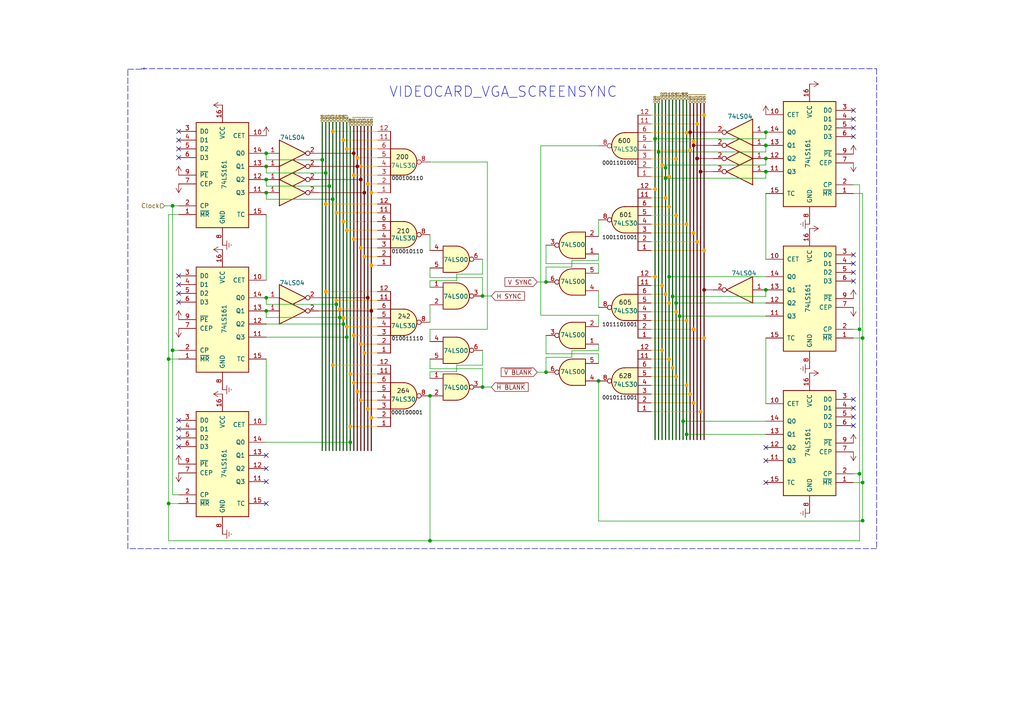
<source format=kicad_sch>
(kicad_sch (version 20211123) (generator eeschema)
  (paper "A4")
  (junction (at -211.455 155.575) (color 255 153 0 1))
  (junction (at 507.619 -29.3418))
  (junction (at 337.693 66.421))
  (junction (at 102.616 44.45) (color 132 0 0 1))
  (junction (at 97.663 266.446) (color 132 0 0 1))
  (junction (at 96.647 262.636) (color 132 0 0 1))
  (junction (at 508.508 218.567) (color 255 153 0 1))
  (junction (at -49.53 198.755))
  (junction (at -126.111 164.465))
  (junction (at 194.183 256.54) (color 132 0 0 1))
  (junction (at 512.572 175.3822))
  (junction (at 502.412 177.292))
  (junction (at 509.651 8.763) (color 132 0 0 1))
  (junction (at 222.123 84.074))
  (junction (at -107.442 -27.559) (color 255 153 0 1))
  (junction (at 201.168 95.504) (color 255 153 0 1))
  (junction (at -132.969 10.414))
  (junction (at 398.018 3.302))
  (junction (at -216.281 35.56) (color 255 153 0 1))
  (junction (at 496.443 -31.242))
  (junction (at 513.588 198.247) (color 255 153 0 1))
  (junction (at -198.247 173.355) (color 255 153 0 1))
  (junction (at 195.072 85.979))
  (junction (at 193.04 57.404) (color 255 153 0 1))
  (junction (at -198.247 217.551) (color 255 153 0 1))
  (junction (at -206.375 160.655) (color 255 153 0 1))
  (junction (at 504.571 36.449) (color 255 153 0 1))
  (junction (at 98.679 334.264) (color 255 153 0 1))
  (junction (at 394.843 170.561))
  (junction (at 391.922 30.861))
  (junction (at 479.044 1.143))
  (junction (at 194.183 332.486) (color 255 153 0 1))
  (junction (at 71.247 308.356))
  (junction (at -106.68 158.115) (color 255 153 0 1))
  (junction (at 498.475 10.033) (color 255 153 0 1))
  (junction (at 91.567 306.4462))
  (junction (at 184.023 273.05) (color 255 153 0 1))
  (junction (at 397.891 236.855))
  (junction (at -205.359 191.135) (color 255 153 0 1))
  (junction (at 397.891 178.181))
  (junction (at -107.442 45.72) (color 255 153 0 1))
  (junction (at -262.763 31.242))
  (junction (at 503.555 46.863))
  (junction (at 93.472 46.355))
  (junction (at -95.504 198.755) (color 255 153 0 1))
  (junction (at 96.52 38.1) (color 255 153 0 1))
  (junction (at -206.121 -17.018) (color 255 153 0 1))
  (junction (at 102.616 97.282) (color 255 153 0 1))
  (junction (at 190.119 308.61) (color 255 153 0 1))
  (junction (at 196.215 288.29) (color 255 153 0 1))
  (junction (at 200.152 38.354) (color 132 0 0 1))
  (junction (at 198.12 122.174))
  (junction (at 96.52 105.918) (color 255 153 0 1))
  (junction (at -205.359 194.183))
  (junction (at 398.018 25.146))
  (junction (at 196.088 62.484) (color 255 153 0 1))
  (junction (at 397.002 41.021))
  (junction (at 195.199 335.026) (color 255 153 0 1))
  (junction (at 558.673 221.107))
  (junction (at 94.615 312.928) (color 255 153 0 1))
  (junction (at 101.727 339.344) (color 255 153 0 1))
  (junction (at 555.625 64.643))
  (junction (at 417.576 278.257))
  (junction (at -217.297 -16.383))
  (junction (at 201.168 42.164) (color 132 0 0 1))
  (junction (at 380.746 177.165) (color 255 255 0 1))
  (junction (at 395.986 38.481))
  (junction (at 77.216 52.07))
  (junction (at 197.231 267.9652))
  (junction (at 42.926 322.326))
  (junction (at 191.135 309.88))
  (junction (at 98.552 92.075))
  (junction (at 197.231 267.97) (color 132 0 0 1))
  (junction (at 388.874 12.319))
  (junction (at 118.745 332.994))
  (junction (at -199.263 149.733) (color 255 153 0 1))
  (junction (at 195.199 285.75) (color 255 153 0 1))
  (junction (at 479.044 35.179))
  (junction (at -97.536 170.815) (color 255 153 0 1))
  (junction (at 44.069 319.786))
  (junction (at -205.359 139.573) (color 255 153 0 1))
  (junction (at -212.217 -27.178) (color 255 153 0 1))
  (junction (at 390.906 -6.858))
  (junction (at 393.827 219.075))
  (junction (at -97.536 136.652) (color 255 153 0 1))
  (junction (at 198.247 251.587) (color 255 153 0 1))
  (junction (at -214.249 19.304) (color 255 153 0 1))
  (junction (at 387.858 10.033))
  (junction (at -109.728 140.97))
  (junction (at 504.444 232.283) (color 255 153 0 1))
  (junction (at -235.585 -25.908))
  (junction (at -113.538 -14.351))
  (junction (at -201.295 168.275) (color 255 153 0 1))
  (junction (at -132.969 49.53))
  (junction (at 457.581 236.093))
  (junction (at 99.568 92.202) (color 255 153 0 1))
  (junction (at -106.68 152.3952))
  (junction (at 88.519 302.768) (color 255 153 0 1))
  (junction (at -102.362 32.004) (color 255 153 0 1))
  (junction (at 391.795 210.947))
  (junction (at 198.247 302.26) (color 132 0 0 1))
  (junction (at 198.247 316.23) (color 255 153 0 1))
  (junction (at 396.875 220.98))
  (junction (at 510.54 166.624) (color 255 153 0 1))
  (junction (at 506.603 -7.747) (color 255 153 0 1))
  (junction (at 531.495 163.957))
  (junction (at 506.603 20.193) (color 255 153 0 1))
  (junction (at 369.951 173.355))
  (junction (at 527.558 8.763))
  (junction (at 389.89 -9.398))
  (junction (at 98.552 89.662) (color 255 153 0 1))
  (junction (at 531.495 171.577))
  (junction (at -57.277 29.464))
  (junction (at -100.584 193.675) (color 255 153 0 1))
  (junction (at 102.616 50.8) (color 255 153 0 1))
  (junction (at 399.923 173.101))
  (junction (at 194.056 104.14) (color 255 153 0 1))
  (junction (at -218.313 -11.176) (color 255 153 0 1))
  (junction (at 185.039 262.255))
  (junction (at -181.229 216.281))
  (junction (at 201.168 116.84) (color 255 153 0 1))
  (junction (at 396.875 234.315))
  (junction (at -204.343 220.091) (color 255 153 0 1))
  (junction (at -116.586 -11.176) (color 255 153 0 1))
  (junction (at -108.712 144.78))
  (junction (at 107.696 90.17) (color 132 0 0 1))
  (junction (at 244.221 316.23))
  (junction (at -198.247 186.563) (color 132 0 0 1))
  (junction (at 503.428 185.547) (color 255 153 0 1))
  (junction (at -95.504 173.355) (color 255 153 0 1))
  (junction (at -104.648 207.391) (color 255 153 0 1))
  (junction (at -191.516 253.365))
  (junction (at 390.906 17.526))
  (junction (at 48.895 104.14))
  (junction (at 510.54 167.767) (color 132 0 0 1))
  (junction (at -107.442 59.944))
  (junction (at -228.727 182.753))
  (junction (at 98.679 266.446) (color 255 153 0 1))
  (junction (at 501.396 208.407) (color 255 153 0 1))
  (junction (at 99.568 93.98))
  (junction (at 250.19 151.003))
  (junction (at 103.632 48.26) (color 132 0 0 1))
  (junction (at -212.217 27.432))
  (junction (at -100.584 165.735) (color 255 153 0 1))
  (junction (at 244.221 358.14))
  (junction (at -106.68 152.4))
  (junction (at -198.247 152.273) (color 255 153 0 1))
  (junction (at -212.471 142.748))
  (junction (at 97.536 88.2602))
  (junction (at -105.41 1.524) (color 255 153 0 1))
  (junction (at -103.632 163.195) (color 255 153 0 1))
  (junction (at -209.169 -24.638) (color 255 153 0 1))
  (junction (at 512.572 175.387) (color 132 0 0 1))
  (junction (at 201.168 41.021) (color 255 153 0 1))
  (junction (at -113.538 19.304) (color 255 153 0 1))
  (junction (at 100.584 97.79))
  (junction (at 104.648 48.26) (color 255 153 0 1))
  (junction (at 390.779 229.235))
  (junction (at 204.216 84.074) (color 132 0 0 1))
  (junction (at 203.2 49.7792))
  (junction (at 222.123 49.784))
  (junction (at 77.216 55.88))
  (junction (at 508.508 164.084) (color 255 153 0 1))
  (junction (at 502.412 210.947) (color 255 153 0 1))
  (junction (at 42.926 364.236))
  (junction (at 504.571 -36.83) (color 255 153 0 1))
  (junction (at 558.673 263.017))
  (junction (at -106.68 149.352))
  (junction (at 95.504 53.975))
  (junction (at -132.969 44.45))
  (junction (at 192.024 47.879) (color 255 153 0 1))
  (junction (at 203.2 119.38) (color 255 153 0 1))
  (junction (at 507.619 -39.37) (color 255 153 0 1))
  (junction (at 386.842 -35.433))
  (junction (at 398.907 207.645) (color 132 0 0 1))
  (junction (at -215.265 16.764) (color 255 153 0 1))
  (junction (at 222.123 42.164))
  (junction (at 204.216 33.401) (color 255 153 0 1))
  (junction (at 101.727 295.148) (color 255 153 0 1))
  (junction (at -263.906 75.692))
  (junction (at 90.551 256.286) (color 255 153 0 1))
  (junction (at 497.459 7.493) (color 255 153 0 1))
  (junction (at 104.648 52.07) (color 132 0 0 1))
  (junction (at 389.89 14.986))
  (junction (at 196.088 46.101) (color 255 153 0 1))
  (junction (at -208.153 -18.288) (color 132 0 0 1))
  (junction (at -107.442 -1.016) (color 255 153 0 1))
  (junction (at -209.169 43.18) (color 255 153 0 1))
  (junction (at 188.087 269.367) (color 255 153 0 1))
  (junction (at 400.939 247.015))
  (junction (at 479.044 40.259))
  (junction (at 90.551 275.971))
  (junction (at -132.969 -2.286))
  (junction (at 502.539 16.383))
  (junction (at 396.875 175.641))
  (junction (at 395.859 231.775))
  (junction (at 499.364 180.467) (color 255 153 0 1))
  (junction (at -188.087 10.414))
  (junction (at 98.679 270.256) (color 132 0 0 1))
  (junction (at -113.538 -17.399))
  (junction (at 204.216 72.644) (color 255 153 0 1))
  (junction (at 197.104 91.694))
  (junction (at 392.811 213.233))
  (junction (at 337.693 24.511))
  (junction (at 93.599 310.388) (color 255 153 0 1))
  (junction (at 187.071 269.8702))
  (junction (at 105.664 55.88) (color 132 0 0 1))
  (junction (at 341.63 225.425))
  (junction (at 505.46 171.704) (color 255 153 0 1))
  (junction (at 101.727 308.356) (color 132 0 0 1))
  (junction (at 505.587 -31.75) (color 255 153 0 1))
  (junction (at -106.426 -27.686) (color 132 0 0 1))
  (junction (at -116.586 -25.781))
  (junction (at 101.6 108.458) (color 255 153 0 1))
  (junction (at 341.63 267.335))
  (junction (at -255.905 156.083))
  (junction (at 338.836 -19.939))
  (junction (at 199.136 111.76) (color 255 153 0 1))
  (junction (at 99.695 320.548) (color 255 153 0 1))
  (junction (at 201.168 67.564) (color 255 153 0 1))
  (junction (at 342.773 180.975))
  (junction (at 71.247 304.546))
  (junction (at 194.056 80.264))
  (junction (at 506.603 -33.147) (color 132 0 0 1))
  (junction (at 94.615 284.988) (color 255 153 0 1))
  (junction (at -214.249 21.717))
  (junction (at -77.597 142.875))
  (junction (at -188.087 23.114))
  (junction (at 390.906 -30.353))
  (junction (at 503.428 229.743) (color 255 153 0 1))
  (junction (at 392.811 213.36))
  (junction (at -104.394 -20.066) (color 132 0 0 1))
  (junction (at 204.216 98.044) (color 255 153 0 1))
  (junction (at 376.936 155.575) (color 255 255 0 1))
  (junction (at 152.4 299.974))
  (junction (at -210.439 150.368))
  (junction (at 391.795 188.976))
  (junction (at -203.327 165.735) (color 255 153 0 1))
  (junction (at 96.647 287.528) (color 255 153 0 1))
  (junction (at 401.955 180.721))
  (junction (at 393.827 191.516))
  (junction (at 100.584 66.802) (color 255 153 0 1))
  (junction (at -107.696 183.515) (color 255 153 0 1))
  (junction (at -201.295 212.471) (color 255 153 0 1))
  (junction (at 508.508 251.587))
  (junction (at 338.836 21.971))
  (junction (at 88.519 268.351))
  (junction (at 188.087 322.326) (color 255 153 0 1))
  (junction (at -105.41 -23.876) (color 132 0 0 1))
  (junction (at 387.731 169.545))
  (junction (at 216.154 302.26))
  (junction (at -109.728 155.575) (color 255 153 0 1))
  (junction (at 510.54 242.443) (color 255 153 0 1))
  (junction (at -106.68 186.055) (color 255 153 0 1))
  (junction (at -181.229 211.201))
  (junction (at 397.002 0.762))
  (junction (at 510.54 221.107) (color 255 153 0 1))
  (junction (at -138.811 211.201))
  (junction (at -202.311 209.931) (color 255 153 0 1))
  (junction (at -116.586 14.224) (color 255 153 0 1))
  (junction (at -207.391 186.055) (color 255 153 0 1))
  (junction (at -211.201 38.1) (color 255 153 0 1))
  (junction (at -105.41 50.8) (color 255 153 0 1))
  (junction (at -103.378 -16.256) (color 132 0 0 1))
  (junction (at -235.585 -14.478))
  (junction (at 527.558 -36.957))
  (junction (at 388.747 208.28))
  (junction (at 531.495 167.767))
  (junction (at 401.955 204.216))
  (junction (at -203.327 140.843) (color 132 0 0 1))
  (junction (at -98.552 217.551) (color 255 153 0 1))
  (junction (at 400.939 183.261))
  (junction (at 497.459 26.289) (color 255 153 0 1))
  (junction (at 188.087 298.45))
  (junction (at -100.584 139.192) (color 255 153 0 1))
  (junction (at 527.558 -29.337))
  (junction (at 103.632 113.538) (color 255 153 0 1))
  (junction (at 499.491 28.829) (color 255 153 0 1))
  (junction (at 397.002 0.889))
  (junction (at 195.072 106.68) (color 255 153 0 1))
  (junction (at 101.6 128.27))
  (junction (at 423.926 35.179))
  (junction (at -110.49 43.18) (color 255 153 0 1))
  (junction (at 193.04 48.641))
  (junction (at 386.715 165.735))
  (junction (at 99.568 40.64) (color 255 153 0 1))
  (junction (at -102.616 192.405))
  (junction (at -49.53 240.665))
  (junction (at 393.827 168.021))
  (junction (at 100.711 304.546) (color 132 0 0 1))
  (junction (at 505.46 213.487))
  (junction (at 508.635 -25.527) (color 132 0 0 1))
  (junction (at 94.488 50.165))
  (junction (at 77.216 48.26))
  (junction (at 398.018 -20.193))
  (junction (at 97.663 263.906) (color 255 153 0 1))
  (junction (at -208.407 158.115) (color 255 153 0 1))
  (junction (at 193.167 344.17))
  (junction (at 392.938 20.066))
  (junction (at -77.597 184.785))
  (junction (at -110.49 -3.556) (color 255 153 0 1))
  (junction (at 482.981 167.894))
  (junction (at 77.216 44.45))
  (junction (at 93.599 282.448) (color 255 153 0 1))
  (junction (at 400.939 201.676))
  (junction (at 500.507 10.668))
  (junction (at -207.137 4.064) (color 255 153 0 1))
  (junction (at 97.536 61.722) (color 255 153 0 1))
  (junction (at -110.49 24.384) (color 255 153 0 1))
  (junction (at -84.455 -27.686))
  (junction (at 193.04 51.689))
  (junction (at -104.648 186.69))
  (junction (at 50.038 101.6))
  (junction (at 501.396 227.203) (color 255 153 0 1))
  (junction (at -205.105 50.8) (color 255 153 0 1))
  (junction (at 192.024 101.6) (color 255 153 0 1))
  (junction (at 384.81 7.366))
  (junction (at 199.136 38.481) (color 255 153 0 1))
  (junction (at 506.603 41.529) (color 255 153 0 1))
  (junction (at 397.002 -17.653))
  (junction (at 501.523 -29.21) (color 255 153 0 1))
  (junction (at 395.859 255.143))
  (junction (at 90.551 324.104) (color 255 153 0 1))
  (junction (at -211.201 53.34) (color 255 153 0 1))
  (junction (at 501.523 15.113) (color 255 153 0 1))
  (junction (at 187.071 303.53) (color 255 153 0 1))
  (junction (at 394.843 249.555))
  (junction (at 466.344 35.179))
  (junction (at 101.6 123.698) (color 255 153 0 1))
  (junction (at -107.442 26.924) (color 255 153 0 1))
  (junction (at 103.632 45.72) (color 255 153 0 1))
  (junction (at -84.455 18.034))
  (junction (at 107.696 76.962) (color 255 153 0 1))
  (junction (at 559.562 223.647))
  (junction (at 369.951 253.365))
  (junction (at 197.231 337.566) (color 255 153 0 1))
  (junction (at 503.428 205.867))
  (junction (at 173.609 110.49))
  (junction (at -213.233 -6.096) (color 255 153 0 1))
  (junction (at 500.507 31.369) (color 255 153 0 1))
  (junction (at 440.563 236.093))
  (junction (at -209.423 202.311) (color 255 153 0 1))
  (junction (at 394.843 218.44))
  (junction (at 193.167 283.21) (color 255 153 0 1))
  (junction (at -126.111 216.281))
  (junction (at 77.216 90.17))
  (junction (at 199.136 125.984))
  (junction (at 95.631 346.456))
  (junction (at 502.412 177.2872))
  (junction (at -162.687 44.45))
  (junction (at 202.184 45.9692))
  (junction (at 93.599 258.826) (color 255 153 0 1))
  (junction (at -110.49 21.844))
  (junction (at -235.585 19.812))
  (junction (at 511.556 171.577) (color 132 0 0 1))
  (junction (at 482.981 189.357))
  (junction (at 506.476 217.297))
  (junction (at 184.023 258.445))
  (junction (at -106.426 -22.479) (color 255 153 0 1))
  (junction (at 554.736 62.103))
  (junction (at 479.044 -33.02))
  (junction (at 139.954 112.268))
  (junction (at 482.981 202.057))
  (junction (at -103.632 146.812) (color 255 153 0 1))
  (junction (at 502.412 174.244))
  (junction (at -208.407 184.658))
  (junction (at 94.615 261.366) (color 255 153 0 1))
  (junction (at 100.584 43.18) (color 255 153 0 1))
  (junction (at 394.97 22.606))
  (junction (at 397.002 46.101))
  (junction (at 501.523 12.573))
  (junction (at 513.588 223.647) (color 255 153 0 1))
  (junction (at 196.088 109.22) (color 255 153 0 1))
  (junction (at -84.455 -23.876))
  (junction (at -213.233 23.622))
  (junction (at 505.46 216.027) (color 255 153 0 1))
  (junction (at -111.506 19.939))
  (junction (at 216.154 256.54))
  (junction (at 196.215 264.1552))
  (junction (at 391.795 210.82))
  (junction (at -114.554 35.56) (color 255 153 0 1))
  (junction (at 193.167 256.667) (color 255 153 0 1))
  (junction (at 531.495 209.677))
  (junction (at 194.056 51.181) (color 255 153 0 1))
  (junction (at 427.863 202.057))
  (junction (at -50.419 238.125))
  (junction (at -50.419 196.215))
  (junction (at 194.183 261.747) (color 255 153 0 1))
  (junction (at 250.19 98.044))
  (junction (at 189.103 324.866) (color 255 153 0 1))
  (junction (at 190.119 280.67) (color 255 153 0 1))
  (junction (at 250.19 139.954))
  (junction (at 511.556 171.5722))
  (junction (at 95.631 341.884) (color 255 153 0 1))
  (junction (at 393.954 -22.733))
  (junction (at -205.105 19.812) (color 132 0 0 1))
  (junction (at -203.327 193.675) (color 255 153 0 1))
  (junction (at -105.664 204.851) (color 255 153 0 1))
  (junction (at 436.626 35.179))
  (junction (at -99.568 139.065) (color 132 0 0 1))
  (junction (at 511.556 195.707) (color 255 153 0 1))
  (junction (at 192.151 340.36))
  (junction (at 499.491 -24.13) (color 255 153 0 1))
  (junction (at -126.111 143.002))
  (junction (at 194.056 87.884) (color 255 153 0 1))
  (junction (at -206.121 48.26) (color 255 153 0 1))
  (junction (at 470.281 236.093))
  (junction (at -219.329 -24.003))
  (junction (at 509.651 -41.91) (color 255 153 0 1))
  (junction (at -215.265 17.907))
  (junction (at 196.215 264.16) (color 132 0 0 1))
  (junction (at 106.68 86.36) (color 132 0 0 1))
  (junction (at -103.632 209.931) (color 255 153 0 1))
  (junction (at 96.647 329.184) (color 255 153 0 1))
  (junction (at 401.955 226.06))
  (junction (at 554.736 20.193))
  (junction (at 202.184 45.974) (color 132 0 0 1))
  (junction (at -126.111 211.201))
  (junction (at -228.727 140.843))
  (junction (at -188.087 -23.368))
  (junction (at 203.2 49.784) (color 132 0 0 1))
  (junction (at 482.981 214.757))
  (junction (at 202.184 70.104) (color 255 153 0 1))
  (junction (at 216.154 267.97))
  (junction (at 97.663 331.724) (color 255 153 0 1))
  (junction (at -215.265 -8.636) (color 255 153 0 1))
  (junction (at -200.279 152.273) (color 132 0 0 1))
  (junction (at 98.679 318.008) (color 255 153 0 1))
  (junction (at 71.247 262.636))
  (junction (at 510.54 193.167) (color 255 153 0 1))
  (junction (at 509.524 169.164) (color 255 153 0 1))
  (junction (at 139.954 85.852))
  (junction (at -212.217 24.384) (color 255 153 0 1))
  (junction (at -96.52 220.091) (color 255 153 0 1))
  (junction (at 106.68 53.34) (color 255 153 0 1))
  (junction (at -206.375 188.595) (color 255 153 0 1))
  (junction (at 504.571 -10.287) (color 255 153 0 1))
  (junction (at -212.217 -3.556) (color 255 153 0 1))
  (junction (at -111.506 40.64) (color 255 153 0 1))
  (junction (at -112.522 14.224))
  (junction (at 388.747 186.436))
  (junction (at 94.615 315.976))
  (junction (at 243.332 355.6))
  (junction (at 527.558 -33.147))
  (junction (at -103.378 53.34) (color 255 153 0 1))
  (junction (at 499.491 -15.367) (color 255 153 0 1))
  (junction (at 495.427 4.953) (color 255 153 0 1))
  (junction (at -126.111 189.865))
  (junction (at 48.895 146.05))
  (junction (at -208.407 183.515) (color 255 153 0 1))
  (junction (at -198.374 86.614))
  (junction (at 50.038 59.69))
  (junction (at -210.185 -19.558) (color 255 153 0 1))
  (junction (at 392.938 -45.339) (color 132 0 0 1))
  (junction (at -211.455 180.975) (color 255 153 0 1))
  (junction (at -235.585 -22.098))
  (junction (at 152.4 326.136))
  (junction (at 158.369 81.788))
  (junction (at 453.644 35.179))
  (junction (at 505.46 234.823) (color 255 153 0 1))
  (junction (at -207.137 -14.478) (color 132 0 0 1))
  (junction (at 511.556 161.544) (color 255 153 0 1))
  (junction (at -203.327 207.391) (color 255 153 0 1))
  (junction (at 423.926 40.259))
  (junction (at -228.727 152.273))
  (junction (at -203.327 147.193) (color 255 153 0 1))
  (junction (at -103.632 191.135) (color 255 153 0 1))
  (junction (at 507.619 -5.207) (color 255 153 0 1))
  (junction (at -188.087 49.53))
  (junction (at 102.616 110.998) (color 255 153 0 1))
  (junction (at -57.277 71.374))
  (junction (at 89.535 272.161))
  (junction (at 384.81 -14.478))
  (junction (at 87.503 264.541))
  (junction (at 244.221 369.189))
  (junction (at 94.488 59.182) (color 255 153 0 1))
  (junction (at 93.599 312.166))
  (junction (at 509.651 22.733) (color 255 153 0 1))
  (junction (at 195.199 313.69) (color 255 153 0 1))
  (junction (at 193.04 51.6842))
  (junction (at -181.229 143.383))
  (junction (at 499.364 205.867) (color 255 153 0 1))
  (junction (at -200.279 198.755) (color 255 153 0 1))
  (junction (at -100.584 212.471) (color 255 153 0 1))
  (junction (at -181.229 164.465))
  (junction (at -210.185 -25.908) (color 132 0 0 1))
  (junction (at -206.121 16.002) (color 132 0 0 1))
  (junction (at -101.6 222.885))
  (junction (at 393.954 35.941))
  (junction (at 216.154 264.16))
  (junction (at -105.664 151.892) (color 255 153 0 1))
  (junction (at -235.585 -18.288))
  (junction (at -113.538 -8.636) (color 255 153 0 1))
  (junction (at 427.863 236.093))
  (junction (at 99.695 274.066) (color 132 0 0 1))
  (junction (at 124.714 114.808))
  (junction (at -201.295 196.215) (color 255 153 0 1))
  (junction (at 105.664 102.362) (color 255 153 0 1))
  (junction (at 104.648 71.882) (color 255 153 0 1))
  (junction (at -105.664 188.595) (color 255 153 0 1))
  (junction (at -56.388 32.004))
  (junction (at -97.536 146.6802))
  (junction (at -113.538 -14.3558))
  (junction (at 199.136 65.024) (color 255 153 0 1))
  (junction (at -103.632 188.595))
  (junction (at 200.152 114.3) (color 255 153 0 1))
  (junction (at 107.696 55.88) (color 255 153 0 1))
  (junction (at 390.779 165.481))
  (junction (at 507.492 247.777))
  (junction (at 400.939 215.265) (color 132 0 0 1))
  (junction (at -114.554 -18.161) (color 255 153 0 1))
  (junction (at -202.311 144.653) (color 132 0 0 1))
  (junction (at 386.842 28.321))
  (junction (at 195.199 260.35) (color 132 0 0 1))
  (junction (at 105.664 74.422) (color 255 153 0 1))
  (junction (at -201.295 148.463) (color 132 0 0 1))
  (junction (at 71.247 270.256))
  (junction (at 187.071 275.59) (color 255 153 0 1))
  (junction (at 479.044 13.843))
  (junction (at 190.119 306.07))
  (junction (at 216.154 260.35))
  (junction (at -208.153 45.72) (color 255 153 0 1))
  (junction (at 189.992 54.864) (color 255 153 0 1))
  (junction (at -104.394 4.064) (color 255 153 0 1))
  (junction (at 380.746 155.575) (color 255 255 0 1))
  (junction (at 505.587 -36.957) (color 132 0 0 1))
  (junction (at 193.167 329.946) (color 255 153 0 1))
  (junction (at 104.648 116.078) (color 255 153 0 1))
  (junction (at 400.939 241.935))
  (junction (at -199.263 215.011) (color 255 153 0 1))
  (junction (at -115.57 -21.971))
  (junction (at -96.52 150.495) (color 132 0 0 1))
  (junction (at 395.986 -27.813))
  (junction (at -201.295 144.653) (color 255 153 0 1))
  (junction (at -103.378 -16.2608))
  (junction (at -104.394 -20.0708))
  (junction (at 133.985 330.454))
  (junction (at 498.475 -23.622))
  (junction (at -95.504 184.785) (color 132 0 0 1))
  (junction (at 495.427 -20.447) (color 255 153 0 1))
  (junction (at 243.332 313.69))
  (junction (at 188.087 306.07) (color 255 153 0 1))
  (junction (at 513.588 159.004) (color 255 153 0 1))
  (junction (at -102.362 18.034) (color 132 0 0 1))
  (junction (at 104.648 99.822) (color 255 153 0 1))
  (junction (at 196.088 90.424) (color 255 153 0 1))
  (junction (at 107.696 121.158) (color 255 153 0 1))
  (junction (at 133.985 304.038))
  (junction (at 498.475 -26.67))
  (junction (at -107.696 202.311) (color 255 153 0 1))
  (junction (at -77.597 150.495))
  (junction (at 398.907 223.52))
  (junction (at 200.152 43.561) (color 255 153 0 1))
  (junction (at -209.169 -22.098) (color 132 0 0 1))
  (junction (at 400.939 201.803))
  (junction (at -132.969 -23.749))
  (junction (at -56.388 73.914))
  (junction (at -210.185 26.924) (color 255 153 0 1))
  (junction (at -181.229 189.865))
  (junction (at -158.369 44.45))
  (junction (at 91.567 306.451))
  (junction (at 504.571 17.653) (color 255 153 0 1))
  (junction (at -77.597 146.685))
  (junction (at -109.474 25.654))
  (junction (at 500.38 169.672))
  (junction (at 186.055 319.786) (color 255 153 0 1))
  (junction (at -211.201 57.912))
  (junction (at 376.936 169.545) (color 255 255 0 1))
  (junction (at -213.233 21.844) (color 255 153 0 1))
  (junction (at 513.588 209.677) (color 132 0 0 1))
  (junction (at -105.664 180.975))
  (junction (at 96.647 268.986) (color 255 153 0 1))
  (junction (at 99.695 292.608) (color 255 153 0 1))
  (junction (at -235.585 16.002))
  (junction (at 101.727 274.066) (color 255 153 0 1))
  (junction (at 97.536 88.265))
  (junction (at -210.185 -1.016) (color 255 153 0 1))
  (junction (at 167.64 328.676))
  (junction (at 158.369 107.95))
  (junction (at -218.313 -20.193))
  (junction (at -102.362 6.604) (color 255 153 0 1))
  (junction (at -112.522 -6.096) (color 255 153 0 1))
  (junction (at 482.981 236.093))
  (junction (at 399.923 239.395))
  (junction (at 94.488 84.582) (color 255 153 0 1))
  (junction (at 495.427 -35.052))
  (junction (at 397.891 173.355) (color 132 0 0 1))
  (junction (at -155.829 211.201))
  (junction (at -207.137 32.004) (color 255 153 0 1))
  (junction (at -132.969 23.114))
  (junction (at 388.874 12.446))
  (junction (at 501.396 173.482) (color 255 153 0 1))
  (junction (at 387.858 -11.938))
  (junction (at 118.745 375.031))
  (junction (at -151.511 211.201))
  (junction (at -95.504 134.112) (color 255 153 0 1))
  (junction (at 198.247 290.83) (color 255 153 0 1))
  (junction (at 423.926 1.143))
  (junction (at -208.153 1.524) (color 255 153 0 1))
  (junction (at 506.603 -34.29) (color 255 153 0 1))
  (junction (at 392.938 33.401))
  (junction (at -96.52 150.4902))
  (junction (at 505.46 188.087) (color 255 153 0 1))
  (junction (at 249.301 95.504))
  (junction (at -77.597 139.065))
  (junction (at -199.263 182.753) (color 132 0 0 1))
  (junction (at -98.552 142.875) (color 132 0 0 1))
  (junction (at 388.747 175.26))
  (junction (at 387.858 9.906))
  (junction (at 202.184 35.941) (color 255 153 0 1))
  (junction (at 507.619 -29.337) (color 132 0 0 1))
  (junction (at -100.584 226.695))
  (junction (at -262.763 -10.668))
  (junction (at -98.552 168.275) (color 255 153 0 1))
  (junction (at -108.458 56.134))
  (junction (at -228.727 144.653))
  (junction (at -207.391 188.468))
  (junction (at -202.311 142.113) (color 255 153 0 1))
  (junction (at -216.281 -32.258) (color 255 153 0 1))
  (junction (at 505.587 38.989) (color 255 153 0 1))
  (junction (at 389.89 -32.893))
  (junction (at 124.714 156.845))
  (junction (at 394.843 194.056))
  (junction (at 502.412 183.007) (color 255 153 0 1))
  (junction (at 186.055 266.065) (color 255 153 0 1))
  (junction (at 99.568 64.262) (color 255 153 0 1))
  (junction (at -98.552 196.215) (color 255 153 0 1))
  (junction (at 449.326 35.179))
  (junction (at 508.635 -25.5318))
  (junction (at 398.907 199.136))
  (junction (at -106.426 48.26) (color 255 153 0 1))
  (junction (at 190.119 264.287) (color 255 153 0 1))
  (junction (at -255.905 197.993))
  (junction (at -228.727 148.463))
  (junction (at 501.523 -12.827) (color 255 153 0 1))
  (junction (at -188.087 44.45))
  (junction (at 193.04 85.344) (color 255 153 0 1))
  (junction (at 394.97 -1.778))
  (junction (at 389.763 177.165))
  (junction (at 504.444 211.582))
  (junction (at 498.475 -17.907) (color 255 153 0 1))
  (junction (at -205.105 6.604) (color 255 153 0 1))
  (junction (at 249.301 137.414))
  (junction (at 392.938 -4.318))
  (junction (at 91.567 305.308) (color 255 153 0 1))
  (junction (at 188.087 278.13) (color 255 153 0 1))
  (junction (at 509.524 163.957) (color 132 0 0 1))
  (junction (at -104.394 -30.099) (color 255 153 0 1))
  (junction (at 100.711 271.526) (color 255 153 0 1))
  (junction (at 499.364 165.862))
  (junction (at -205.105 -14.478) (color 255 153 0 1))
  (junction (at -188.087 -2.286))
  (junction (at 427.863 241.173))
  (junction (at 396.875 196.596))
  (junction (at 512.572 244.983) (color 255 153 0 1))
  (junction (at 96.52 57.785))
  (junction (at -105.41 -25.019) (color 255 153 0 1))
  (junction (at 531.495 175.387))
  (junction (at -205.359 163.195) (color 255 153 0 1))
  (junction (at -206.375 190.373))
  (junction (at 501.523 33.909) (color 255 153 0 1))
  (junction (at -102.362 -32.639) (color 255 153 0 1))
  (junction (at -216.281 -12.573))
  (junction (at 479.044 -11.557))
  (junction (at -181.229 177.165))
  (junction (at 100.584 94.742) (color 255 153 0 1))
  (junction (at 393.827 215.9))
  (junction (at -257.048 242.443))
  (junction (at 509.524 239.903) (color 255 153 0 1))
  (junction (at -97.536 146.685) (color 132 0 0 1))
  (junction (at 373.126 165.735) (color 255 255 0 1))
  (junction (at 186.055 300.99) (color 255 153 0 1))
  (junction (at 196.088 87.884))
  (junction (at -213.233 -29.718) (color 255 153 0 1))
  (junction (at 482.981 241.173))
  (junction (at -211.455 146.558))
  (junction (at -257.048 200.533))
  (junction (at 222.123 38.354))
  (junction (at 342.773 222.885))
  (junction (at 106.68 118.618) (color 255 153 0 1))
  (junction (at 397.002 43.561))
  (junction (at 189.103 304.165))
  (junction (at 194.056 59.944) (color 255 153 0 1))
  (junction (at 77.216 86.36))
  (junction (at 92.583 307.848) (color 255 153 0 1))
  (junction (at 184.023 298.45) (color 255 153 0 1))
  (junction (at -168.529 211.201))
  (junction (at 508.508 190.627) (color 255 153 0 1))
  (junction (at 102.616 69.342) (color 255 153 0 1))
  (junction (at -228.727 186.563))
  (junction (at -208.153 29.464) (color 255 153 0 1))
  (junction (at 399.923 211.455) (color 132 0 0 1))
  (junction (at 195.199 259.207) (color 255 153 0 1))
  (junction (at 189.992 80.264) (color 255 153 0 1))
  (junction (at -105.664 160.655) (color 255 153 0 1))
  (junction (at 503.428 176.784) (color 255 153 0 1))
  (junction (at -210.185 40.64) (color 255 153 0 1))
  (junction (at -218.313 14.224) (color 255 153 0 1))
  (junction (at 414.782 77.343))
  (junction (at 88.519 277.368) (color 255 153 0 1))
  (junction (at -208.407 184.6532))
  (junction (at 499.491 12.573) (color 255 153 0 1))
  (junction (at -98.552 141.732) (color 255 153 0 1))
  (junction (at 96.647 315.468) (color 255 153 0 1))
  (junction (at -126.111 177.165))
  (junction (at -84.455 -16.256))
  (junction (at 401.955 253.365) (color 132 0 0 1))
  (junction (at -105.41 29.464) (color 255 153 0 1))
  (junction (at 527.558 -25.527))
  (junction (at -209.423 134.493) (color 255 153 0 1))
  (junction (at 190.119 327.406) (color 255 153 0 1))
  (junction (at -263.906 33.782))
  (junction (at 95.631 326.644) (color 255 153 0 1))
  (junction (at 100.711 336.804) (color 255 153 0 1))
  (junction (at -112.522 -14.859) (color 255 153 0 1))
  (junction (at 508.508 237.363) (color 255 153 0 1))
  (junction (at -99.568 144.272) (color 255 153 0 1))
  (junction (at 192.024 82.804) (color 255 153 0 1))
  (junction (at -109.728 180.975) (color 255 153 0 1))
  (junction (at -204.343 224.663))
  (junction (at 222.123 45.974))
  (junction (at 400.939 244.475))
  (junction (at 193.167 311.15) (color 255 153 0 1))
  (junction (at 189.992 40.259))
  (junction (at -110.49 -19.939) (color 255 153 0 1))
  (junction (at 504.571 50.673))
  (junction (at -204.343 204.851) (color 255 153 0 1))
  (junction (at -107.696 148.59) (color 255 153 0 1))
  (junction (at 499.491 4.953))
  (junction (at 187.071 266.827))
  (junction (at -208.153 -22.098) (color 255 153 0 1))
  (junction (at 555.625 22.733))
  (junction (at -112.522 38.1) (color 255 153 0 1))
  (junction (at -114.554 16.764) (color 255 153 0 1))
  (junction (at -200.279 170.815) (color 255 153 0 1))
  (junction (at 498.475 -23.6268))
  (junction (at -209.423 154.178))
  (junction (at -145.669 44.45))
  (junction (at 509.651 -2.667) (color 255 153 0 1))
  (junction (at 71.247 266.446))
  (junction (at 453.263 236.093))
  (junction (at -206.375 137.033) (color 255 153 0 1))
  (junction (at 497.459 -27.432) (color 255 153 0 1))
  (junction (at 97.536 87.122) (color 255 153 0 1))
  (junction (at 91.567 279.908) (color 255 153 0 1))
  (junction (at -175.387 44.45))
  (junction (at -215.265 17.9022))
  (junction (at 98.679 290.068) (color 255 153 0 1))
  (junction (at 92.583 310.261))
  (junction (at -99.568 215.011) (color 255 153 0 1))
  (junction (at 559.562 265.557))
  (junction (at 191.008 44.069))
  (junction (at 196.215 254.127) (color 255 153 0 1))
  (junction (at 199.136 92.964) (color 255 153 0 1))
  (junction (at 396.875 155.575) (color 132 0 0 1))
  (junction (at -112.522 21.844) (color 255 153 0 1))
  (junction (at 187.071 269.875))
  (junction (at 503.428 213.487) (color 255 153 0 1))
  (junction (at 508.635 44.069) (color 255 153 0 1))
  (junction (at 392.938 -25.273))
  (junction (at -84.455 -20.066))
  (junction (at 71.247 274.066))
  (junction (at 44.069 277.876))
  (no_connect (at 241.554 257.81))
  (no_connect (at 45.847 342.646))
  (no_connect (at 77.216 146.05))
  (no_connect (at -151.511 221.361))
  (no_connect (at 556.895 207.137))
  (no_connect (at 552.958 -1.397))
  (no_connect (at 51.816 43.18))
  (no_connect (at -260.985 54.102))
  (no_connect (at 247.523 76.454))
  (no_connect (at 340.614 -41.529))
  (no_connect (at 241.554 297.18))
  (no_connect (at -52.197 221.615))
  (no_connect (at -143.129 23.114))
  (no_connect (at 247.523 81.534))
  (no_connect (at 556.895 241.427))
  (no_connect (at 556.895 249.047))
  (no_connect (at 369.951 267.335))
  (no_connect (at 527.558 54.483))
  (no_connect (at -260.985 -32.258))
  (no_connect (at -254.127 181.483))
  (no_connect (at 340.614 5.461))
  (no_connect (at 51.816 38.1))
  (no_connect (at -235.585 75.692))
  (no_connect (at 247.523 118.364))
  (no_connect (at 71.247 350.266))
  (no_connect (at -77.597 240.665))
  (no_connect (at 531.495 255.397))
  (no_connect (at 344.551 250.825))
  (no_connect (at -260.985 56.642))
  (no_connect (at -52.197 182.245))
  (no_connect (at 344.551 167.005))
  (no_connect (at -260.985 -27.178))
  (no_connect (at 453.644 45.339))
  (no_connect (at -84.455 63.754))
  (no_connect (at 527.558 64.643))
  (no_connect (at -260.985 59.182))
  (no_connect (at 552.958 -38.227))
  (no_connect (at 552.958 45.593))
  (no_connect (at 344.551 203.835))
  (no_connect (at 247.523 34.544))
  (no_connect (at 241.554 294.64))
  (no_connect (at 45.847 298.196))
  (no_connect (at 340.614 42.291))
  (no_connect (at -52.197 219.075))
  (no_connect (at -52.197 132.715))
  (no_connect (at 472.821 214.757))
  (no_connect (at -59.055 52.324))
  (no_connect (at -52.197 137.795))
  (no_connect (at 369.951 257.175))
  (no_connect (at 344.551 206.375))
  (no_connect (at 556.895 199.517))
  (no_connect (at 552.958 -35.687))
  (no_connect (at -260.985 -24.638))
  (no_connect (at -84.455 73.914))
  (no_connect (at 45.847 263.906))
  (no_connect (at 552.958 -40.767))
  (no_connect (at 247.523 73.914))
  (no_connect (at 556.895 202.057))
  (no_connect (at -52.197 174.625))
  (no_connect (at 556.895 246.507))
  (no_connect (at -260.985 9.652))
  (no_connect (at -52.197 140.335))
  (no_connect (at 51.816 40.64))
  (no_connect (at -52.197 179.705))
  (no_connect (at 552.958 40.513))
  (no_connect (at 241.554 255.27))
  (no_connect (at 77.216 139.7))
  (no_connect (at 45.847 303.276))
  (no_connect (at 340.614 2.921))
  (no_connect (at -260.985 17.272))
  (no_connect (at 51.816 85.09))
  (no_connect (at -260.985 -29.718))
  (no_connect (at 45.847 261.366))
  (no_connect (at 468.884 13.843))
  (no_connect (at 366.014 66.421))
  (no_connect (at -59.055 -28.956))
  (no_connect (at 216.154 358.14))
  (no_connect (at -52.197 216.535))
  (no_connect (at 247.523 39.624))
  (no_connect (at -77.597 230.505))
  (no_connect (at 51.816 121.92))
  (no_connect (at 457.581 246.253))
  (no_connect (at 344.551 208.915))
  (no_connect (at -260.985 51.562))
  (no_connect (at -84.455 67.564))
  (no_connect (at 453.263 246.253))
  (no_connect (at 552.958 6.223))
  (no_connect (at 222.123 139.954))
  (no_connect (at -254.127 223.393))
  (no_connect (at 247.523 123.444))
  (no_connect (at 434.086 13.843))
  (no_connect (at 340.614 -33.909))
  (no_connect (at -59.055 7.874))
  (no_connect (at -155.829 221.361))
  (no_connect (at 556.895 204.597))
  (no_connect (at -59.055 -34.036))
  (no_connect (at 51.816 82.55))
  (no_connect (at 556.895 160.147))
  (no_connect (at 531.495 265.557))
  (no_connect (at -228.727 242.443))
  (no_connect (at 241.554 341.63))
  (no_connect (at -177.927 23.114))
  (no_connect (at 71.247 357.886))
  (no_connect (at 216.154 347.98))
  (no_connect (at -136.271 189.865))
  (no_connect (at 45.847 305.816))
  (no_connect (at 241.554 339.09))
  (no_connect (at 344.551 248.285))
  (no_connect (at 241.554 334.01))
  (no_connect (at 45.847 256.286))
  (no_connect (at -228.727 232.283))
  (no_connect (at -254.127 218.313))
  (no_connect (at 241.554 336.55))
  (no_connect (at -235.585 65.532))
  (no_connect (at 45.847 258.826))
  (no_connect (at -228.727 236.093))
  (no_connect (at 51.816 45.72))
  (no_connect (at 45.847 340.106))
  (no_connect (at -235.585 69.342))
  (no_connect (at 552.958 1.143))
  (no_connect (at -59.055 -26.416))
  (no_connect (at -260.985 12.192))
  (no_connect (at 340.614 -38.989))
  (no_connect (at 340.614 47.371))
  (no_connect (at 247.523 32.004))
  (no_connect (at 222.123 129.794))
  (no_connect (at 344.551 245.745))
  (no_connect (at -254.127 184.023))
  (no_connect (at -158.369 54.61))
  (no_connect (at 556.895 165.227))
  (no_connect (at -59.055 57.404))
  (no_connect (at -260.985 14.732))
  (no_connect (at 556.895 157.607))
  (no_connect (at 340.614 49.911))
  (no_connect (at -59.055 12.954))
  (no_connect (at 438.023 214.757))
  (no_connect (at -59.055 54.864))
  (no_connect (at 241.554 299.72))
  (no_connect (at 340.614 -36.449))
  (no_connect (at 552.958 48.133))
  (no_connect (at 45.847 300.736))
  (no_connect (at 71.247 354.076))
  (no_connect (at 45.847 345.186))
  (no_connect (at -59.055 49.784))
  (no_connect (at -254.127 225.933))
  (no_connect (at 340.614 0.381))
  (no_connect (at -254.127 178.943))
  (no_connect (at -52.197 135.255))
  (no_connect (at 340.614 8.001))
  (no_connect (at 77.216 132.08))
  (no_connect (at 241.554 252.73))
  (no_connect (at -162.687 54.61))
  (no_connect (at -254.127 176.403))
  (no_connect (at -52.197 224.155))
  (no_connect (at 340.614 44.831))
  (no_connect (at -254.127 139.573))
  (no_connect (at 51.816 87.63))
  (no_connect (at 531.495 259.207))
  (no_connect (at 344.551 201.295))
  (no_connect (at -77.597 234.315))
  (no_connect (at -254.127 142.113))
  (no_connect (at 552.958 3.683))
  (no_connect (at -59.055 10.414))
  (no_connect (at -52.197 177.165))
  (no_connect (at -59.055 -31.496))
  (no_connect (at 344.551 159.385))
  (no_connect (at -59.055 15.494))
  (no_connect (at -228.727 228.473))
  (no_connect (at 449.326 45.339))
  (no_connect (at 51.816 124.46))
  (no_connect (at 247.523 115.824))
  (no_connect (at 45.847 347.726))
  (no_connect (at 552.958 -43.307))
  (no_connect (at 77.216 135.89))
  (no_connect (at 247.523 120.904))
  (no_connect (at 344.551 161.925))
  (no_connect (at 71.247 364.236))
  (no_connect (at -254.127 137.033))
  (no_connect (at -254.127 134.493))
  (no_connect (at -235.585 61.722))
  (no_connect (at 552.958 43.053))
  (no_connect (at 344.551 164.465))
  (no_connect (at 527.558 58.293))
  (no_connect (at 556.895 162.687))
  (no_connect (at 247.523 78.994))
  (no_connect (at 366.014 60.071))
  (no_connect (at 216.154 351.79))
  (no_connect (at 556.895 243.967))
  (no_connect (at -254.127 220.853))
  (no_connect (at 247.523 37.084))
  (no_connect (at -171.069 189.865))
  (no_connect (at 222.123 133.604))
  (no_connect (at 51.816 80.01))
  (no_connect (at 344.551 243.205))
  (no_connect (at 241.554 292.1))
  (no_connect (at 241.554 250.19))
  (no_connect (at 51.816 129.54))
  (no_connect (at 51.816 127))
  (no_connect (at 369.951 260.985))
  (wire (pts (xy 94.488 59.182) (xy 109.474 59.182)) (stroke (width 0) (color 255 153 0 1)))
  (wire (pts (xy 394.843 194.056) (xy 394.843 218.44)) (stroke (width 0.3) (color 0 72 0 1)))
  (wire (pts (xy 247.523 137.414) (xy 249.301 137.414)))
  (wire (pts (xy 247.523 139.954) (xy 250.19 139.954)))
  (wire (pts (xy 511.556 155.702) (xy 511.556 161.544)) (stroke (width 0.3) (color 72 0 0 1)))
  (wire (pts (xy 394.843 249.555) (xy 394.843 258.064)) (stroke (width 0.3) (color 0 72 0 1)))
  (wire (pts (xy 216.154 264.16) (xy 216.154 266.065)))
  (wire (pts (xy 77.216 44.45) (xy 77.216 46.355)))
  (wire (pts (xy 340.614 -17.399) (xy 337.693 -17.399)))
  (wire (pts (xy -98.552 141.732) (xy -98.552 142.875)) (stroke (width 0.3) (color 72 0 0 1)))
  (wire (pts (xy 42.926 364.236) (xy 42.926 375.031)))
  (polyline (pts (xy 41.783 20.066) (xy 41.783 19.558)))
  (wire (pts (xy 173.609 73.66) (xy 173.609 75.565)))
  (wire (pts (xy -132.969 42.545) (xy -132.969 44.45)))
  (wire (pts (xy 107.696 76.962) (xy 107.696 90.17)) (stroke (width 0.3) (color 72 0 0 1)))
  (wire (pts (xy -113.538 -17.399) (xy -113.538 -14.3558)) (stroke (width 0.3) (color 0 72 0 1)))
  (wire (pts (xy 403.098 210.82) (xy 391.795 210.82)))
  (wire (pts (xy 400.939 244.475) (xy 403.098 244.475)))
  (wire (pts (xy 193.167 344.17) (xy 193.167 345.694)) (stroke (width 0.3) (color 0 72 0 1)))
  (wire (pts (xy -200.279 170.815) (xy -200.279 198.755)) (stroke (width 0.3) (color 72 0 0 1)))
  (wire (pts (xy 393.827 219.075) (xy 393.827 258.064)) (stroke (width 0.3) (color 0 72 0 1)))
  (wire (pts (xy -117.729 26.924) (xy -107.442 26.924)) (stroke (width 0) (color 255 153 0 1)))
  (wire (pts (xy 555.625 -19.177) (xy 552.958 -19.177)))
  (wire (pts (xy 156.845 91.44) (xy 156.845 42.291)))
  (wire (pts (xy 182.88 335.026) (xy 195.199 335.026)) (stroke (width 0) (color 255 153 0 1)))
  (wire (pts (xy 71.247 312.166) (xy 93.599 312.166)))
  (wire (pts (xy 393.827 168.021) (xy 403.098 168.021)))
  (wire (pts (xy 427.863 189.357) (xy 432.943 189.357)))
  (wire (pts (xy 91.567 305.308) (xy 91.567 306.4462)) (stroke (width 0.3) (color 0 72 0 1)))
  (wire (pts (xy 369.951 175.26) (xy 388.747 175.26)))
  (wire (pts (xy 556.895 263.017) (xy 558.673 263.017)))
  (wire (pts (xy -107.442 59.944) (xy -107.442 61.468)) (stroke (width 0.3) (color 0 72 0 1)))
  (wire (pts (xy -84.455 18.034) (xy -84.455 19.939)))
  (wire (pts (xy 392.811 213.36) (xy 392.811 213.233)))
  (wire (pts (xy 479.044 42.672) (xy 488.569 42.672)))
  (wire (pts (xy -206.375 137.033) (xy -196.469 137.033)) (stroke (width 0) (color 255 153 0 1)))
  (wire (pts (xy 182.88 324.866) (xy 189.103 324.866)) (stroke (width 0) (color 255 153 0 1)))
  (wire (pts (xy 250.19 56.134) (xy 247.523 56.134)))
  (wire (pts (xy 498.221 166.624) (xy 510.54 166.624)) (stroke (width 0) (color 255 153 0 1)))
  (wire (pts (xy 423.926 1.143) (xy 423.926 -3.937)))
  (polyline (pts (xy 254.254 159.131) (xy 37.084 159.131)))
  (wire (pts (xy 505.46 234.823) (xy 505.46 253.111)) (stroke (width 0.3) (color 0 72 0 1)))
  (wire (pts (xy 100.711 336.804) (xy 100.711 348.869)) (stroke (width 0.3) (color 72 0 0 1)))
  (wire (pts (xy 397.891 178.181) (xy 403.098 178.181)))
  (wire (pts (xy 77.216 53.975) (xy 95.504 53.975)))
  (wire (pts (xy -260.985 73.152) (xy -262.763 73.152)))
  (wire (pts (xy 188.849 87.884) (xy 194.056 87.884)) (stroke (width 0) (color 255 153 0 1)))
  (wire (pts (xy 202.184 45.9692) (xy 202.184 45.974)))
  (wire (pts (xy -107.442 -35.941) (xy -107.442 -27.559)) (stroke (width 0.3) (color 0 72 0 1)))
  (wire (pts (xy 101.727 295.148) (xy 103.505 295.148)) (stroke (width 0) (color 255 153 0 1)))
  (wire (pts (xy 149.86 326.136) (xy 152.4 326.136)))
  (wire (pts (xy 188.849 90.424) (xy 196.088 90.424)) (stroke (width 0) (color 255 153 0 1)))
  (wire (pts (xy 89.535 272.161) (xy 89.535 348.869)) (stroke (width 0.3) (color 0 72 0 1)))
  (wire (pts (xy 191.008 30.099) (xy 191.008 44.069)) (stroke (width 0.3) (color 0 72 0 1)))
  (wire (pts (xy 107.696 76.962) (xy 109.474 76.962)) (stroke (width 0) (color 255 153 0 1)))
  (wire (pts (xy -208.153 45.72) (xy -208.153 60.325)) (stroke (width 0.3) (color 72 0 0 1)))
  (wire (pts (xy 512.572 155.702) (xy 512.572 175.3822)) (stroke (width 0.3) (color 72 0 0 1)))
  (wire (pts (xy 498.221 229.743) (xy 503.428 229.743)) (stroke (width 0) (color 255 153 0 1)))
  (wire (pts (xy 505.587 -36.957) (xy 505.587 -31.75)) (stroke (width 0.3) (color 72 0 0 1)))
  (wire (pts (xy 494.284 -29.21) (xy 501.523 -29.21)) (stroke (width 0) (color 255 153 0 1)))
  (wire (pts (xy 503.428 185.547) (xy 503.428 205.867)) (stroke (width 0.3) (color 0 72 0 1)))
  (wire (pts (xy 507.619 -29.337) (xy 507.619 -5.207)) (stroke (width 0.3) (color 72 0 0 1)))
  (wire (pts (xy 50.038 143.51) (xy 50.038 101.6)))
  (wire (pts (xy -57.277 71.374) (xy -57.277 29.464)))
  (wire (pts (xy -212.217 -33.655) (xy -212.217 -27.178)) (stroke (width 0.3) (color 0 72 0 1)))
  (wire (pts (xy 337.693 77.343) (xy 414.782 77.343)))
  (wire (pts (xy 531.495 171.577) (xy 531.495 173.482)))
  (wire (pts (xy 182.88 329.946) (xy 193.167 329.946)) (stroke (width 0) (color 255 153 0 1)))
  (wire (pts (xy 96.647 315.468) (xy 96.647 329.184)) (stroke (width 0.3) (color 72 0 0 1)))
  (wire (pts (xy -116.586 -25.781) (xy -84.455 -25.781)))
  (wire (pts (xy -50.419 253.365) (xy -191.516 253.365)))
  (wire (pts (xy 97.536 88.265) (xy 97.536 130.683)) (stroke (width 0.3) (color 0 72 0 1)))
  (wire (pts (xy 250.19 151.13) (xy 173.609 151.13)))
  (wire (pts (xy 158.369 77.47) (xy 158.369 81.788)))
  (wire (pts (xy 510.54 193.167) (xy 510.54 221.107)) (stroke (width 0.3) (color 72 0 0 1)))
  (wire (pts (xy -50.419 196.215) (xy -50.419 154.305)))
  (wire (pts (xy 494.284 -5.207) (xy 507.619 -5.207)) (stroke (width 0) (color 255 153 0 1)))
  (wire (pts (xy 118.745 313.69) (xy 135.382 313.69)))
  (wire (pts (xy -205.105 19.812) (xy -205.105 50.8)) (stroke (width 0.3) (color 72 0 0 1)))
  (wire (pts (xy 77.216 46.355) (xy 93.472 46.355)))
  (wire (pts (xy 200.152 38.354) (xy 200.152 43.561)) (stroke (width 0.3) (color 72 0 0 1)))
  (wire (pts (xy 494.284 -10.287) (xy 504.571 -10.287)) (stroke (width 0) (color 255 153 0 1)))
  (wire (pts (xy 342.773 180.975) (xy 344.551 180.975)))
  (wire (pts (xy 173.609 94.742) (xy 173.609 91.44)))
  (wire (pts (xy 453.644 -33.02) (xy 479.044 -33.02)))
  (wire (pts (xy -263.906 33.782) (xy -260.985 33.782)))
  (wire (pts (xy 457.581 236.093) (xy 457.581 241.173)))
  (wire (pts (xy -117.729 1.524) (xy -105.41 1.524)) (stroke (width 0) (color 255 153 0 1)))
  (wire (pts (xy 499.491 -15.367) (xy 499.491 4.953)) (stroke (width 0.3) (color 0 72 0 1)))
  (wire (pts (xy 508.508 251.587) (xy 508.508 253.111)) (stroke (width 0.3) (color 0 72 0 1)))
  (wire (pts (xy 494.284 17.653) (xy 504.571 17.653)) (stroke (width 0) (color 255 153 0 1)))
  (wire (pts (xy -212.217 24.384) (xy -212.217 27.432)) (stroke (width 0.3) (color 0 72 0 1)))
  (wire (pts (xy -105.664 180.975) (xy -105.664 188.595)) (stroke (width 0.3) (color 0 72 0 1)))
  (wire (pts (xy -181.229 216.281) (xy -181.229 218.44)))
  (wire (pts (xy 499.364 205.867) (xy 499.364 253.111)) (stroke (width 0.3) (color 0 72 0 1)))
  (wire (pts (xy -126.111 177.165) (xy -126.111 182.245)))
  (wire (pts (xy 552.958 64.643) (xy 555.625 64.643)))
  (wire (pts (xy 187.071 269.875) (xy 187.071 275.59)) (stroke (width 0.3) (color 0 72 0 1)))
  (wire (pts (xy 510.54 221.107) (xy 510.54 242.443)) (stroke (width 0.3) (color 72 0 0 1)))
  (wire (pts (xy -106.68 149.352) (xy -106.68 152.3952)) (stroke (width 0.3) (color 0 72 0 1)))
  (wire (pts (xy 194.183 256.54) (xy 200.914 256.54)) (stroke (width 0) (color 132 0 0 1)))
  (wire (pts (xy 188.849 57.404) (xy 193.04 57.404)) (stroke (width 0) (color 255 153 0 1)))
  (wire (pts (xy 392.938 -45.339) (xy 392.938 -25.273)) (stroke (width 0.3) (color 72 0 0 1)))
  (wire (pts (xy 106.68 53.34) (xy 109.474 53.34)) (stroke (width 0) (color 255 153 0 1)))
  (wire (pts (xy -200.279 152.273) (xy -200.279 170.815)) (stroke (width 0.3) (color 72 0 0 1)))
  (wire (pts (xy -103.632 209.931) (xy -103.632 228.219)) (stroke (width 0.3) (color 0 72 0 1)))
  (wire (pts (xy -201.295 148.463) (xy -201.295 168.275)) (stroke (width 0.3) (color 72 0 0 1)))
  (wire (pts (xy 71.247 346.456) (xy 95.631 346.456)))
  (wire (pts (xy -214.249 -33.655) (xy -214.249 19.304)) (stroke (width 0.3) (color 0 72 0 1)))
  (wire (pts (xy -205.105 50.8) (xy -203.327 50.8)) (stroke (width 0) (color 255 153 0 1)))
  (wire (pts (xy -212.217 -27.178) (xy -203.327 -27.178)) (stroke (width 0) (color 255 153 0 1)))
  (wire (pts (xy 389.763 164.084) (xy 389.763 177.165)) (stroke (width 0.3) (color 0 72 0 1)))
  (wire (pts (xy 501.523 15.113) (xy 501.523 33.909)) (stroke (width 0.3) (color 0 72 0 1)))
  (wire (pts (xy -105.41 50.8) (xy -105.41 61.468)) (stroke (width 0.3) (color 72 0 0 1)))
  (wire (pts (xy 507.619 -29.3418) (xy 507.619 -29.337)))
  (wire (pts (xy 388.747 164.084) (xy 388.747 175.26)) (stroke (width 0.3) (color 0 72 0 1)))
  (wire (pts (xy 139.954 85.852) (xy 139.954 80.518)))
  (wire (pts (xy -162.687 44.45) (xy -162.687 49.53)))
  (wire (pts (xy 190.119 327.406) (xy 190.119 345.694)) (stroke (width 0.3) (color 0 72 0 1)))
  (wire (pts (xy 340.614 66.421) (xy 337.693 66.421)))
  (wire (pts (xy 198.247 316.23) (xy 198.247 345.694)) (stroke (width 0.3) (color 72 0 0 1)))
  (wire (pts (xy 505.587 -45.212) (xy 505.587 -36.957)) (stroke (width 0.3) (color 72 0 0 1)))
  (wire (pts (xy -99.568 130.81) (xy -99.568 139.065)) (stroke (width 0.3) (color 72 0 0 1)))
  (wire (pts (xy 506.476 155.702) (xy 506.476 217.297)) (stroke (width 0.3) (color 0 72 0 1)))
  (wire (pts (xy -99.568 139.065) (xy -92.837 139.065)) (stroke (width 0) (color 132 0 0 1)))
  (wire (pts (xy -96.52 150.4902) (xy -96.52 150.495)))
  (wire (pts (xy 199.136 125.984) (xy 222.123 125.984)))
  (wire (pts (xy 182.88 285.75) (xy 195.199 285.75)) (stroke (width 0) (color 255 153 0 1)))
  (wire (pts (xy 222.123 56.134) (xy 222.123 75.184)))
  (wire (pts (xy -202.311 209.931) (xy -202.311 227.076)) (stroke (width 0.3) (color 72 0 0 1)))
  (wire (pts (xy 216.154 304.165) (xy 189.103 304.165)))
  (wire (pts (xy 193.04 48.641) (xy 193.04 51.6842)) (stroke (width 0.3) (color 0 72 0 1)))
  (wire (pts (xy 498.221 223.647) (xy 513.588 223.647)) (stroke (width 0) (color 255 153 0 1)))
  (wire (pts (xy -77.597 156.845) (xy -77.597 175.895)))
  (wire (pts (xy -56.388 84.963) (xy -56.388 73.914)))
  (wire (pts (xy -204.343 220.091) (xy -196.469 220.091)) (stroke (width 0) (color 255 153 0 1)))
  (wire (pts (xy -258.191 156.083) (xy -255.905 156.083)))
  (wire (pts (xy 86.487 308.356) (xy 101.727 308.356)) (stroke (width 0) (color 132 0 0 1)))
  (wire (pts (xy -198.374 86.614) (xy -263.906 86.614)))
  (wire (pts (xy -126.111 211.201) (xy -126.111 216.281)))
  (wire (pts (xy 398.907 199.136) (xy 398.907 207.645)) (stroke (width 0.3) (color 72 0 0 1)))
  (wire (pts (xy 337.693 66.421) (xy 337.693 24.511)))
  (wire (pts (xy 244.221 369.189) (xy 244.221 369.316)))
  (wire (pts (xy 152.4 321.818) (xy 152.4 326.136)))
  (wire (pts (xy 369.951 255.143) (xy 395.859 255.143)))
  (wire (pts (xy 105.664 74.422) (xy 109.474 74.422)) (stroke (width 0) (color 255 153 0 1)))
  (wire (pts (xy 502.412 177.292) (xy 502.412 183.007)) (stroke (width 0.3) (color 0 72 0 1)))
  (wire (pts (xy 202.184 35.941) (xy 202.184 45.9692)) (stroke (width 0.3) (color 72 0 0 1)))
  (wire (pts (xy 494.284 -12.827) (xy 501.523 -12.827)) (stroke (width 0) (color 255 153 0 1)))
  (wire (pts (xy 101.727 295.148) (xy 101.727 308.356)) (stroke (width 0.3) (color 72 0 0 1)))
  (wire (pts (xy 216.154 316.23) (xy 216.154 335.28)))
  (wire (pts (xy 42.926 322.326) (xy 45.847 322.326)))
  (wire (pts (xy -110.871 151.892) (xy -105.664 151.892)) (stroke (width 0) (color 255 153 0 1)))
  (wire (pts (xy 196.088 87.884) (xy 196.088 90.424)) (stroke (width 0.3) (color 0 72 0 1)))
  (wire (pts (xy -104.394 -20.066) (xy -99.695 -20.066)) (stroke (width 0) (color 132 0 0 1)))
  (wire (pts (xy -110.871 191.135) (xy -103.632 191.135)) (stroke (width 0) (color 255 153 0 1)))
  (wire (pts (xy 191.008 44.069) (xy 222.123 44.069)))
  (wire (pts (xy 92.456 52.07) (xy 104.648 52.07)) (stroke (width 0) (color 132 0 0 1)))
  (wire (pts (xy -110.871 196.215) (xy -98.552 196.215)) (stroke (width 0) (color 255 153 0 1)))
  (wire (pts (xy 94.615 261.366) (xy 94.615 284.988)) (stroke (width 0.3) (color 0 72 0 1)))
  (wire (pts (xy 195.199 259.207) (xy 195.199 260.35)) (stroke (width 0.3) (color 72 0 0 1)))
  (wire (pts (xy 107.696 90.17) (xy 107.696 121.158)) (stroke (width 0.3) (color 72 0 0 1)))
  (wire (pts (xy -235.585 -12.573) (xy -216.281 -12.573)))
  (wire (pts (xy 342.773 222.885) (xy 342.773 180.975)))
  (wire (pts (xy 196.215 264.16) (xy 196.215 288.29)) (stroke (width 0.3) (color 72 0 0 1)))
  (wire (pts (xy -204.343 224.663) (xy -204.343 227.076)) (stroke (width 0.3) (color 0 72 0 1)))
  (wire (pts (xy 95.631 326.644) (xy 103.505 326.644)) (stroke (width 0) (color 255 153 0 1)))
  (wire (pts (xy 369.951 249.555) (xy 394.843 249.555)))
  (wire (pts (xy -254.127 242.443) (xy -257.048 242.443)))
  (wire (pts (xy 204.216 84.074) (xy 206.883 84.074)) (stroke (width 0) (color 132 0 0 1)))
  (wire (pts (xy -116.586 -25.781) (xy -116.586 -11.176)) (stroke (width 0.3) (color 0 72 0 1)))
  (wire (pts (xy -183.134 226.441) (xy -181.229 226.441)))
  (wire (pts (xy 136.525 304.038) (xy 133.985 304.038)))
  (wire (pts (xy 384.81 7.366) (xy 384.81 57.15)) (stroke (width 0.3) (color 0 72 0 1)))
  (wire (pts (xy 132.461 79.502) (xy 139.954 79.502)))
  (wire (pts (xy 510.54 166.624) (xy 510.54 167.767)) (stroke (width 0.3) (color 72 0 0 1)))
  (wire (pts (xy 133.985 304.038) (xy 133.985 298.704)))
  (wire (pts (xy 182.88 251.587) (xy 198.247 251.587)) (stroke (width 0) (color 255 153 0 1)))
  (wire (pts (xy -204.343 133.096) (xy -204.343 204.851)) (stroke (width 0.3) (color 0 72 0 1)))
  (wire (pts (xy -171.069 162.433) (xy -171.069 164.465)))
  (wire (pts (xy 505.587 -36.957) (xy 512.318 -36.957)) (stroke (width 0) (color 132 0 0 1)))
  (wire (pts (xy -188.087 44.45) (xy -188.087 49.53)))
  (wire (pts (xy -110.49 -35.941) (xy -110.49 -19.939)) (stroke (width 0.3) (color 0 72 0 1)))
  (wire (pts (xy -203.327 193.675) (xy -203.327 207.391)) (stroke (width 0.3) (color 72 0 0 1)))
  (wire (pts (xy 389.89 14.986) (xy 399.161 14.986)))
  (wire (pts (xy -212.471 131.699) (xy -212.471 142.748)) (stroke (width 0.3) (color 0 72 0 1)))
  (wire (pts (xy 439.166 -13.462) (xy 439.166 -11.557)))
  (wire (pts (xy 527.558 -33.147) (xy 527.558 -31.242)))
  (wire (pts (xy 118.745 326.009) (xy 126.492 326.009)))
  (polyline (pts (xy 40.894 376.174) (xy 40.894 240.919)))
  (wire (pts (xy -188.087 10.414) (xy -188.087 5.334)))
  (wire (pts (xy 385.191 253.365) (xy 401.955 253.365)) (stroke (width 0) (color 132 0 0 1)))
  (wire (pts (xy 87.503 253.746) (xy 87.503 264.541)) (stroke (width 0.3) (color 0 72 0 1)))
  (wire (pts (xy -115.57 -21.971) (xy -115.57 61.468)) (stroke (width 0.3) (color 0 72 0 1)))
  (wire (pts (xy 510.54 167.767) (xy 510.54 193.167)) (stroke (width 0.3) (color 72 0 0 1)))
  (wire (pts (xy 399.161 0.762) (xy 397.002 0.762)))
  (wire (pts (xy 197.231 337.566) (xy 197.231 345.694)) (stroke (width 0.3) (color 72 0 0 1)))
  (wire (pts (xy 216.154 274.32) (xy 216.154 293.37)))
  (wire (pts (xy -190.119 54.61) (xy -188.087 54.61)))
  (wire (pts (xy 77.216 93.98) (xy 99.568 93.98)))
  (wire (pts (xy -265.049 -10.668) (xy -262.763 -10.668)))
  (wire (pts (xy 191.135 309.88) (xy 216.154 309.88)))
  (wire (pts (xy -100.584 226.695) (xy -77.597 226.695)))
  (wire (pts (xy -228.727 190.373) (xy -206.375 190.373)))
  (wire (pts (xy 393.827 191.516) (xy 393.827 215.9)) (stroke (width 0.3) (color 0 72 0 1)))
  (wire (pts (xy 94.488 50.165) (xy 94.488 59.182)) (stroke (width 0.3) (color 0 72 0 1)))
  (wire (pts (xy -117.729 -11.176) (xy -116.586 -11.176)) (stroke (width 0) (color 255 153 0 1)))
  (wire (pts (xy 498.475 -45.212) (xy 498.475 -26.67)) (stroke (width 0.3) (color 0 72 0 1)))
  (wire (pts (xy -145.669 44.45) (xy -150.749 44.45)))
  (wire (pts (xy 366.014 24.511) (xy 366.014 43.561)))
  (wire (pts (xy 507.492 155.702) (xy 507.492 247.777)) (stroke (width 0.3) (color 0 72 0 1)))
  (wire (pts (xy -211.201 38.1) (xy -211.201 53.34)) (stroke (width 0.3) (color 0 72 0 1)))
  (wire (pts (xy 400.939 247.015) (xy 400.939 258.064)) (stroke (width 0.3) (color 72 0 0 1)))
  (wire (pts (xy -228.727 144.653) (xy -228.727 146.558)))
  (wire (pts (xy 198.12 122.174) (xy 222.123 122.174)))
  (wire (pts (xy -110.49 43.18) (xy -110.49 61.468)) (stroke (width 0.3) (color 0 72 0 1)))
  (wire (pts (xy -208.153 1.524) (xy -208.153 29.464)) (stroke (width 0.3) (color 72 0 0 1)))
  (wire (pts (xy -106.68 129.54) (xy -106.68 149.352)) (stroke (width 0.3) (color 0 72 0 1)))
  (wire (pts (xy 499.491 12.573) (xy 499.491 28.829)) (stroke (width 0.3) (color 0 72 0 1)))
  (wire (pts (xy 449.326 35.179) (xy 449.326 -32.639)))
  (wire (pts (xy 71.247 322.326) (xy 71.247 341.376)))
  (wire (pts (xy -110.871 215.011) (xy -99.568 215.011)) (stroke (width 0) (color 255 153 0 1)))
  (wire (pts (xy 527.558 -27.432) (xy 497.459 -27.432)))
  (wire (pts (xy -106.426 -22.479) (xy -106.426 48.26)) (stroke (width 0.3) (color 72 0 0 1)))
  (wire (pts (xy 400.939 247.015) (xy 403.098 247.015)))
  (wire (pts (xy -215.265 -8.636) (xy -203.327 -8.636)) (stroke (width 0) (color 255 153 0 1)))
  (wire (pts (xy 98.679 290.068) (xy 98.679 318.008)) (stroke (width 0.3) (color 72 0 0 1)))
  (wire (pts (xy 105.664 36.703) (xy 105.664 55.88)) (stroke (width 0.3) (color 72 0 0 1)))
  (wire (pts (xy 124.714 81.407) (xy 132.461 81.407)))
  (wire (pts (xy -208.153 1.524) (xy -203.327 1.524)) (stroke (width 0) (color 255 153 0 1)))
  (wire (pts (xy -132.969 -2.286) (xy -138.049 -2.286)))
  (wire (pts (xy -155.829 211.201) (xy -155.829 216.281)))
  (wire (pts (xy -50.419 154.305) (xy -52.197 154.305)))
  (wire (pts (xy 196.088 90.424) (xy 196.088 109.22)) (stroke (width 0.3) (color 0 72 0 1)))
  (wire (pts (xy -110.871 163.195) (xy -103.632 163.195)) (stroke (width 0) (color 255 153 0 1)))
  (wire (pts (xy 506.476 217.297) (xy 506.476 253.111)) (stroke (width 0.3) (color 0 72 0 1)))
  (wire (pts (xy 509.651 8.763) (xy 512.318 8.763)) (stroke (width 0) (color 132 0 0 1)))
  (wire (pts (xy 196.215 264.1552) (xy 196.215 264.16)))
  (wire (pts (xy 100.584 66.802) (xy 100.584 94.742)) (stroke (width 0.3) (color 0 72 0 1)))
  (wire (pts (xy -235.585 16.002) (xy -235.585 17.907)))
  (wire (pts (xy 94.615 284.988) (xy 103.505 284.988)) (stroke (width 0) (color 255 153 0 1)))
  (wire (pts (xy -205.105 6.604) (xy -203.327 6.604)) (stroke (width 0) (color 255 153 0 1)))
  (wire (pts (xy -158.369 -23.749) (xy -132.969 -23.749)))
  (wire (pts (xy -213.487 182.753) (xy -199.263 182.753)) (stroke (width 0) (color 132 0 0 1)))
  (wire (pts (xy 158.369 71.12) (xy 158.369 76.454)))
  (wire (pts (xy 501.523 -12.827) (xy 501.523 12.573)) (stroke (width 0.3) (color 0 72 0 1)))
  (wire (pts (xy 391.795 210.82) (xy 391.795 210.947)) (stroke (width 0.3) (color 0 72 0 1)))
  (wire (pts (xy -201.295 144.653) (xy -201.295 148.463)) (stroke (width 0.3) (color 72 0 0 1)))
  (wire (pts (xy 499.491 -45.212) (xy 499.491 -24.13)) (stroke (width 0.3) (color 0 72 0 1)))
  (wire (pts (xy 200.152 38.354) (xy 206.883 38.354)) (stroke (width 0) (color 132 0 0 1)))
  (wire (pts (xy 427.863 202.057) (xy 427.863 196.977)))
  (wire (pts (xy -213.487 148.463) (xy -201.295 148.463)) (stroke (width 0) (color 132 0 0 1)))
  (wire (pts (xy 197.231 267.9652) (xy 197.231 267.97)))
  (wire (pts (xy 188.849 119.38) (xy 203.2 119.38)) (stroke (width 0) (color 255 153 0 1)))
  (wire (pts (xy 384.81 7.366) (xy 399.161 7.366)))
  (wire (pts (xy 100.584 66.802) (xy 109.474 66.802)) (stroke (width 0) (color 255 153 0 1)))
  (wire (pts (xy 98.552 35.56) (xy 98.552 89.662)) (stroke (width 0.3) (color 0 72 0 1)))
  (wire (pts (xy 373.126 165.735) (xy 386.715 165.735)))
  (wire (pts (xy -110.871 180.975) (xy -109.728 180.975)) (stroke (width 0) (color 255 153 0 1)))
  (wire (pts (xy 90.551 256.286) (xy 103.505 256.286)) (stroke (width 0) (color 255 153 0 1)))
  (wire (pts (xy -189.992 59.69) (xy -188.087 59.69)))
  (wire (pts (xy 126.492 299.593) (xy 126.492 297.688)))
  (wire (pts (xy -228.727 182.753) (xy -228.727 184.658)))
  (wire (pts (xy 99.568 64.262) (xy 99.568 92.202)) (stroke (width 0.3) (color 0 72 0 1)))
  (wire (pts (xy -235.585 -8.128) (xy -235.585 10.922)))
  (wire (pts (xy -98.552 196.215) (xy -98.552 217.551)) (stroke (width 0.3) (color 72 0 0 1)))
  (wire (pts (xy 555.625 22.733) (xy 555.625 -19.177)))
  (wire (pts (xy -95.504 198.755) (xy -95.504 228.219)) (stroke (width 0.3) (color 72 0 0 1)))
  (wire (pts (xy 423.926 35.179) (xy 423.926 40.259)))
  (wire (pts (xy 391.795 210.82) (xy 391.795 210.947)))
  (wire (pts (xy 199.136 125.984) (xy 199.136 127.508)) (stroke (width 0.3) (color 0 72 0 1)))
  (wire (pts (xy 244.221 358.14) (xy 244.221 316.23)))
  (wire (pts (xy -110.871 134.112) (xy -95.504 134.112)) (stroke (width 0) (color 255 153 0 1)))
  (wire (pts (xy -106.426 -27.686) (xy -106.426 -22.479)) (stroke (width 0.3) (color 72 0 0 1)))
  (wire (pts (xy 173.609 151.13) (xy 173.609 110.49)))
  (wire (pts (xy -105.664 160.655) (xy -105.664 180.975)) (stroke (width 0.3) (color 0 72 0 1)))
  (wire (pts (xy 453.263 236.093) (xy 453.263 168.275)))
  (wire (pts (xy 488.569 42.672) (xy 488.569 75.692)))
  (wire (pts (xy 384.81 -14.478) (xy 399.161 -14.478)))
  (wire (pts (xy 244.221 316.23) (xy 241.554 316.23)))
  (wire (pts (xy -106.68 152.4) (xy -106.68 158.115)) (stroke (width 0.3) (color 0 72 0 1)))
  (wire (pts (xy -117.729 -17.399) (xy -113.538 -17.399)) (stroke (width 0) (color 255 153 0 1)))
  (wire (pts (xy 399.923 239.395) (xy 403.098 239.395)))
  (wire (pts (xy 392.938 -25.273) (xy 392.938 -4.318)) (stroke (width 0.3) (color 72 0 0 1)))
  (wire (pts (xy 167.64 309.626) (xy 150.876 309.626)))
  (wire (pts (xy 101.727 254.889) (xy 101.727 274.066)) (stroke (width 0.3) (color 72 0 0 1)))
  (wire (pts (xy 100.584 43.18) (xy 100.584 66.802)) (stroke (width 0.3) (color 0 72 0 1)))
  (wire (pts (xy 423.926 1.143) (xy 423.926 6.223)))
  (wire (pts (xy -228.727 140.843) (xy -228.727 142.748)))
  (wire (pts (xy -215.265 17.9022) (xy -215.265 17.907)))
  (wire (pts (xy 118.745 298.704) (xy 118.745 295.91)))
  (wire (pts (xy 158.369 102.616) (xy 173.609 102.616)))
  (wire (pts (xy 101.727 308.356) (xy 101.727 339.344)) (stroke (width 0.3) (color 72 0 0 1)))
  (wire (pts (xy -219.329 -24.003) (xy -219.329 60.325)) (stroke (width 0.3) (color 0 72 0 1)))
  (wire (pts (xy 96.647 329.184) (xy 96.647 348.869)) (stroke (width 0.3) (color 72 0 0 1)))
  (wire (pts (xy 386.842 -36.83) (xy 386.842 -35.433)) (stroke (width 0.3) (color 0 72 0 1)))
  (wire (pts (xy -96.52 150.495) (xy -92.837 150.495)) (stroke (width 0) (color 132 0 0 1)))
  (wire (pts (xy 124.714 95.504) (xy 141.351 95.504)))
  (wire (pts (xy -108.458 56.134) (xy -108.458 61.468)) (stroke (width 0.3) (color 0 72 0 1)))
  (wire (pts (xy 133.985 297.688) (xy 133.985 293.37)))
  (wire (pts (xy -50.419 238.125) (xy -50.419 253.365)))
  (wire (pts (xy 480.949 50.419) (xy 479.044 50.419)))
  (wire (pts (xy 98.679 290.068) (xy 103.505 290.068)) (stroke (width 0) (color 255 153 0 1)))
  (wire (pts (xy -102.616 192.405) (xy -77.597 192.405)))
  (wire (pts (xy 336.55 -19.939) (xy 338.836 -19.939)))
  (wire (pts (xy -117.729 -32.639) (xy -102.362 -32.639)) (stroke (width 0) (color 255 153 0 1)))
  (wire (pts (xy -262.763 31.242) (xy -260.985 31.242)))
  (wire (pts (xy 99.568 35.56) (xy 99.568 40.64)) (stroke (width 0.3) (color 0 72 0 1)))
  (wire (pts (xy 387.858 9.906) (xy 387.858 10.033)))
  (wire (pts (xy 554.736 77.343) (xy 414.782 77.343)))
  (wire (pts (xy -132.969 23.114) (xy -138.049 23.114)))
  (wire (pts (xy 189.103 324.866) (xy 189.103 345.694)) (stroke (width 0.3) (color 0 72 0 1)))
  (wire (pts (xy -213.233 21.844) (xy -213.233 23.622)) (stroke (width 0.3) (color 0 72 0 1)))
  (wire (pts (xy 92.583 310.261) (xy 92.583 348.869)) (stroke (width 0.3) (color 0 72 0 1)))
  (wire (pts (xy 96.52 57.785) (xy 96.52 105.918)) (stroke (width 0.3) (color 0 72 0 1)))
  (wire (pts (xy 187.071 303.53) (xy 187.071 345.694)) (stroke (width 0.3) (color 0 72 0 1)))
  (wire (pts (xy 494.284 44.069) (xy 508.635 44.069)) (stroke (width 0) (color 255 153 0 1)))
  (wire (pts (xy 194.183 332.486) (xy 194.183 345.694)) (stroke (width 0.3) (color 72 0 0 1)))
  (wire (pts (xy 427.863 236.093) (xy 427.863 241.173)))
  (wire (pts (xy -235.585 -14.478) (xy -235.585 -12.573)))
  (wire (pts (xy -158.369 44.45) (xy -158.369 -23.749)))
  (wire (pts (xy -110.871 217.551) (xy -98.552 217.551)) (stroke (width 0) (color 255 153 0 1)))
  (wire (pts (xy 191.008 44.069) (xy 191.008 127.508)) (stroke (width 0.3) (color 0 72 0 1)))
  (wire (pts (xy 506.603 -45.212) (xy 506.603 -34.29)) (stroke (width 0.3) (color 72 0 0 1)))
  (wire (pts (xy 499.491 4.953) (xy 499.491 12.573)) (stroke (width 0.3) (color 0 72 0 1)))
  (wire (pts (xy 397.002 46.101) (xy 399.161 46.101)))
  (wire (pts (xy -202.311 144.653) (xy -202.311 209.931)) (stroke (width 0.3) (color 72 0 0 1)))
  (polyline (pts (xy 37.084 159.131) (xy 37.084 20.066)))
  (wire (pts (xy 44.069 277.876) (xy 45.847 277.876)))
  (wire (pts (xy 241.554 355.6) (xy 243.332 355.6)))
  (wire (pts (xy 192.151 340.36) (xy 216.154 340.36)))
  (wire (pts (xy 102.616 50.8) (xy 109.474 50.8)) (stroke (width 0) (color 255 153 0 1)))
  (wire (pts (xy 222.123 51.689) (xy 193.04 51.689)))
  (wire (pts (xy -205.105 -14.478) (xy -205.105 6.604)) (stroke (width 0.3) (color 72 0 0 1)))
  (wire (pts (xy 485.013 246.253) (xy 482.981 246.253)))
  (wire (pts (xy -110.871 207.391) (xy -104.648 207.391)) (stroke (width 0) (color 255 153 0 1)))
  (wire (pts (xy 98.552 89.662) (xy 109.474 89.662)) (stroke (width 0) (color 255 153 0 1)))
  (wire (pts (xy 77.216 86.36) (xy 77.216 88.265)))
  (wire (pts (xy 93.599 258.826) (xy 103.505 258.826)) (stroke (width 0) (color 255 153 0 1)))
  (wire (pts (xy -206.375 188.595) (xy -196.469 188.595)) (stroke (width 0) (color 255 153 0 1)))
  (wire (pts (xy 498.221 234.823) (xy 505.46 234.823)) (stroke (width 0) (color 255 153 0 1)))
  (wire (pts (xy 94.615 312.928) (xy 103.505 312.928)) (stroke (width 0) (color 255 153 0 1)))
  (wire (pts (xy -209.169 43.18) (xy -209.169 60.325)) (stroke (width 0.3) (color 72 0 0 1)))
  (wire (pts (xy 425.831 246.253) (xy 427.863 246.253)))
  (wire (pts (xy -117.729 16.764) (xy -114.554 16.764)) (stroke (width 0) (color 255 153 0 1)))
  (wire (pts (xy 188.849 46.101) (xy 196.088 46.101)) (stroke (width 0) (color 255 153 0 1)))
  (wire (pts (xy 132.461 107.823) (xy 132.461 105.918)))
  (wire (pts (xy 509.524 169.164) (xy 509.524 239.903)) (stroke (width 0.3) (color 72 0 0 1)))
  (wire (pts (xy 94.615 253.746) (xy 94.615 261.366)) (stroke (width 0.3) (color 0 72 0 1)))
  (wire (pts (xy 182.88 327.406) (xy 190.119 327.406)) (stroke (width 0) (color 255 153 0 1)))
  (wire (pts (xy 222.123 98.044) (xy 222.123 117.094)))
  (wire (pts (xy 344.551 183.515) (xy 341.63 183.515)))
  (wire (pts (xy 498.221 171.704) (xy 505.46 171.704)) (stroke (width 0) (color 255 153 0 1)))
  (wire (pts (xy -110.871 198.755) (xy -95.504 198.755)) (stroke (width 0) (color 255 153 0 1)))
  (wire (pts (xy 133.985 324.104) (xy 133.985 319.786)))
  (wire (pts (xy 50.038 59.69) (xy 51.816 59.69)))
  (wire (pts (xy -97.536 136.652) (xy -97.536 146.6802)) (stroke (width 0.3) (color 72 0 0 1)))
  (wire (pts (xy 184.023 258.445) (xy 184.023 273.05)) (stroke (width 0.3) (color 0 72 0 1)))
  (wire (pts (xy 494.284 10.033) (xy 498.475 10.033)) (stroke (width 0) (color 255 153 0 1)))
  (wire (pts (xy 167.64 320.802) (xy 167.64 323.596)))
  (wire (pts (xy 554.736 20.193) (xy 554.736 -21.717)))
  (wire (pts (xy -198.247 217.551) (xy -198.247 227.076)) (stroke (width 0.3) (color 72 0 0 1)))
  (wire (pts (xy 503.428 155.702) (xy 503.428 176.784)) (stroke (width 0.3) (color 0 72 0 1)))
  (wire (pts (xy 186.055 266.065) (xy 186.055 300.99)) (stroke (width 0.3) (color 0 72 0 1)))
  (wire (pts (xy 118.745 299.593) (xy 126.492 299.593)))
  (wire (pts (xy 142.494 112.268) (xy 139.954 112.268)))
  (wire (pts (xy 421.894 45.339) (xy 423.926 45.339)))
  (wire (pts (xy 194.056 59.944) (xy 194.056 80.264)) (stroke (width 0.3) (color 0 72 0 1)))
  (wire (pts (xy 391.922 -36.83) (xy 391.922 30.861)) (stroke (width 0.3) (color 0 72 0 1)))
  (wire (pts (xy 337.693 -17.399) (xy 337.693 24.511)))
  (wire (pts (xy 193.167 344.17) (xy 216.154 344.17)))
  (wire (pts (xy 136.525 330.454) (xy 133.985 330.454)))
  (wire (pts (xy 94.615 312.928) (xy 94.615 315.976)) (stroke (width 0.3) (color 0 72 0 1)))
  (wire (pts (xy 502.539 16.383) (xy 502.539 52.197)) (stroke (width 0.3) (color 0 72 0 1)))
  (wire (pts (xy 417.576 278.257) (xy 341.63 278.257)))
  (wire (pts (xy 86.487 262.636) (xy 96.647 262.636)) (stroke (width 0) (color 132 0 0 1)))
  (wire (pts (xy 94.488 59.182) (xy 94.488 84.582)) (stroke (width 0.3) (color 0 72 0 1)))
  (wire (pts (xy -106.68 186.055) (xy -106.68 228.219)) (stroke (width 0.3) (color 0 72 0 1)))
  (wire (pts (xy 98.679 254.889) (xy 98.679 266.446)) (stroke (width 0.3) (color 72 0 0 1)))
  (wire (pts (xy 385.191 211.455) (xy 399.923 211.455)) (stroke (width 0) (color 132 0 0 1)))
  (wire (pts (xy -191.516 218.44) (xy -191.516 253.365)))
  (wire (pts (xy 366.014 -17.399) (xy 366.014 1.651)))
  (wire (pts (xy 376.936 163.195) (xy 376.936 169.545)) (stroke (width 0) (color 255 255 0 1)))
  (wire (pts (xy -117.729 50.8) (xy -105.41 50.8)) (stroke (width 0) (color 255 153 0 1)))
  (wire (pts (xy 398.018 -20.193) (xy 399.161 -20.193)))
  (wire (pts (xy -201.295 144.653) (xy -196.469 144.653)) (stroke (width 0) (color 255 153 0 1)))
  (wire (pts (xy 494.284 -2.667) (xy 509.651 -2.667)) (stroke (width 0) (color 255 153 0 1)))
  (wire (pts (xy 216.154 267.97) (xy 216.154 269.875)))
  (wire (pts (xy 498.221 185.547) (xy 503.428 185.547)) (stroke (width 0) (color 255 153 0 1)))
  (wire (pts (xy -98.552 142.875) (xy -92.837 142.875)) (stroke (width 0) (color 132 0 0 1)))
  (wire (pts (xy 198.247 302.26) (xy 200.914 302.26)) (stroke (width 0) (color 132 0 0 1)))
  (wire (pts (xy 192.024 101.6) (xy 192.024 127.508)) (stroke (width 0.3) (color 0 72 0 1)))
  (wire (pts (xy 103.632 36.703) (xy 103.632 45.72)) (stroke (width 0.3) (color 72 0 0 1)))
  (wire (pts (xy -104.648 207.391) (xy -104.648 228.219)) (stroke (width 0.3) (color 0 72 0 1)))
  (wire (pts (xy 422.021 50.419) (xy 423.926 50.419)))
  (wire (pts (xy 104.648 71.882) (xy 104.648 99.822)) (stroke (width 0.3) (color 72 0 0 1)))
  (wire (pts (xy 96.647 268.986) (xy 96.647 287.528)) (stroke (width 0.3) (color 72 0 0 1)))
  (wire (pts (xy -188.087 23.114) (xy -183.007 23.114)))
  (wire (pts (xy 385.191 215.265) (xy 400.939 215.265)) (stroke (width 0) (color 132 0 0 1)))
  (wire (pts (xy -165.989 162.56) (xy -165.989 164.465)))
  (wire (pts (xy 103.632 113.538) (xy 109.474 113.538)) (stroke (width 0) (color 255 153 0 1)))
  (wire (pts (xy -218.313 -33.655) (xy -218.313 -20.193)) (stroke (width 0.3) (color 0 72 0 1)))
  (wire (pts (xy 95.631 326.644) (xy 95.631 341.884)) (stroke (width 0.3) (color 0 72 0 1)))
  (wire (pts (xy -199.263 149.733) (xy -196.469 149.733)) (stroke (width 0) (color 255 153 0 1)))
  (wire (pts (xy 559.562 265.557) (xy 559.562 223.647)))
  (wire (pts (xy 48.895 146.05) (xy 48.895 104.14)))
  (wire (pts (xy 249.301 137.414) (xy 249.301 95.504)))
  (wire (pts (xy 50.038 101.6) (xy 50.038 59.69)))
  (wire (pts (xy 99.695 320.548) (xy 103.505 320.548)) (stroke (width 0) (color 255 153 0 1)))
  (wire (pts (xy 507.619 -39.37) (xy 507.619 -29.3418)) (stroke (width 0.3) (color 72 0 0 1)))
  (wire (pts (xy -255.905 156.083) (xy -254.127 156.083)))
  (wire (pts (xy 498.221 159.004) (xy 513.588 159.004)) (stroke (width 0) (color 255 153 0 1)))
  (wire (pts (xy -210.185 -33.655) (xy -210.185 -25.908)) (stroke (width 0.3) (color 72 0 0 1)))
  (wire (pts (xy 386.715 165.735) (xy 386.715 258.064)) (stroke (width 0.3) (color 0 72 0 1)))
  (wire (pts (xy 395.986 -27.813) (xy 395.986 38.481)) (stroke (width 0.3) (color 72 0 0 1)))
  (wire (pts (xy -205.359 131.699) (xy -205.359 139.573)) (stroke (width 0.3) (color 0 72 0 1)))
  (wire (pts (xy -228.727 158.623) (xy -228.727 177.673)))
  (wire (pts (xy 100.584 94.742) (xy 109.474 94.742)) (stroke (width 0) (color 255 153 0 1)))
  (wire (pts (xy 118.745 286.258) (xy 118.745 290.83)))
  (wire (pts (xy -106.426 -35.941) (xy -106.426 -27.686)) (stroke (width 0.3) (color 72 0 0 1)))
  (wire (pts (xy 99.695 320.548) (xy 99.695 348.869)) (stroke (width 0.3) (color 72 0 0 1)))
  (wire (pts (xy -103.378 53.34) (xy -103.378 61.468)) (stroke (width 0.3) (color 72 0 0 1)))
  (wire (pts (xy 505.587 -31.75) (xy 505.587 38.989)) (stroke (width 0.3) (color 72 0 0 1)))
  (wire (pts (xy 184.023 258.445) (xy 216.154 258.445)))
  (wire (pts (xy 167.64 318.008) (xy 167.64 319.913)))
  (wire (pts (xy 95.631 341.884) (xy 95.631 346.456)) (stroke (width 0.3) (color 0 72 0 1)))
  (wire (pts (xy -117.729 40.64) (xy -111.506 40.64)) (stroke (width 0) (color 255 153 0 1)))
  (wire (pts (xy 98.679 318.008) (xy 98.679 334.264)) (stroke (width 0.3) (color 72 0 0 1)))
  (wire (pts (xy 97.663 331.724) (xy 103.505 331.724)) (stroke (width 0) (color 255 153 0 1)))
  (wire (pts (xy 167.64 291.846) (xy 167.64 293.751)))
  (wire (pts (xy 182.88 256.667) (xy 193.167 256.667)) (stroke (width 0) (color 255 153 0 1)))
  (wire (pts (xy 182.88 254.127) (xy 196.215 254.127)) (stroke (width 0) (color 255 153 0 1)))
  (wire (pts (xy 249.301 53.594) (xy 247.523 53.594)))
  (wire (pts (xy 496.443 -45.212) (xy 496.443 -31.242)) (stroke (width 0.3) (color 0 72 0 1)))
  (wire (pts (xy 86.487 304.546) (xy 100.711 304.546)) (stroke (width 0) (color 132 0 0 1)))
  (wire (pts (xy -254.127 239.903) (xy -255.905 239.903)))
  (wire (pts (xy 191.135 247.269) (xy 191.135 309.88)) (stroke (width 0.3) (color 0 72 0 1)))
  (wire (pts (xy 494.284 4.953) (xy 495.427 4.953)) (stroke (width 0) (color 255 153 0 1)))
  (wire (pts (xy 185.039 262.255) (xy 216.154 262.255)))
  (wire (pts (xy 197.104 91.694) (xy 222.123 91.694)))
  (wire (pts (xy 386.715 164.084) (xy 386.715 165.735)) (stroke (width 0.3) (color 0 72 0 1)))
  (wire (pts (xy 139.954 106.934) (xy 124.714 106.934)))
  (wire (pts (xy 559.562 223.647) (xy 559.562 181.737)))
  (wire (pts (xy 511.556 161.544) (xy 511.556 171.5722)) (stroke (width 0.3) (color 72 0 0 1)))
  (wire (pts (xy 173.609 75.565) (xy 165.862 75.565)))
  (wire (pts (xy 133.985 298.704) (xy 118.745 298.704)))
  (wire (pts (xy 559.562 276.606) (xy 559.562 265.557)))
  (wire (pts (xy 194.183 261.747) (xy 194.183 332.486)) (stroke (width 0.3) (color 72 0 0 1)))
  (wire (pts (xy 158.369 76.454) (xy 173.609 76.454)))
  (wire (pts (xy -117.729 21.844) (xy -112.522 21.844)) (stroke (width 0) (color 255 153 0 1)))
  (wire (pts (xy -100.584 212.471) (xy -100.584 226.695)) (stroke (width 0.3) (color 0 72 0 1)))
  (wire (pts (xy 390.906 -6.858) (xy 399.161 -6.858)))
  (wire (pts (xy 399.923 239.395) (xy 399.923 258.064)) (stroke (width 0.3) (color 72 0 0 1)))
  (wire (pts (xy -117.729 -22.479) (xy -106.426 -22.479)) (stroke (width 0) (color 255 153 0 1)))
  (wire (pts (xy 71.247 266.446) (xy 71.247 268.351)))
  (wire (pts (xy 494.284 -31.75) (xy 505.587 -31.75)) (stroke (width 0) (color 255 153 0 1)))
  (wire (pts (xy 392.811 164.084) (xy 392.811 213.233)) (stroke (width 0.3) (color 0 72 0 1)))
  (wire (pts (xy -124.206 226.441) (xy -126.111 226.441)))
  (wire (pts (xy -198.247 173.355) (xy -198.247 186.563)) (stroke (width 0.3) (color 72 0 0 1)))
  (wire (pts (xy -204.343 204.851) (xy -204.343 220.091)) (stroke (width 0.3) (color 0 72 0 1)))
  (wire (pts (xy -202.311 142.113) (xy -202.311 144.653)) (stroke (width 0.3) (color 72 0 0 1)))
  (wire (pts (xy 558.673 179.197) (xy 556.895 179.197)))
  (wire (pts (xy -235.585 57.912) (xy -211.201 57.912)))
  (wire (pts (xy 504.444 155.702) (xy 504.444 211.582)) (stroke (width 0.3) (color 0 72 0 1)))
  (wire (pts (xy -235.585 -22.098) (xy -235.585 -20.193)))
  (wire (pts (xy 201.168 42.164) (xy 201.168 67.564)) (stroke (width 0.3) (color 72 0 0 1)))
  (wire (pts (xy -105.664 188.595) (xy -105.664 204.851)) (stroke (width 0.3) (color 0 72 0 1)))
  (wire (pts (xy -209.169 -24.638) (xy -209.169 -22.098)) (stroke (width 0.3) (color 72 0 0 1)))
  (wire (pts (xy 498.221 180.467) (xy 499.364 180.467)) (stroke (width 0) (color 255 153 0 1)))
  (wire (pts (xy -220.345 -14.478) (xy -207.137 -14.478)) (stroke (width 0) (color 132 0 0 1)))
  (wire (pts (xy -228.727 146.558) (xy -211.455 146.558)))
  (wire (pts (xy 150.876 260.477) (xy 167.64 260.477)))
  (wire (pts (xy 494.284 -24.13) (xy 499.491 -24.13)) (stroke (width 0) (color 255 153 0 1)))
  (wire (pts (xy 184.023 248.285) (xy 184.023 258.445)) (stroke (width 0.3) (color 0 72 0 1)))
  (wire (pts (xy 503.428 213.487) (xy 503.428 229.743)) (stroke (width 0.3) (color 0 72 0 1)))
  (wire (pts (xy -211.201 38.1) (xy -203.327 38.1)) (stroke (width 0) (color 255 153 0 1)))
  (wire (pts (xy -117.729 45.72) (xy -107.442 45.72)) (stroke (width 0) (color 255 153 0 1)))
  (wire (pts (xy 498.221 195.707) (xy 511.556 195.707)) (stroke (width 0) (color 255 153 0 1)))
  (wire (pts (xy 558.673 263.017) (xy 558.673 278.257)))
  (wire (pts (xy 498.221 174.244) (xy 502.412 174.244)) (stroke (width 0) (color 255 153 0 1)))
  (wire (pts (xy 96.52 38.1) (xy 96.52 57.785)) (stroke (width 0.3) (color 0 72 0 1)))
  (wire (pts (xy -117.729 43.18) (xy -110.49 43.18)) (stroke (width 0) (color 255 153 0 1)))
  (wire (pts (xy -103.632 191.135) (xy -103.632 209.931)) (stroke (width 0.3) (color 0 72 0 1)))
  (wire (pts (xy 466.344 35.179) (xy 471.424 35.179)))
  (wire (pts (xy -103.632 188.595) (xy -103.632 191.135)) (stroke (width 0.3) (color 0 72 0 1)))
  (wire (pts (xy 118.745 317.246) (xy 118.745 313.69)))
  (wire (pts (xy 470.281 236.093) (xy 475.361 236.093)))
  (wire (pts (xy 393.954 -46.228) (xy 393.954 -22.733)) (stroke (width 0.3) (color 72 0 0 1)))
  (wire (pts (xy -96.52 130.81) (xy -96.52 150.4902)) (stroke (width 0.3) (color 72 0 0 1)))
  (wire (pts (xy -102.616 129.54) (xy -102.616 192.405)) (stroke (width 0.3) (color 0 72 0 1)))
  (wire (pts (xy -110.871 141.732) (xy -98.552 141.732)) (stroke (width 0) (color 255 153 0 1)))
  (wire (pts (xy -155.829 211.201) (xy -155.829 143.383)))
  (wire (pts (xy 98.679 266.446) (xy 103.505 266.446)) (stroke (width 0) (color 255 153 0 1)))
  (wire (pts (xy -214.249 21.717) (xy -214.249 60.325)) (stroke (width 0.3) (color 0 72 0 1)))
  (wire (pts (xy 201.168 116.84) (xy 201.168 127.508)) (stroke (width 0.3) (color 72 0 0 1)))
  (wire (pts (xy 513.588 223.647) (xy 513.588 253.111)) (stroke (width 0.3) (color 72 0 0 1)))
  (wire (pts (xy 196.088 109.22) (xy 196.088 127.508)) (stroke (width 0.3) (color 0 72 0 1)))
  (wire (pts (xy 189.992 40.259) (xy 189.992 54.864)) (stroke (width 0.3) (color 0 72 0 1)))
  (wire (pts (xy 369.951 183.515) (xy 369.951 202.565)))
  (wire (pts (xy -260.985 75.692) (xy -263.906 75.692)))
  (wire (pts (xy 509.651 -2.667) (xy 509.651 8.763)) (stroke (width 0.3) (color 72 0 0 1)))
  (wire (pts (xy -213.233 -6.096) (xy -203.327 -6.096)) (stroke (width 0) (color 255 153 0 1)))
  (wire (pts (xy 124.714 83.312) (xy 124.714 81.407)))
  (wire (pts (xy 390.906 17.526) (xy 399.161 17.526)))
  (wire (pts (xy 97.536 87.122) (xy 97.536 88.2602)) (stroke (width 0.3) (color 0 72 0 1)))
  (wire (pts (xy 393.827 168.021) (xy 393.827 191.516)) (stroke (width 0.3) (color 0 72 0 1)))
  (wire (pts (xy -113.538 19.304) (xy -113.538 61.468)) (stroke (width 0.3) (color 0 72 0 1)))
  (wire (pts (xy 527.558 22.733) (xy 527.558 41.783)))
  (wire (pts (xy -113.538 -14.3558) (xy -113.538 -14.351)))
  (wire (pts (xy 397.891 236.855) (xy 397.891 258.064)) (stroke (width 0.3) (color 72 0 0 1)))
  (wire (pts (xy 427.863 233.934) (xy 427.863 236.093)))
  (wire (pts (xy 96.647 262.636) (xy 96.647 268.986)) (stroke (width 0.3) (color 72 0 0 1)))
  (wire (pts (xy -181.229 177.165) (xy -181.229 172.085)))
  (wire (pts (xy 400.939 244.475) (xy 400.939 247.015)) (stroke (width 0.3) (color 72 0 0 1)))
  (wire (pts (xy 190.119 247.269) (xy 190.119 264.287)) (stroke (width 0.3) (color 0 72 0 1)))
  (wire (pts (xy 501.396 155.702) (xy 501.396 173.482)) (stroke (width 0.3) (color 0 72 0 1)))
  (wire (pts (xy -110.871 188.595) (xy -105.664 188.595)) (stroke (width 0) (color 255 153 0 1)))
  (wire (pts (xy -126.111 218.694) (xy -116.586 218.694)))
  (wire (pts (xy 186.055 300.99) (xy 186.055 319.786)) (stroke (width 0.3) (color 0 72 0 1)))
  (wire (pts (xy 396.875 220.98) (xy 396.875 234.315)) (stroke (width 0.3) (color 72 0 0 1)))
  (wire (pts (xy -138.811 211.201) (xy -143.891 211.201)))
  (wire (pts (xy 188.849 35.941) (xy 202.184 35.941)) (stroke (width 0) (color 255 153 0 1)))
  (wire (pts (xy -208.153 -22.098) (xy -208.153 -18.288)) (stroke (width 0.3) (color 72 0 0 1)))
  (wire (pts (xy 499.364 155.702) (xy 499.364 165.862)) (stroke (width 0.3) (color 0 72 0 1)))
  (wire (pts (xy 504.444 211.582) (xy 504.444 232.283)) (stroke (width 0.3) (color 0 72 0 1)))
  (wire (pts (xy 505.46 155.702) (xy 505.46 171.704)) (stroke (width 0.3) (color 0 72 0 1)))
  (wire (pts (xy 423.926 42.418) (xy 414.782 42.418)))
  (wire (pts (xy 510.54 242.443) (xy 510.54 253.111)) (stroke (width 0.3) (color 72 0 0 1)))
  (wire (pts (xy -107.442 26.924) (xy -107.442 45.72)) (stroke (width 0.3) (color 0 72 0 1)))
  (wire (pts (xy 423.926 33.02) (xy 423.926 35.179)))
  (wire (pts (xy 45.847 364.236) (xy 42.926 364.236)))
  (wire (pts (xy -110.871 136.652) (xy -97.536 136.652)) (stroke (width 0) (color 255 153 0 1)))
  (wire (pts (xy 394.97 22.606) (xy 399.161 22.606)))
  (wire (pts (xy 427.863 243.332) (xy 417.576 243.332)))
  (wire (pts (xy 482.981 236.093) (xy 482.981 241.173)))
  (wire (pts (xy 440.563 236.093) (xy 435.483 236.093)))
  (wire (pts (xy -201.295 196.215) (xy -201.295 212.471)) (stroke (width 0.3) (color 72 0 0 1)))
  (wire (pts (xy 479.044 33.274) (xy 479.044 35.179)))
  (wire (pts (xy 398.018 3.302) (xy 399.161 3.302)))
  (wire (pts (xy -77.597 146.685) (xy -77.597 148.59)))
  (wire (pts (xy 423.926 -11.557) (xy 429.006 -11.557)))
  (wire (pts (xy 494.284 -34.29) (xy 506.603 -34.29)) (stroke (width 0) (color 255 153 0 1)))
  (wire (pts (xy 401.955 180.721) (xy 401.955 204.216)) (stroke (width 0.3) (color 72 0 0 1)))
  (wire (pts (xy -84.455 -14.351) (xy -113.538 -14.351)))
  (wire (pts (xy 394.843 218.44) (xy 394.843 249.555)) (stroke (width 0.3) (color 0 72 0 1)))
  (wire (pts (xy 504.571 -45.212) (xy 504.571 -36.83)) (stroke (width 0.3) (color 0 72 0 1)))
  (wire (pts (xy -208.407 183.515) (xy -208.407 184.6532)) (stroke (width 0.3) (color 0 72 0 1)))
  (wire (pts (xy 427.863 241.173) (xy 427.863 243.332)))
  (wire (pts (xy -116.586 218.694) (xy -116.586 251.714)))
  (wire (pts (xy -108.712 130.81) (xy -108.712 144.78)) (stroke (width 0.3) (color 0 72 0 1)))
  (wire (pts (xy -218.313 -20.193) (xy -218.313 -11.176)) (stroke (width 0.3) (color 0 72 0 1)))
  (wire (pts (xy 344.551 264.795) (xy 342.773 264.795)))
  (wire (pts (xy -216.281 -32.258) (xy -216.281 -12.573)) (stroke (width 0.3) (color 0 72 0 1)))
  (wire (pts (xy 555.625 64.643) (xy 555.625 22.733)))
  (wire (pts (xy 395.859 231.775) (xy 395.859 255.143)) (stroke (width 0.3) (color 0 72 0 1)))
  (wire (pts (xy 167.64 293.751) (xy 159.893 293.751)))
  (wire (pts (xy 222.123 42.164) (xy 222.123 44.069)))
  (wire (pts (xy 159.893 319.913) (xy 159.893 321.818)))
  (wire (pts (xy -211.201 57.912) (xy -211.201 60.325)) (stroke (width 0.3) (color 0 72 0 1)))
  (wire (pts (xy 188.087 298.45) (xy 188.087 306.07)) (stroke (width 0.3) (color 0 72 0 1)))
  (wire (pts (xy 88.519 277.368) (xy 103.505 277.368)) (stroke (width 0) (color 255 153 0 1)))
  (wire (pts (xy -206.121 -17.018) (xy -203.327 -17.018)) (stroke (width 0) (color 255 153 0 1)))
  (wire (pts (xy 389.763 177.165) (xy 389.763 258.064)) (stroke (width 0.3) (color 0 72 0 1)))
  (wire (pts (xy -215.265 17.907) (xy -215.265 60.325)) (stroke (width 0.3) (color 0 72 0 1)))
  (wire (pts (xy 482.981 189.357) (xy 477.901 189.357)))
  (wire (pts (xy -235.585 21.717) (xy -214.249 21.717)))
  (wire (pts (xy 513.588 209.677) (xy 516.255 209.677)) (stroke (width 0) (color 132 0 0 1)))
  (wire (pts (xy 527.558 8.763) (xy 527.558 10.668)))
  (wire (pts (xy 502.412 210.947) (xy 502.412 253.111)) (stroke (width 0.3) (color 0 72 0 1)))
  (wire (pts (xy 158.369 103.632) (xy 158.369 107.95)))
  (wire (pts (xy 494.284 15.113) (xy 501.523 15.113)) (stroke (width 0) (color 255 153 0 1)))
  (wire (pts (xy -168.529 211.201) (xy -173.609 211.201)))
  (wire (pts (xy -220.345 16.002) (xy -206.121 16.002)) (stroke (width 0) (color 132 0 0 1)))
  (wire (pts (xy 244.221 316.23) (xy 244.221 274.32)))
  (wire (pts (xy 182.88 290.83) (xy 198.247 290.83)) (stroke (width 0) (color 255 153 0 1)))
  (wire (pts (xy -255.905 239.903) (xy -255.905 197.993)))
  (wire (pts (xy -107.442 -1.016) (xy -107.442 26.924)) (stroke (width 0.3) (color 0 72 0 1)))
  (wire (pts (xy 182.88 280.67) (xy 190.119 280.67)) (stroke (width 0) (color 255 153 0 1)))
  (wire (pts (xy -104.648 129.54) (xy -104.648 186.69)) (stroke (width 0.3) (color 0 72 0 1)))
  (wire (pts (xy 341.63 278.257) (xy 341.63 267.335)))
  (wire (pts (xy 194.183 248.285) (xy 194.183 256.54)) (stroke (width 0.3) (color 72 0 0 1)))
  (wire (pts (xy 390.779 164.084) (xy 390.779 165.481)) (stroke (width 0.3) (color 0 72 0 1)))
  (wire (pts (xy 512.572 175.387) (xy 516.255 175.387)) (stroke (width 0) (color 132 0 0 1)))
  (wire (pts (xy -257.048 242.443) (xy -257.048 200.533)))
  (wire (pts (xy -97.536 130.81) (xy -97.536 136.652)) (stroke (width 0.3) (color 72 0 0 1)))
  (wire (pts (xy 373.126 165.735) (xy 369.951 165.735)))
  (wire (pts (xy -210.185 -1.016) (xy -203.327 -1.016)) (stroke (width 0) (color 255 153 0 1)))
  (wire (pts (xy -106.68 158.115) (xy -106.68 186.055)) (stroke (width 0.3) (color 0 72 0 1)))
  (wire (pts (xy 395.859 255.143) (xy 395.859 258.064)) (stroke (width 0.3) (color 0 72 0 1)))
  (wire (pts (xy -105.664 151.892) (xy -105.664 160.655)) (stroke (width 0.3) (color 0 72 0 1)))
  (wire (pts (xy -110.49 24.384) (xy -110.49 43.18)) (stroke (width 0.3) (color 0 72 0 1)))
  (wire (pts (xy -113.538 -35.941) (xy -113.538 -17.399)) (stroke (width 0.3) (color 0 72 0 1)))
  (wire (pts (xy -109.474 25.654) (xy -84.455 25.654)))
  (polyline (pts (xy 41.021 19.939) (xy 254.254 19.939)))
  (wire (pts (xy 390.906 -30.353) (xy 399.161 -30.353)))
  (wire (pts (xy 397.002 43.561) (xy 397.002 46.101)) (stroke (width 0.3) (color 72 0 0 1)))
  (wire (pts (xy 494.284 20.193) (xy 506.603 20.193)) (stroke (width 0) (color 255 153 0 1)))
  (wire (pts (xy 133.985 325.12) (xy 118.745 325.12)))
  (wire (pts (xy 102.616 97.282) (xy 102.616 110.998)) (stroke (width 0.3) (color 72 0 0 1)))
  (wire (pts (xy 250.19 98.044) (xy 250.19 56.134)))
  (wire (pts (xy 508.635 -25.5318) (xy 508.635 -25.527)))
  (wire (pts (xy 494.284 22.733) (xy 509.651 22.733)) (stroke (width 0) (color 255 153 0 1)))
  (wire (pts (xy 482.981 202.057) (xy 482.981 196.977)))
  (wire (pts (xy -117.729 19.304) (xy -113.538 19.304)) (stroke (width 0) (color 255 153 0 1)))
  (wire (pts (xy -188.087 -25.527) (xy -188.087 -23.368)))
  (wire (pts (xy -108.712 144.78) (xy -77.597 144.78)))
  (wire (pts (xy 95.631 346.456) (xy 95.631 348.869)) (stroke (width 0.3) (color 0 72 0 1)))
  (wire (pts (xy 497.459 26.289) (xy 497.459 52.197)) (stroke (width 0.3) (color 0 72 0 1)))
  (wire (pts (xy -263.906 75.692) (xy -263.906 33.782)))
  (wire (pts (xy 182.88 269.367) (xy 188.087 269.367)) (stroke (width 0) (color 255 153 0 1)))
  (wire (pts (xy 90.551 256.286) (xy 90.551 275.971)) (stroke (width 0.3) (color 0 72 0 1)))
  (wire (pts (xy 188.849 48.641) (xy 193.04 48.641)) (stroke (width 0) (color 255 153 0 1)))
  (wire (pts (xy 107.696 121.158) (xy 109.474 121.158)) (stroke (width 0) (color 255 153 0 1)))
  (wire (pts (xy 436.626 35.179) (xy 431.546 35.179)))
  (wire (pts (xy 152.4 294.64) (xy 167.64 294.64)))
  (wire (pts (xy -203.327 165.735) (xy -196.469 165.735)) (stroke (width 0) (color 255 153 0 1)))
  (wire (pts (xy 427.863 202.057) (xy 427.863 207.137)))
  (wire (pts (xy 398.907 154.686) (xy 398.907 199.136)) (stroke (width 0.3) (color 72 0 0 1)))
  (wire (pts (xy 182.88 313.69) (xy 195.199 313.69)) (stroke (width 0) (color 255 153 0 1)))
  (wire (pts (xy -220.345 19.812) (xy -205.105 19.812)) (stroke (width 0) (color 132 0 0 1)))
  (wire (pts (xy 482.981 166.497) (xy 482.981 167.894)))
  (wire (pts (xy 397.002 41.021) (xy 397.002 43.561)) (stroke (width 0.3) (color 72 0 0 1)))
  (wire (pts (xy 51.816 143.51) (xy 50.038 143.51)))
  (wire (pts (xy 392.938 33.401) (xy 399.161 33.401)))
  (wire (pts (xy -59.055 71.374) (xy -57.277 71.374)))
  (wire (pts (xy 94.488 84.582) (xy 109.474 84.582)) (stroke (width 0) (color 255 153 0 1)))
  (wire (pts (xy 500.38 169.672) (xy 500.38 253.111)) (stroke (width 0.3) (color 0 72 0 1)))
  (wire (pts (xy 188.849 116.84) (xy 201.168 116.84)) (stroke (width 0) (color 255 153 0 1)))
  (wire (pts (xy 98.552 89.662) (xy 98.552 92.075)) (stroke (width 0.3) (color 0 72 0 1)))
  (wire (pts (xy 194.056 104.14) (xy 194.056 127.508)) (stroke (width 0.3) (color 0 72 0 1)))
  (wire (pts (xy 384.81 -36.83) (xy 384.81 -14.478)) (stroke (width 0.3) (color 0 72 0 1)))
  (wire (pts (xy 222.123 47.879) (xy 192.024 47.879)))
  (wire (pts (xy 97.536 35.56) (xy 97.536 61.722)) (stroke (width 0.3) (color 0 72 0 1)))
  (wire (pts (xy 453.263 236.093) (xy 453.263 241.173)))
  (wire (pts (xy 102.616 97.282) (xy 109.474 97.282)) (stroke (width 0) (color 255 153 0 1)))
  (wire (pts (xy -126.111 189.865) (xy -131.191 189.865)))
  (wire (pts (xy 200.152 43.561) (xy 200.152 114.3)) (stroke (width 0.3) (color 72 0 0 1)))
  (polyline (pts (xy 254.254 19.939) (xy 254.254 159.131)))
  (wire (pts (xy -151.511 143.002) (xy -126.111 143.002)))
  (wire (pts (xy -202.311 142.113) (xy -196.469 142.113)) (stroke (width 0) (color 255 153 0 1)))
  (wire (pts (xy 392.938 -46.228) (xy 392.938 -45.339)) (stroke (width 0.3) (color 72 0 0 1)))
  (wire (pts (xy -114.554 16.764) (xy -114.554 35.56)) (stroke (width 0.3) (color 0 72 0 1)))
  (wire (pts (xy -98.552 168.275) (xy -98.552 196.215)) (stroke (width 0.3) (color 72 0 0 1)))
  (wire (pts (xy -117.729 -27.559) (xy -107.442 -27.559)) (stroke (width 0) (color 255 153 0 1)))
  (wire (pts (xy -99.568 144.272) (xy -99.568 215.011)) (stroke (width 0.3) (color 72 0 0 1)))
  (wire (pts (xy 509.524 163.957) (xy 516.255 163.957)) (stroke (width 0) (color 132 0 0 1)))
  (wire (pts (xy -109.474 25.654) (xy -109.474 61.468)) (stroke (width 0.3) (color 0 72 0 1)))
  (wire (pts (xy 479.044 -11.557) (xy 473.964 -11.557)))
  (wire (pts (xy 340.614 63.881) (xy 338.836 63.881)))
  (wire (pts (xy -201.295 196.215) (xy -196.469 196.215)) (stroke (width 0) (color 255 153 0 1)))
  (wire (pts (xy -207.137 4.064) (xy -203.327 4.064)) (stroke (width 0) (color 255 153 0 1)))
  (wire (pts (xy 509.651 -41.91) (xy 509.651 -2.667)) (stroke (width 0.3) (color 72 0 0 1)))
  (wire (pts (xy -115.57 -21.971) (xy -84.455 -21.971)))
  (wire (pts (xy -132.969 44.45) (xy -132.969 49.53)))
  (wire (pts (xy 91.567 306.451) (xy 91.567 348.869)) (stroke (width 0.3) (color 0 72 0 1)))
  (wire (pts (xy -235.585 33.782) (xy -235.585 52.832)))
  (wire (pts (xy 344.551 267.335) (xy 341.63 267.335)))
  (wire (pts (xy 250.19 151.003) (xy 250.19 139.954)))
  (wire (pts (xy -117.729 -1.016) (xy -107.442 -1.016)) (stroke (width 0) (color 255 153 0 1)))
  (wire (pts (xy 97.536 88.2602) (xy 97.536 88.265)))
  (wire (pts (xy -49.53 198.755) (xy -52.197 198.755)))
  (wire (pts (xy -210.439 150.368) (xy -210.439 227.076)) (stroke (width 0.3) (color 0 72 0 1)))
  (wire (pts (xy -235.585 -18.288) (xy -235.585 -16.383)))
  (wire (pts (xy 202.184 30.099) (xy 202.184 35.941)) (stroke (width 0.3) (color 72 0 0 1)))
  (wire (pts (xy -96.52 220.091) (xy -96.52 228.219)) (stroke (width 0.3) (color 72 0 0 1)))
  (wire (pts (xy -77.597 186.69) (xy -104.648 186.69)))
  (wire (pts (xy 188.087 278.13) (xy 188.087 298.45)) (stroke (width 0.3) (color 0 72 0 1)))
  (wire (pts (xy -105.664 204.851) (xy -105.664 228.219)) (stroke (width 0.3) (color 0 72 0 1)))
  (wire (pts (xy -175.387 44.45) (xy -180.467 44.45)))
  (wire (pts (xy -102.616 192.405) (xy -102.616 228.219)) (stroke (width 0.3) (color 0 72 0 1)))
  (wire (pts (xy -110.871 160.655) (xy -105.664 160.655)) (stroke (width 0) (color 255 153 0 1)))
  (wire (pts (xy 101.727 274.066) (xy 103.505 274.066)) (stroke (width 0) (color 255 153 0 1)))
  (wire (pts (xy 391.922 30.861) (xy 399.161 30.861)))
  (wire (pts (xy -215.265 -8.636) (xy -215.265 16.764)) (stroke (width 0.3) (color 0 72 0 1)))
  (wire (pts (xy -208.153 45.72) (xy -203.327 45.72)) (stroke (width 0) (color 255 153 0 1)))
  (wire (pts (xy 554.736 20.193) (xy 552.958 20.193)))
  (wire (pts (xy 71.247 268.351) (xy 88.519 268.351)))
  (wire (pts (xy 512.572 244.983) (xy 512.572 253.111)) (stroke (width 0.3) (color 72 0 0 1)))
  (wire (pts (xy 188.087 322.326) (xy 188.087 345.694)) (stroke (width 0.3) (color 0 72 0 1)))
  (wire (pts (xy 104.648 48.26) (xy 109.474 48.26)) (stroke (width 0) (color 255 153 0 1)))
  (wire (pts (xy 93.472 46.355) (xy 93.472 130.683)) (stroke (width 0.3) (color 0 72 0 1)))
  (wire (pts (xy -181.229 164.465) (xy -176.149 164.465)))
  (wire (pts (xy -102.362 -35.941) (xy -102.362 -32.639)) (stroke (width 0.3) (color 72 0 0 1)))
  (wire (pts (xy -84.455 32.004) (xy -84.455 51.054)))
  (wire (pts (xy 190.119 264.287) (xy 190.119 280.67)) (stroke (width 0.3) (color 0 72 0 1)))
  (wire (pts (xy 393.827 191.516) (xy 403.098 191.516)))
  (wire (pts (xy -205.359 163.195) (xy -205.359 191.135)) (stroke (width 0.3) (color 0 72 0 1)))
  (wire (pts (xy -97.536 146.6802) (xy -97.536 146.685)))
  (wire (pts (xy 398.907 223.52) (xy 398.907 258.064)) (stroke (width 0.3) (color 72 0 0 1)))
  (wire (pts (xy -117.729 -30.099) (xy -104.394 -30.099)) (stroke (width 0) (color 255 153 0 1)))
  (wire (pts (xy -209.423 131.699) (xy -209.423 134.493)) (stroke (width 0.3) (color 0 72 0 1)))
  (wire (pts (xy -110.871 146.812) (xy -103.632 146.812)) (stroke (width 0) (color 255 153 0 1)))
  (wire (pts (xy -209.169 -24.638) (xy -203.327 -24.638)) (stroke (width 0) (color 255 153 0 1)))
  (polyline (pts (xy 37.084 20.066) (xy 41.783 20.066)))
  (wire (pts (xy 87.503 264.541) (xy 87.503 348.869)) (stroke (width 0.3) (color 0 72 0 1)))
  (wire (pts (xy 398.018 -46.228) (xy 398.018 -20.193)) (stroke (width 0.3) (color 72 0 0 1)))
  (wire (pts (xy 505.46 216.027) (xy 505.46 234.823)) (stroke (width 0.3) (color 0 72 0 1)))
  (wire (pts (xy 96.52 105.918) (xy 109.474 105.918)) (stroke (width 0) (color 255 153 0 1)))
  (wire (pts (xy 199.136 29.083) (xy 199.136 38.481)) (stroke (width 0.3) (color 0 72 0 1)))
  (wire (pts (xy -98.552 130.81) (xy -98.552 141.732)) (stroke (width 0.3) (color 72 0 0 1)))
  (wire (pts (xy -84.455 -23.876) (xy -84.455 -21.971)))
  (wire (pts (xy 397.002 0.762) (xy 397.002 0.889)))
  (wire (pts (xy 77.216 50.165) (xy 94.488 50.165)))
  (wire (pts (xy -97.536 146.685) (xy -92.837 146.685)) (stroke (width 0) (color 132 0 0 1)))
  (wire (pts (xy -206.375 137.033) (xy -206.375 160.655)) (stroke (width 0.3) (color 0 72 0 1)))
  (wire (pts (xy 397.002 43.561) (xy 399.161 43.561)))
  (wire (pts (xy 501.523 33.909) (xy 501.523 52.197)) (stroke (width 0.3) (color 0 72 0 1)))
  (wire (pts (xy 201.168 30.099) (xy 201.168 41.021)) (stroke (width 0.3) (color 72 0 0 1)))
  (wire (pts (xy -49.53 240.665) (xy -49.53 198.755)))
  (wire (pts (xy -205.105 50.8) (xy -205.105 60.325)) (stroke (width 0.3) (color 72 0 0 1)))
  (wire (pts (xy 96.647 254.889) (xy 96.647 262.636)) (stroke (width 0.3) (color 72 0 0 1)))
  (wire (pts (xy 395.859 164.084) (xy 395.859 231.775)) (stroke (width 0.3) (color 0 72 0 1)))
  (wire (pts (xy -110.871 168.275) (xy -98.552 168.275)) (stroke (width 0) (color 255 153 0 1)))
  (wire (pts (xy -257.048 200.533) (xy -254.127 200.533)))
  (wire (pts (xy 507.619 -45.212) (xy 507.619 -39.37)) (stroke (width 0.3) (color 72 0 0 1)))
  (wire (pts (xy 204.216 84.074) (xy 204.216 98.044)) (stroke (width 0.3) (color 72 0 0 1)))
  (wire (pts (xy 453.263 168.275) (xy 427.863 168.275)))
  (wire (pts (xy 107.696 36.703) (xy 107.696 55.88)) (stroke (width 0.3) (color 72 0 0 1)))
  (wire (pts (xy 244.221 274.32) (xy 241.554 274.32)))
  (wire (pts (xy 173.609 91.44) (xy 156.845 91.44)))
  (wire (pts (xy -213.233 -29.718) (xy -213.233 -6.096)) (stroke (width 0.3) (color 0 72 0 1)))
  (wire (pts (xy 510.54 155.702) (xy 510.54 166.624)) (stroke (width 0.3) (color 72 0 0 1)))
  (wire (pts (xy 90.551 324.104) (xy 103.505 324.104)) (stroke (width 0) (color 255 153 0 1)))
  (wire (pts (xy -132.969 49.53) (xy -132.969 51.943)))
  (wire (pts (xy 337.693 24.511) (xy 340.614 24.511)))
  (wire (pts (xy 90.551 275.971) (xy 90.551 324.104)) (stroke (width 0.3) (color 0 72 0 1)))
  (wire (pts (xy 189.103 247.269) (xy 189.103 304.165)) (stroke (width 0.3) (color 0 72 0 1)))
  (wire (pts (xy 457.581 167.894) (xy 482.981 167.894)))
  (wire (pts (xy 188.849 70.104) (xy 202.184 70.104)) (stroke (width 0) (color 255 153 0 1)))
  (wire (pts (xy 387.858 9.906) (xy 387.858 10.033)) (stroke (width 0.3) (color 0 72 0 1)))
  (wire (pts (xy 93.599 282.448) (xy 93.599 310.388)) (stroke (width 0.3) (color 0 72 0 1)))
  (wire (pts (xy -260.985 -8.128) (xy -263.906 -8.128)))
  (wire (pts (xy 118.745 306.578) (xy 118.745 311.658)))
  (wire (pts (xy -107.696 148.59) (xy -107.696 183.515)) (stroke (width 0.3) (color 0 72 0 1)))
  (wire (pts (xy 531.495 173.482) (xy 501.396 173.482)))
  (wire (pts (xy -105.41 -23.876) (xy -99.695 -23.876)) (stroke (width 0) (color 132 0 0 1)))
  (wire (pts (xy -216.281 35.56) (xy -203.327 35.56)) (stroke (width 0) (color 255 153 0 1)))
  (wire (pts (xy 182.88 288.29) (xy 196.215 288.29)) (stroke (width 0) (color 255 153 0 1)))
  (wire (pts (xy 193.167 311.15) (xy 193.167 329.946)) (stroke (width 0.3) (color 0 72 0 1)))
  (wire (pts (xy -84.455 -16.256) (xy -84.455 -14.351)))
  (wire (pts (xy 390.906 -36.83) (xy 390.906 -30.353)) (stroke (width 0.3) (color 0 72 0 1)))
  (wire (pts (xy -235.585 -25.908) (xy -235.585 -24.003)))
  (wire (pts (xy -212.471 142.748) (xy -212.471 227.076)) (stroke (width 0.3) (color 0 72 0 1)))
  (wire (pts (xy 102.616 110.998) (xy 102.616 130.683)) (stroke (width 0.3) (color 72 0 0 1)))
  (wire (pts (xy 498.221 232.283) (xy 504.444 232.283)) (stroke (width 0) (color 255 153 0 1)))
  (wire (pts (xy 394.97 -1.778) (xy 394.97 22.606)) (stroke (width 0.3) (color 72 0 0 1)))
  (wire (pts (xy 97.663 254.889) (xy 97.663 263.906)) (stroke (width 0.3) (color 72 0 0 1)))
  (wire (pts (xy 77.216 55.88) (xy 77.216 57.785)))
  (wire (pts (xy 103.632 45.72) (xy 109.474 45.72)) (stroke (width 0) (color 255 153 0 1)))
  (wire (pts (xy 216.154 302.26) (xy 216.154 304.165)))
  (wire (pts (xy 498.221 183.007) (xy 502.412 183.007)) (stroke (width 0) (color 255 153 0 1)))
  (wire (pts (xy 96.647 329.184) (xy 103.505 329.184)) (stroke (width 0) (color 255 153 0 1)))
  (wire (pts (xy -102.362 -32.639) (xy -102.362 6.604)) (stroke (width 0.3) (color 72 0 0 1)))
  (wire (pts (xy 509.524 155.702) (xy 509.524 163.957)) (stroke (width 0.3) (color 72 0 0 1)))
  (wire (pts (xy 197.104 91.694) (xy 197.104 127.508)) (stroke (width 0.3) (color 0 72 0 1)))
  (wire (pts (xy -110.871 186.055) (xy -106.68 186.055)) (stroke (width 0) (color 255 153 0 1)))
  (wire (pts (xy 197.231 267.97) (xy 197.231 337.566)) (stroke (width 0.3) (color 72 0 0 1)))
  (wire (pts (xy -112.522 -14.859) (xy -112.522 -6.096)) (stroke (width 0.3) (color 0 72 0 1)))
  (wire (pts (xy -132.969 -25.146) (xy -132.969 -23.749)))
  (wire (pts (xy -198.374 51.689) (xy -198.374 86.614)))
  (wire (pts (xy 77.216 88.265) (xy 97.536 88.265)))
  (wire (pts (xy 453.644 35.179) (xy 453.644 -33.02)))
  (wire (pts (xy 187.071 275.59) (xy 187.071 303.53)) (stroke (width 0.3) (color 0 72 0 1)))
  (wire (pts (xy 243.332 313.69) (xy 241.554 313.69)))
  (wire (pts (xy -97.536 146.685) (xy -97.536 170.815)) (stroke (width 0.3) (color 72 0 0 1)))
  (wire (pts (xy -208.153 -33.655) (xy -208.153 -22.098)) (stroke (width 0.3) (color 72 0 0 1)))
  (wire (pts (xy 88.519 277.368) (xy 88.519 302.768)) (stroke (width 0.3) (color 0 72 0 1)))
  (wire (pts (xy 250.19 98.044) (xy 247.523 98.044)))
  (wire (pts (xy -109.728 130.81) (xy -109.728 140.97)) (stroke (width 0.3) (color 0 72 0 1)))
  (wire (pts (xy -209.169 -22.098) (xy -209.169 43.18)) (stroke (width 0.3) (color 72 0 0 1)))
  (wire (pts (xy 202.184 45.974) (xy 206.883 45.974)) (stroke (width 0) (color 132 0 0 1)))
  (wire (pts (xy -84.455 -18.161) (xy -114.554 -18.161)))
  (wire (pts (xy -181.229 189.865) (xy -176.149 189.865)))
  (wire (pts (xy 188.849 85.344) (xy 193.04 85.344)) (stroke (width 0) (color 255 153 0 1)))
  (wire (pts (xy 182.88 275.59) (xy 187.071 275.59)) (stroke (width 0) (color 255 153 0 1)))
  (wire (pts (xy 393.827 215.9) (xy 403.098 215.9)))
  (wire (pts (xy 389.89 -32.893) (xy 389.89 -9.398)) (stroke (width 0.3) (color 0 72 0 1)))
  (wire (pts (xy 392.811 213.233) (xy 392.811 213.36)) (stroke (width 0.3) (color 0 72 0 1)))
  (wire (pts (xy 216.154 269.875) (xy 187.071 269.875)))
  (wire (pts (xy 398.018 -20.193) (xy 398.018 3.302)) (stroke (width 0.3) (color 72 0 0 1)))
  (wire (pts (xy -138.811 211.201) (xy -133.731 211.201)))
  (wire (pts (xy 499.491 4.953) (xy 527.558 4.953)))
  (wire (pts (xy 94.488 84.582) (xy 94.488 130.683)) (stroke (width 0.3) (color 0 72 0 1)))
  (wire (pts (xy 99.695 254.889) (xy 99.695 274.066)) (stroke (width 0.3) (color 72 0 0 1)))
  (wire (pts (xy 189.103 304.165) (xy 189.103 324.866)) (stroke (width 0.3) (color 0 72 0 1)))
  (wire (pts (xy -112.522 -35.941) (xy -112.522 -14.859)) (stroke (width 0.3) (color 0 72 0 1)))
  (wire (pts (xy -201.295 168.275) (xy -196.469 168.275)) (stroke (width 0) (color 255 153 0 1)))
  (wire (pts (xy -203.327 147.193) (xy -203.327 165.735)) (stroke (width 0.3) (color 72 0 0 1)))
  (wire (pts (xy 99.568 40.64) (xy 99.568 64.262)) (stroke (width 0.3) (color 0 72 0 1)))
  (wire (pts (xy 387.731 164.084) (xy 387.731 169.545)) (stroke (width 0.3) (color 0 72 0 1)))
  (wire (pts (xy -213.233 -33.655) (xy -213.233 -29.718)) (stroke (width 0.3) (color 0 72 0 1)))
  (wire (pts (xy 44.069 319.786) (xy 44.069 277.876)))
  (wire (pts (xy 505.46 171.704) (xy 505.46 188.087)) (stroke (width 0.3) (color 0 72 0 1)))
  (wire (pts (xy -168.529 211.201) (xy -163.449 211.201)))
  (wire (pts (xy 101.6 108.458) (xy 109.474 108.458)) (stroke (width 0) (color 255 153 0 1)))
  (wire (pts (xy 243.332 355.6) (xy 243.332 313.69)))
  (wire (pts (xy 494.284 7.493) (xy 497.459 7.493)) (stroke (width 0) (color 255 153 0 1)))
  (wire (pts (xy 400.939 215.265) (xy 400.939 241.935)) (stroke (width 0.3) (color 72 0 0 1)))
  (wire (pts (xy 196.215 264.16) (xy 200.914 264.16)) (stroke (width 0) (color 132 0 0 1)))
  (wire (pts (xy 388.874 12.446) (xy 388.874 12.319)))
  (wire (pts (xy -105.41 -35.941) (xy -105.41 -25.019)) (stroke (width 0.3) (color 72 0 0 1)))
  (wire (pts (xy 392.938 20.066) (xy 392.938 33.401)) (stroke (width 0.3) (color 72 0 0 1)))
  (wire (pts (xy -263.906 -8.128) (xy -263.906 33.782)))
  (wire (pts (xy 77.216 62.23) (xy 77.216 81.28)))
  (wire (pts (xy 400.939 183.261) (xy 403.098 183.261)))
  (wire (pts (xy 193.04 57.404) (xy 193.04 85.344)) (stroke (width 0.3) (color 0 72 0 1)))
  (wire (pts (xy 182.88 278.13) (xy 188.087 278.13)) (stroke (width 0) (color 255 153 0 1)))
  (wire (pts (xy 396.875 175.641) (xy 396.875 196.596)) (stroke (width 0.3) (color 72 0 0 1)))
  (wire (pts (xy -113.538 -14.351) (xy -113.538 -8.636)) (stroke (width 0.3) (color 0 72 0 1)))
  (wire (pts (xy 558.673 221.107) (xy 556.895 221.107)))
  (wire (pts (xy 158.369 97.282) (xy 158.369 102.616)))
  (wire (pts (xy -105.41 -23.876) (xy -105.41 1.524)) (stroke (width 0.3) (color 72 0 0 1)))
  (wire (pts (xy -96.52 150.495) (xy -96.52 220.091)) (stroke (width 0.3) (color 72 0 0 1)))
  (wire (pts (xy -103.632 163.195) (xy -103.632 188.595)) (stroke (width 0.3) (color 0 72 0 1)))
  (wire (pts (xy 423.926 -34.798) (xy 423.926 -32.639)))
  (wire (pts (xy 195.072 106.68) (xy 195.072 127.508)) (stroke (width 0.3) (color 0 72 0 1)))
  (wire (pts (xy 397.891 236.855) (xy 403.098 236.855)))
  (wire (pts (xy -117.729 32.004) (xy -102.362 32.004)) (stroke (width 0) (color 255 153 0 1)))
  (wire (pts (xy -207.137 32.004) (xy -203.327 32.004)) (stroke (width 0) (color 255 153 0 1)))
  (wire (pts (xy 508.508 190.627) (xy 508.508 218.567)) (stroke (width 0.3) (color 0 72 0 1)))
  (wire (pts (xy 97.536 61.722) (xy 97.536 87.122)) (stroke (width 0.3) (color 0 72 0 1)))
  (wire (pts (xy -204.343 220.091) (xy -204.343 224.663)) (stroke (width 0.3) (color 0 72 0 1)))
  (wire (pts (xy -110.49 21.844) (xy -84.455 21.844)))
  (wire (pts (xy -110.871 193.675) (xy -100.584 193.675)) (stroke (width 0) (color 255 153 0 1)))
  (wire (pts (xy 100.584 97.79) (xy 100.584 130.683)) (stroke (width 0.3) (color 0 72 0 1)))
  (wire (pts (xy 97.663 331.724) (xy 97.663 348.869)) (stroke (width 0.3) (color 72 0 0 1)))
  (wire (pts (xy 203.2 49.7792) (xy 203.2 49.784)))
  (wire (pts (xy 403.098 201.676) (xy 400.939 201.676)))
  (wire (pts (xy 401.955 204.216) (xy 401.955 226.06)) (stroke (width 0.3) (color 72 0 0 1)))
  (wire (pts (xy 392.938 -4.318) (xy 392.938 20.066)) (stroke (width 0.3) (color 72 0 0 1)))
  (wire (pts (xy 494.284 28.829) (xy 499.491 28.829)) (stroke (width 0) (color 255 153 0 1)))
  (wire (pts (xy 470.281 236.093) (xy 465.201 236.093)))
  (wire (pts (xy 193.167 247.269) (xy 193.167 256.667)) (stroke (width 0.3) (color 0 72 0 1)))
  (wire (pts (xy 498.475 -26.67) (xy 498.475 -23.6268)) (stroke (width 0.3) (color 0 72 0 1)))
  (wire (pts (xy 71.247 275.971) (xy 90.551 275.971)))
  (wire (pts (xy -56.388 -9.906) (xy -59.055 -9.906)))
  (wire (pts (xy 101.6 108.458) (xy 101.6 123.698)) (stroke (width 0.3) (color 0 72 0 1)))
  (wire (pts (xy 504.571 17.653) (xy 504.571 36.449)) (stroke (width 0.3) (color 0 72 0 1)))
  (wire (pts (xy -108.458 56.134) (xy -84.455 56.134)))
  (wire (pts (xy 395.986 38.481) (xy 395.986 57.15)) (stroke (width 0.3) (color 72 0 0 1)))
  (wire (pts (xy -206.375 188.595) (xy -206.375 190.373)) (stroke (width 0.3) (color 0 72 0 1)))
  (wire (pts (xy 396.875 155.575) (xy 396.875 175.641)) (stroke (width 0.3) (color 72 0 0 1)))
  (wire (pts (xy 398.907 207.645) (xy 398.907 223.52)) (stroke (width 0.3) (color 72 0 0 1)))
  (wire (pts (xy -101.6 222.885) (xy -101.6 228.219)) (stroke (width 0.3) (color 0 72 0 1)))
  (wire (pts (xy 91.567 279.908) (xy 103.505 279.908)) (stroke (width 0) (color 255 153 0 1)))
  (wire (pts (xy -218.313 -11.176) (xy -203.327 -11.176)) (stroke (width 0) (color 255 153 0 1)))
  (wire (pts (xy 427.863 214.757) (xy 432.943 214.757)))
  (wire (pts (xy 141.351 46.99) (xy 124.714 46.99)))
  (wire (pts (xy -181.229 209.042) (xy -181.229 211.201)))
  (wire (pts (xy 509.524 239.903) (xy 509.524 253.111)) (stroke (width 0.3) (color 72 0 0 1)))
  (wire (pts (xy 77.216 90.17) (xy 77.216 92.075)))
  (wire (pts (xy 77.216 52.07) (xy 77.216 53.975)))
  (wire (pts (xy 484.886 251.333) (xy 482.981 251.333)))
  (wire (pts (xy 398.018 25.146) (xy 398.018 57.15)) (stroke (width 0.3) (color 72 0 0 1)))
  (wire (pts (xy 381.635 155.575) (xy 380.746 155.575)) (stroke (width 0) (color 255 255 0 1)))
  (wire (pts (xy 107.696 55.88) (xy 109.474 55.88)) (stroke (width 0) (color 255 153 0 1)))
  (wire (pts (xy 173.609 76.454) (xy 173.609 79.248)))
  (wire (pts (xy 188.849 54.864) (xy 189.992 54.864)) (stroke (width 0) (color 255 153 0 1)))
  (wire (pts (xy 558.673 263.017) (xy 558.673 221.107)))
  (wire (pts (xy 243.332 375.031) (xy 118.745 375.031)))
  (wire (pts (xy -206.375 190.373) (xy -206.375 227.076)) (stroke (width 0.3) (color 0 72 0 1)))
  (wire (pts (xy 193.167 283.21) (xy 193.167 311.15)) (stroke (width 0.3) (color 0 72 0 1)))
  (wire (pts (xy 203.2 49.784) (xy 203.2 119.38)) (stroke (width 0.3) (color 72 0 0 1)))
  (wire (pts (xy 498.221 176.784) (xy 503.428 176.784)) (stroke (width 0) (color 255 153 0 1)))
  (wire (pts (xy 243.332 355.6) (xy 243.332 375.031)))
  (wire (pts (xy 189.992 80.264) (xy 189.992 127.508)) (stroke (width 0.3) (color 0 72 0 1)))
  (wire (pts (xy 396.875 220.98) (xy 403.098 220.98)))
  (wire (pts (xy 222.123 49.784) (xy 222.123 51.689)))
  (wire (pts (xy 527.558 10.668) (xy 500.507 10.668)))
  (wire (pts (xy 385.191 173.355) (xy 397.891 173.355)) (stroke (width 0) (color 132 0 0 1)))
  (wire (pts (xy 369.951 173.355) (xy 369.951 175.26)))
  (wire (pts (xy 182.88 316.23) (xy 198.247 316.23)) (stroke (width 0) (color 255 153 0 1)))
  (wire (pts (xy -262.763 31.242) (xy -262.763 -10.668)))
  (wire (pts (xy -210.185 26.924) (xy -203.327 26.924)) (stroke (width 0) (color 255 153 0 1)))
  (wire (pts (xy 100.584 94.742) (xy 100.584 97.79)) (stroke (width 0.3) (color 0 72 0 1)))
  (wire (pts (xy -205.359 139.573) (xy -205.359 163.195)) (stroke (width 0.3) (color 0 72 0 1)))
  (wire (pts (xy 182.88 322.326) (xy 188.087 322.326)) (stroke (width 0) (color 255 153 0 1)))
  (polyline (pts (xy 245.745 376.174) (xy 40.894 376.174)))
  (wire (pts (xy 342.773 264.795) (xy 342.773 222.885)))
  (wire (pts (xy 494.284 26.289) (xy 497.459 26.289)) (stroke (width 0) (color 255 153 0 1)))
  (wire (pts (xy 152.4 320.802) (xy 167.64 320.802)))
  (wire (pts (xy -228.727 142.748) (xy -212.471 142.748)))
  (wire (pts (xy -188.087 -2.286) (xy -183.007 -2.286)))
  (wire (pts (xy 195.199 335.026) (xy 195.199 345.694)) (stroke (width 0.3) (color 72 0 0 1)))
  (wire (pts (xy 498.221 190.627) (xy 508.508 190.627)) (stroke (width 0) (color 255 153 0 1)))
  (wire (pts (xy -181.229 211.201) (xy -181.229 216.281)))
  (wire (pts (xy 513.588 159.004) (xy 513.588 198.247)) (stroke (width 0.3) (color 72 0 0 1)))
  (wire (pts (xy 508.508 164.084) (xy 508.508 190.627)) (stroke (width 0.3) (color 0 72 0 1)))
  (wire (pts (xy -200.279 198.755) (xy -200.279 227.076)) (stroke (width 0.3) (color 72 0 0 1)))
  (wire (pts (xy 401.955 226.06) (xy 403.098 226.06)))
  (wire (pts (xy 398.018 25.146) (xy 399.161 25.146)))
  (wire (pts (xy 338.836 63.881) (xy 338.836 21.971)))
  (wire (pts (xy 386.842 -35.433) (xy 399.161 -35.433)))
  (wire (pts (xy -188.087 42.291) (xy -188.087 44.45)))
  (wire (pts (xy 505.46 213.487) (xy 505.46 216.027)) (stroke (width 0.3) (color 0 72 0 1)))
  (wire (pts (xy -228.727 152.273) (xy -228.727 154.178)))
  (wire (pts (xy -211.201 53.34) (xy -203.327 53.34)) (stroke (width 0) (color 255 153 0 1)))
  (wire (pts (xy 395.986 -27.813) (xy 399.161 -27.813)))
  (wire (pts (xy 192.024 29.083) (xy 192.024 47.879)) (stroke (width 0.3) (color 0 72 0 1)))
  (wire (pts (xy 397.891 178.181) (xy 397.891 236.855)) (stroke (width 0.3) (color 72 0 0 1)))
  (wire (pts (xy -206.121 48.26) (xy -203.327 48.26)) (stroke (width 0) (color 255 153 0 1)))
  (wire (pts (xy -209.423 202.311) (xy -209.423 227.076)) (stroke (width 0.3) (color 0 72 0 1)))
  (wire (pts (xy 507.619 -29.337) (xy 512.318 -29.337)) (stroke (width 0) (color 132 0 0 1)))
  (wire (pts (xy 187.071 266.827) (xy 187.071 269.8702)) (stroke (width 0.3) (color 0 72 0 1)))
  (wire (pts (xy 394.843 170.561) (xy 394.843 194.056)) (stroke (width 0.3) (color 0 72 0 1)))
  (wire (pts (xy 389.89 14.986) (xy 389.89 57.15)) (stroke (width 0.3) (color 0 72 0 1)))
  (wire (pts (xy 249.301 95.504) (xy 249.301 53.594)))
  (wire (pts (xy 506.603 41.529) (xy 506.603 52.197)) (stroke (width 0.3) (color 72 0 0 1)))
  (wire (pts (xy 182.88 337.566) (xy 197.231 337.566)) (stroke (width 0) (color 255 153 0 1)))
  (wire (pts (xy 386.842 28.321) (xy 386.842 57.15)) (stroke (width 0.3) (color 0 72 0 1)))
  (wire (pts (xy -181.229 218.44) (xy -191.516 218.44)))
  (wire (pts (xy 397.002 0.762) (xy 397.002 0.889)) (stroke (width 0.3) (color 72 0 0 1)))
  (wire (pts (xy 394.97 -46.228) (xy 394.97 -1.778)) (stroke (width 0.3) (color 72 0 0 1)))
  (wire (pts (xy -103.378 -35.941) (xy -103.378 -16.2608)) (stroke (width 0.3) (color 72 0 0 1)))
  (wire (pts (xy 391.795 188.976) (xy 403.098 188.976)))
  (wire (pts (xy 189.992 54.864) (xy 189.992 80.264)) (stroke (width 0.3) (color 0 72 0 1)))
  (wire (pts (xy 479.044 13.843) (xy 473.964 13.843)))
  (wire (pts (xy -126.111 209.296) (xy -126.111 211.201)))
  (wire (pts (xy -50.419 238.125) (xy -50.419 196.215)))
  (wire (pts (xy 107.696 55.88) (xy 107.696 76.962)) (stroke (width 0.3) (color 72 0 0 1)))
  (wire (pts (xy 167.64 302.514) (xy 167.64 307.34)))
  (wire (pts (xy 498.221 221.107) (xy 510.54 221.107)) (stroke (width 0) (color 255 153 0 1)))
  (wire (pts (xy -214.249 19.304) (xy -203.327 19.304)) (stroke (width 0) (color 255 153 0 1)))
  (wire (pts (xy 142.494 85.852) (xy 139.954 85.852)))
  (wire (pts (xy 509.651 22.733) (xy 509.651 52.197)) (stroke (width 0.3) (color 72 0 0 1)))
  (wire (pts (xy 506.603 -33.147) (xy 506.603 -7.747)) (stroke (width 0.3) (color 72 0 0 1)))
  (wire (pts (xy 503.428 205.867) (xy 503.428 213.487)) (stroke (width 0.3) (color 0 72 0 1)))
  (wire (pts (xy 508.508 237.363) (xy 508.508 251.587)) (stroke (width 0.3) (color 0 72 0 1)))
  (wire (pts (xy -203.327 133.096) (xy -203.327 140.843)) (stroke (width 0.3) (color 72 0 0 1)))
  (wire (pts (xy -191.516 253.365) (xy -257.048 253.365)))
  (wire (pts (xy 504.571 36.449) (xy 504.571 50.673)) (stroke (width 0.3) (color 0 72 0 1)))
  (wire (pts (xy 501.523 -29.21) (xy 501.523 -12.827)) (stroke (width 0.3) (color 0 72 0 1)))
  (wire (pts (xy 393.827 215.9) (xy 393.827 219.075)) (stroke (width 0.3) (color 0 72 0 1)))
  (wire (pts (xy 482.981 243.586) (xy 492.506 243.586)))
  (wire (pts (xy 92.583 253.746) (xy 92.583 307.848)) (stroke (width 0.3) (color 0 72 0 1)))
  (wire (pts (xy 494.284 -41.91) (xy 509.651 -41.91)) (stroke (width 0) (color 255 153 0 1)))
  (wire (pts (xy 193.04 51.6842) (xy 193.04 51.689)))
  (wire (pts (xy 527.558 -23.622) (xy 498.475 -23.622)))
  (wire (pts (xy 494.284 12.573) (xy 499.491 12.573)) (stroke (width 0) (color 255 153 0 1)))
  (wire (pts (xy -104.648 186.69) (xy -104.648 207.391)) (stroke (width 0.3) (color 0 72 0 1)))
  (wire (pts (xy 498.221 216.027) (xy 505.46 216.027)) (stroke (width 0) (color 255 153 0 1)))
  (wire (pts (xy 188.087 306.07) (xy 188.087 322.326)) (stroke (width 0.3) (color 0 72 0 1)))
  (wire (pts (xy 559.562 223.647) (xy 556.895 223.647)))
  (wire (pts (xy 94.615 315.976) (xy 94.615 348.869)) (stroke (width 0.3) (color 0 72 0 1)))
  (wire (pts (xy -77.597 142.875) (xy -77.597 144.78)))
  (wire (pts (xy 559.562 181.737) (xy 556.895 181.737)))
  (wire (pts (xy -117.729 4.064) (xy -104.394 4.064)) (stroke (width 0) (color 255 153 0 1)))
  (wire (pts (xy 93.599 253.746) (xy 93.599 258.826)) (stroke (width 0.3) (color 0 72 0 1)))
  (wire (pts (xy -97.536 170.815) (xy -97.536 228.219)) (stroke (width 0.3) (color 72 0 0 1)))
  (wire (pts (xy 97.663 263.906) (xy 103.505 263.906)) (stroke (width 0) (color 255 153 0 1)))
  (wire (pts (xy -95.504 130.81) (xy -95.504 134.112)) (stroke (width 0.3) (color 72 0 0 1)))
  (wire (pts (xy -201.295 168.275) (xy -201.295 196.215)) (stroke (width 0.3) (color 72 0 0 1)))
  (wire (pts (xy 100.711 304.546) (xy 100.711 336.804)) (stroke (width 0.3) (color 72 0 0 1)))
  (wire (pts (xy -114.554 -35.941) (xy -114.554 -18.161)) (stroke (width 0.3) (color 0 72 0 1)))
  (wire (pts (xy -183.261 221.361) (xy -181.229 221.361)))
  (wire (pts (xy -203.327 147.193) (xy -196.469 147.193)) (stroke (width 0) (color 255 153 0 1)))
  (wire (pts (xy -215.265 16.764) (xy -215.265 17.9022)) (stroke (width 0.3) (color 0 72 0 1)))
  (wire (pts (xy -198.247 217.551) (xy -196.469 217.551)) (stroke (width 0) (color 255 153 0 1)))
  (wire (pts (xy 397.002 -17.653) (xy 397.002 0.762)) (stroke (width 0.3) (color 72 0 0 1)))
  (wire (pts (xy 155.829 81.788) (xy 158.369 81.788)))
  (wire (pts (xy 401.955 253.365) (xy 401.955 258.064)) (stroke (width 0.3) (color 72 0 0 1)))
  (wire (pts (xy 512.572 175.387) (xy 512.572 244.983)) (stroke (width 0.3) (color 72 0 0 1)))
  (wire (pts (xy 509.651 -45.212) (xy 509.651 -41.91)) (stroke (width 0.3) (color 72 0 0 1)))
  (wire (pts (xy 417.576 243.332) (xy 417.576 278.257)))
  (wire (pts (xy 48.895 156.845) (xy 124.714 156.845)))
  (wire (pts (xy 105.664 55.88) (xy 105.664 74.422)) (stroke (width 0.3) (color 72 0 0 1)))
  (wire (pts (xy 499.364 165.862) (xy 499.364 180.467)) (stroke (width 0.3) (color 0 72 0 1)))
  (wire (pts (xy 93.599 282.448) (xy 103.505 282.448)) (stroke (width 0) (color 255 153 0 1)))
  (wire (pts (xy 124.714 106.934) (xy 124.714 104.14)))
  (wire (pts (xy -117.729 24.384) (xy -110.49 24.384)) (stroke (width 0) (color 255 153 0 1)))
  (wire (pts (xy 182.88 300.99) (xy 186.055 300.99)) (stroke (width 0) (color 255 153 0 1)))
  (wire (pts (xy 506.603 20.193) (xy 506.603 41.529)) (stroke (width 0.3) (color 72 0 0 1)))
  (wire (pts (xy 388.747 208.28) (xy 403.098 208.28)))
  (wire (pts (xy 511.556 171.577) (xy 516.255 171.577)) (stroke (width 0) (color 132 0 0 1)))
  (wire (pts (xy 42.926 364.236) (xy 42.926 322.326)))
  (wire (pts (xy 77.216 92.075) (xy 98.552 92.075)))
  (wire (pts (xy -95.504 173.355) (xy -95.504 184.785)) (stroke (width 0.3) (color 72 0 0 1)))
  (wire (pts (xy 198.12 122.174) (xy 198.12 127.508)) (stroke (width 0.3) (color 0 72 0 1)))
  (wire (pts (xy 184.023 273.05) (xy 184.023 298.45)) (stroke (width 0.3) (color 0 72 0 1)))
  (wire (pts (xy 500.507 31.369) (xy 500.507 52.197)) (stroke (width 0.3) (color 0 72 0 1)))
  (wire (pts (xy 93.599 310.388) (xy 93.599 312.166)) (stroke (width 0.3) (color 0 72 0 1)))
  (wire (pts (xy -228.727 188.468) (xy -207.391 188.468)))
  (wire (pts (xy 494.284 33.909) (xy 501.523 33.909)) (stroke (width 0) (color 255 153 0 1)))
  (wire (pts (xy -103.378 -16.2608) (xy -103.378 -16.256)))
  (wire (pts (xy 342.773 222.885) (xy 344.551 222.885)))
  (wire (pts (xy -117.729 -6.096) (xy -112.522 -6.096)) (stroke (width 0) (color 255 153 0 1)))
  (wire (pts (xy 394.843 170.561) (xy 403.098 170.561)))
  (wire (pts (xy 498.221 169.164) (xy 509.524 169.164)) (stroke (width 0) (color 255 153 0 1)))
  (wire (pts (xy 167.64 294.64) (xy 167.64 297.434)))
  (wire (pts (xy -213.487 140.843) (xy -203.327 140.843)) (stroke (width 0) (color 132 0 0 1)))
  (wire (pts (xy 139.954 105.918) (xy 139.954 101.6)))
  (wire (pts (xy 457.581 236.093) (xy 457.581 167.894)))
  (wire (pts (xy -117.729 38.1) (xy -112.522 38.1)) (stroke (width 0) (color 255 153 0 1)))
  (wire (pts (xy 188.849 62.484) (xy 196.088 62.484)) (stroke (width 0) (color 255 153 0 1)))
  (wire (pts (xy 99.568 92.202) (xy 109.474 92.202)) (stroke (width 0) (color 255 153 0 1)))
  (wire (pts (xy 165.862 103.632) (xy 158.369 103.632)))
  (wire (pts (xy 531.495 181.737) (xy 531.495 200.787)))
  (wire (pts (xy 193.04 29.083) (xy 193.04 48.641)) (stroke (width 0.3) (color 0 72 0 1)))
  (wire (pts (xy 152.4 289.306) (xy 152.4 294.64)))
  (wire (pts (xy 202.184 45.974) (xy 202.184 70.104)) (stroke (width 0.3) (color 72 0 0 1)))
  (wire (pts (xy 341.63 267.335) (xy 341.63 225.425)))
  (wire (pts (xy 501.523 12.573) (xy 527.558 12.573)))
  (wire (pts (xy 505.46 213.487) (xy 531.495 213.487)))
  (wire (pts (xy 482.981 202.057) (xy 482.981 207.137)))
  (wire (pts (xy -52.197 238.125) (xy -50.419 238.125)))
  (wire (pts (xy 495.427 -20.447) (xy 495.427 4.953)) (stroke (width 0.3) (color 0 72 0 1)))
  (wire (pts (xy -111.506 40.64) (xy -111.506 61.468)) (stroke (width 0.3) (color 0 72 0 1)))
  (wire (pts (xy -101.6 129.54) (xy -101.6 222.885)) (stroke (width 0.3) (color 0 72 0 1)))
  (wire (pts (xy 188.849 98.044) (xy 204.216 98.044)) (stroke (width 0) (color 255 153 0 1)))
  (wire (pts (xy 393.954 35.941) (xy 399.161 35.941)))
  (wire (pts (xy 391.795 210.947) (xy 391.795 258.064)) (stroke (width 0.3) (color 0 72 0 1)))
  (wire (pts (xy 99.695 292.608) (xy 103.505 292.608)) (stroke (width 0) (color 255 153 0 1)))
  (wire (pts (xy 395.986 -46.228) (xy 395.986 -27.813)) (stroke (width 0.3) (color 72 0 0 1)))
  (wire (pts (xy -201.295 133.096) (xy -201.295 144.653)) (stroke (width 0.3) (color 72 0 0 1)))
  (wire (pts (xy 502.412 183.007) (xy 502.412 210.947)) (stroke (width 0.3) (color 0 72 0 1)))
  (wire (pts (xy 182.88 308.61) (xy 190.119 308.61)) (stroke (width 0) (color 255 153 0 1)))
  (wire (pts (xy -105.41 29.464) (xy -105.41 50.8)) (stroke (width 0.3) (color 72 0 0 1)))
  (wire (pts (xy -213.487 186.563) (xy -198.247 186.563)) (stroke (width 0) (color 132 0 0 1)))
  (wire (pts (xy 152.4 315.468) (xy 152.4 320.802)))
  (wire (pts (xy 394.843 218.44) (xy 403.098 218.44)))
  (wire (pts (xy 391.795 164.084) (xy 391.795 188.976)) (stroke (width 0.3) (color 0 72 0 1)))
  (wire (pts (xy -117.729 29.464) (xy -105.41 29.464)) (stroke (width 0) (color 255 153 0 1)))
  (wire (pts (xy 400.939 241.935) (xy 400.939 244.475)) (stroke (width 0.3) (color 72 0 0 1)))
  (wire (pts (xy -117.729 14.224) (xy -116.586 14.224)) (stroke (width 0) (color 255 153 0 1)))
  (wire (pts (xy -200.279 133.096) (xy -200.279 152.273)) (stroke (width 0.3) (color 72 0 0 1)))
  (wire (pts (xy 167.64 312.928) (xy 167.64 309.626)))
  (wire (pts (xy 167.64 369.316) (xy 167.64 328.676)))
  (wire (pts (xy -110.871 170.815) (xy -97.536 170.815)) (stroke (width 0) (color 255 153 0 1)))
  (wire (pts (xy -205.359 163.195) (xy -196.469 163.195)) (stroke (width 0) (color 255 153 0 1)))
  (wire (pts (xy -124.079 221.361) (xy -126.111 221.361)))
  (wire (pts (xy -100.584 226.695) (xy -100.584 228.219)) (stroke (width 0.3) (color 0 72 0 1)))
  (wire (pts (xy -110.49 21.844) (xy -110.49 24.384)) (stroke (width 0.3) (color 0 72 0 1)))
  (wire (pts (xy 380.746 163.195) (xy 380.746 177.165)) (stroke (width 0) (color 255 255 0 1)))
  (wire (pts (xy -199.263 149.733) (xy -199.263 182.753)) (stroke (width 0.3) (color 72 0 0 1)))
  (wire (pts (xy 338.836 21.971) (xy 338.836 -19.939)))
  (wire (pts (xy 99.695 274.066) (xy 99.695 292.608)) (stroke (width 0.3) (color 72 0 0 1)))
  (wire (pts (xy -213.233 21.844) (xy -203.327 21.844)) (stroke (width 0) (color 255 153 0 1)))
  (wire (pts (xy 182.88 311.15) (xy 193.167 311.15)) (stroke (width 0) (color 255 153 0 1)))
  (wire (pts (xy -210.185 40.64) (xy -203.327 40.64)) (stroke (width 0) (color 255 153 0 1)))
  (wire (pts (xy 399.161 9.906) (xy 387.858 9.906)))
  (wire (pts (xy 200.152 114.3) (xy 200.152 127.508)) (stroke (width 0.3) (color 72 0 0 1)))
  (wire (pts (xy -206.375 160.655) (xy -206.375 188.595)) (stroke (width 0.3) (color 0 72 0 1)))
  (wire (pts (xy 394.97 22.606) (xy 394.97 57.15)) (stroke (width 0.3) (color 72 0 0 1)))
  (wire (pts (xy -105.41 -25.019) (xy -105.41 -23.876)) (stroke (width 0.3) (color 72 0 0 1)))
  (wire (pts (xy 393.954 35.941) (xy 393.954 57.15)) (stroke (width 0.3) (color 72 0 0 1)))
  (wire (pts (xy 555.625 75.692) (xy 555.625 64.643)))
  (wire (pts (xy 497.459 7.493) (xy 497.459 26.289)) (stroke (width 0.3) (color 0 72 0 1)))
  (wire (pts (xy 216.154 260.35) (xy 216.154 262.255)))
  (wire (pts (xy 173.609 63.754) (xy 173.609 68.58)))
  (wire (pts (xy 386.842 28.321) (xy 399.161 28.321)))
  (wire (pts (xy -213.487 144.653) (xy -202.311 144.653)) (stroke (width 0) (color 132 0 0 1)))
  (wire (pts (xy -109.474 -35.941) (xy -109.474 25.654)) (stroke (width 0.3) (color 0 72 0 1)))
  (wire (pts (xy 390.906 -30.353) (xy 390.906 -6.858)) (stroke (width 0.3) (color 0 72 0 1)))
  (wire (pts (xy -95.504 134.112) (xy -95.504 173.355)) (stroke (width 0.3) (color 72 0 0 1)))
  (wire (pts (xy 496.443 -31.242) (xy 496.443 52.197)) (stroke (width 0.3) (color 0 72 0 1)))
  (wire (pts (xy 509.524 163.957) (xy 509.524 169.164)) (stroke (width 0.3) (color 72 0 0 1)))
  (wire (pts (xy 510.54 167.767) (xy 516.255 167.767)) (stroke (width 0) (color 132 0 0 1)))
  (wire (pts (xy 188.849 33.401) (xy 204.216 33.401)) (stroke (width 0) (color 255 153 0 1)))
  (wire (pts (xy 71.247 264.541) (xy 87.503 264.541)))
  (wire (pts (xy -263.906 86.614) (xy -263.906 75.692)))
  (wire (pts (xy -112.522 21.844) (xy -112.522 38.1)) (stroke (width 0.3) (color 0 72 0 1)))
  (wire (pts (xy -107.442 45.72) (xy -107.442 59.944)) (stroke (width 0.3) (color 0 72 0 1)))
  (wire (pts (xy 135.382 313.69) (xy 135.382 265.176)))
  (wire (pts (xy -205.105 -14.478) (xy -203.327 -14.478)) (stroke (width 0) (color 255 153 0 1)))
  (wire (pts (xy -255.905 197.993) (xy -254.127 197.993)))
  (wire (pts (xy 508.635 -25.527) (xy 512.318 -25.527)) (stroke (width 0) (color 132 0 0 1)))
  (wire (pts (xy -220.345 -18.288) (xy -208.153 -18.288)) (stroke (width 0) (color 132 0 0 1)))
  (wire (pts (xy 492.506 276.606) (xy 559.562 276.606)))
  (wire (pts (xy 90.551 253.746) (xy 90.551 256.286)) (stroke (width 0.3) (color 0 72 0 1)))
  (wire (pts (xy 392.938 -25.273) (xy 399.161 -25.273)))
  (wire (pts (xy 92.456 55.88) (xy 105.664 55.88)) (stroke (width 0) (color 132 0 0 1)))
  (wire (pts (xy 531.495 209.677) (xy 531.495 211.582)))
  (wire (pts (xy -208.407 183.515) (xy -196.469 183.515)) (stroke (width 0) (color 255 153 0 1)))
  (wire (pts (xy 95.631 254.889) (xy 95.631 326.644)) (stroke (width 0.3) (color 0 72 0 1)))
  (wire (pts (xy 390.779 165.481) (xy 390.779 229.235)) (stroke (width 0.3) (color 0 72 0 1)))
  (wire (pts (xy 198.247 290.83) (xy 198.247 302.26)) (stroke (width 0.3) (color 72 0 0 1)))
  (wire (pts (xy 498.475 -23.6268) (xy 498.475 -23.622)))
  (wire (pts (xy -117.729 -19.939) (xy -110.49 -19.939)) (stroke (width 0) (color 255 153 0 1)))
  (wire (pts (xy 103.632 45.72) (xy 103.632 48.26)) (stroke (width 0.3) (color 72 0 0 1)))
  (wire (pts (xy -107.696 202.311) (xy -107.696 228.219)) (stroke (width 0.3) (color 0 72 0 1)))
  (wire (pts (xy 397.002 -46.228) (xy 397.002 -17.653)) (stroke (width 0.3) (color 72 0 0 1)))
  (wire (pts (xy -109.728 140.97) (xy -109.728 155.575)) (stroke (width 0.3) (color 0 72 0 1)))
  (wire (pts (xy 380.746 155.575) (xy 376.936 155.575)) (stroke (width 0) (color 255 255 0 1)))
  (wire (pts (xy -228.727 224.663) (xy -204.343 224.663)))
  (wire (pts (xy -111.506 -35.941) (xy -111.506 19.939)) (stroke (width 0.3) (color 0 72 0 1)))
  (wire (pts (xy 92.456 44.45) (xy 102.616 44.45)) (stroke (width 0) (color 132 0 0 1)))
  (wire (pts (xy 71.247 304.546) (xy 71.247 306.451)))
  (wire (pts (xy 204.216 33.401) (xy 204.216 72.644)) (stroke (width 0.3) (color 72 0 0 1)))
  (wire (pts (xy -211.201 53.34) (xy -211.201 57.912)) (stroke (width 0.3) (color 0 72 0 1)))
  (wire (pts (xy -110.871 139.192) (xy -100.584 139.192)) (stroke (width 0) (color 255 153 0 1)))
  (polyline (pts (xy 245.745 240.919) (xy 245.745 376.174)))
  (wire (pts (xy 399.923 211.455) (xy 399.923 239.395)) (stroke (width 0.3) (color 72 0 0 1)))
  (wire (pts (xy 98.679 266.446) (xy 98.679 270.256)) (stroke (width 0.3) (color 72 0 0 1)))
  (wire (pts (xy 99.568 93.98) (xy 99.568 130.683)) (stroke (width 0.3) (color 0 72 0 1)))
  (wire (pts (xy 382.778 -36.83) (xy 382.778 57.15)) (stroke (width 0.3) (color 0 72 0 1)))
  (wire (pts (xy -109.728 140.97) (xy -77.597 140.97)))
  (wire (pts (xy 201.168 42.164) (xy 206.883 42.164)) (stroke (width 0) (color 132 0 0 1)))
  (wire (pts (xy 159.893 295.656) (xy 152.4 295.656)))
  (wire (pts (xy 388.747 208.28) (xy 388.747 258.064)) (stroke (width 0.3) (color 0 72 0 1)))
  (wire (pts (xy -203.327 165.735) (xy -203.327 193.675)) (stroke (width 0.3) (color 72 0 0 1)))
  (wire (pts (xy 506.603 -7.747) (xy 506.603 20.193)) (stroke (width 0.3) (color 72 0 0 1)))
  (wire (pts (xy -212.217 24.384) (xy -203.327 24.384)) (stroke (width 0) (color 255 153 0 1)))
  (wire (pts (xy 188.849 95.504) (xy 201.168 95.504)) (stroke (width 0) (color 255 153 0 1)))
  (wire (pts (xy 400.939 201.676) (xy 400.939 201.803)))
  (wire (pts (xy 495.427 -45.212) (xy 495.427 -35.052)) (stroke (width 0.3) (color 0 72 0 1)))
  (wire (pts (xy 192.024 82.804) (xy 192.024 101.6)) (stroke (width 0.3) (color 0 72 0 1)))
  (wire (pts (xy 105.664 102.362) (xy 109.474 102.362)) (stroke (width 0) (color 255 153 0 1)))
  (wire (pts (xy 531.495 167.767) (xy 531.495 169.672)))
  (wire (pts (xy 393.827 164.084) (xy 393.827 168.021)) (stroke (width 0.3) (color 0 72 0 1)))
  (wire (pts (xy 389.89 -9.398) (xy 399.161 -9.398)))
  (wire (pts (xy 196.088 46.101) (xy 196.088 62.484)) (stroke (width 0.3) (color 0 72 0 1)))
  (wire (pts (xy 498.221 164.084) (xy 508.508 164.084)) (stroke (width 0) (color 255 153 0 1)))
  (wire (pts (xy 527.558 -29.337) (xy 527.558 -27.432)))
  (wire (pts (xy 479.044 35.179) (xy 479.044 40.259)))
  (wire (pts (xy 498.221 188.087) (xy 505.46 188.087)) (stroke (width 0) (color 255 153 0 1)))
  (wire (pts (xy 389.89 -36.83) (xy 389.89 -32.893)) (stroke (width 0.3) (color 0 72 0 1)))
  (wire (pts (xy 397.002 0.889) (xy 397.002 41.021)) (stroke (width 0.3) (color 72 0 0 1)))
  (wire (pts (xy 97.663 266.446) (xy 97.663 331.724)) (stroke (width 0.3) (color 72 0 0 1)))
  (wire (pts (xy -210.185 -19.558) (xy -203.327 -19.558)) (stroke (width 0) (color 255 153 0 1)))
  (wire (pts (xy 42.926 277.876) (xy 44.069 277.876)))
  (wire (pts (xy 201.168 41.021) (xy 201.168 42.164)) (stroke (width 0.3) (color 72 0 0 1)))
  (wire (pts (xy 105.664 102.362) (xy 105.664 130.683)) (stroke (width 0.3) (color 72 0 0 1)))
  (wire (pts (xy 165.862 77.47) (xy 158.369 77.47)))
  (wire (pts (xy 394.843 194.056) (xy 403.098 194.056)))
  (wire (pts (xy -207.137 4.064) (xy -207.137 32.004)) (stroke (width 0.3) (color 72 0 0 1)))
  (wire (pts (xy -162.687 -23.368) (xy -188.087 -23.368)))
  (wire (pts (xy -132.969 10.414) (xy -132.969 5.334)))
  (wire (pts (xy 165.862 75.565) (xy 165.862 77.47)))
  (wire (pts (xy 373.126 155.575) (xy 376.936 155.575)) (stroke (width 0) (color 255 255 0 1)))
  (wire (pts (xy -132.969 51.943) (xy -123.444 51.943)))
  (wire (pts (xy 494.284 -36.83) (xy 504.571 -36.83)) (stroke (width 0) (color 255 153 0 1)))
  (wire (pts (xy 511.556 195.707) (xy 511.556 253.111)) (stroke (width 0.3) (color 72 0 0 1)))
  (wire (pts (xy 499.364 165.862) (xy 531.495 165.862)))
  (wire (pts (xy 190.119 306.07) (xy 190.119 308.61)) (stroke (width 0.3) (color 0 72 0 1)))
  (wire (pts (xy 100.711 271.526) (xy 103.505 271.526)) (stroke (width 0) (color 255 153 0 1)))
  (wire (pts (xy 531.495 223.647) (xy 531.495 242.697)))
  (wire (pts (xy 511.556 171.577) (xy 511.556 195.707)) (stroke (width 0.3) (color 72 0 0 1)))
  (wire (pts (xy 512.572 175.3822) (xy 512.572 175.387)))
  (wire (pts (xy 555.625 22.733) (xy 552.958 22.733)))
  (wire (pts (xy 185.039 248.285) (xy 185.039 262.255)) (stroke (width 0.3) (color 0 72 0 1)))
  (wire (pts (xy 244.221 369.316) (xy 167.64 369.316)))
  (wire (pts (xy 495.427 4.953) (xy 495.427 52.197)) (stroke (width 0.3) (color 0 72 0 1)))
  (wire (pts (xy 97.663 263.906) (xy 97.663 266.446)) (stroke (width 0.3) (color 72 0 0 1)))
  (wire (pts (xy -228.727 200.533) (xy -228.727 219.583)))
  (wire (pts (xy 96.647 315.468) (xy 103.505 315.468)) (stroke (width 0) (color 255 153 0 1)))
  (wire (pts (xy 195.199 313.69) (xy 195.199 335.026)) (stroke (width 0.3) (color 72 0 0 1)))
  (wire (pts (xy -116.586 -11.176) (xy -116.586 14.224)) (stroke (width 0.3) (color 0 72 0 1)))
  (wire (pts (xy -100.584 139.192) (xy -100.584 165.735)) (stroke (width 0.3) (color 0 72 0 1)))
  (wire (pts (xy -110.871 149.352) (xy -106.68 149.352)) (stroke (width 0) (color 255 153 0 1)))
  (wire (pts (xy 498.475 10.033) (xy 498.475 52.197)) (stroke (width 0.3) (color 0 72 0 1)))
  (wire (pts (xy -100.584 165.735) (xy -100.584 193.675)) (stroke (width 0.3) (color 0 72 0 1)))
  (wire (pts (xy 71.247 306.451) (xy 91.567 306.451)))
  (wire (pts (xy 118.745 327.914) (xy 118.745 326.009)))
  (wire (pts (xy 369.951 177.165) (xy 380.746 177.165)))
  (wire (pts (xy -106.68 152.3952) (xy -106.68 152.4)))
  (wire (pts (xy 77.216 97.79) (xy 100.584 97.79)))
  (wire (pts (xy 188.849 67.564) (xy 201.168 67.564)) (stroke (width 0) (color 255 153 0 1)))
  (wire (pts (xy -208.407 184.6532) (xy -208.407 184.658)))
  (wire (pts (xy 395.986 38.481) (xy 399.161 38.481)))
  (wire (pts (xy 389.89 -9.398) (xy 389.89 14.986)) (stroke (width 0.3) (color 0 72 0 1)))
  (wire (pts (xy -102.362 6.604) (xy -102.362 18.034)) (stroke (width 0.3) (color 72 0 0 1)))
  (wire (pts (xy 387.858 -11.938) (xy 387.858 9.906)) (stroke (width 0.3) (color 0 72 0 1)))
  (wire (pts (xy 391.795 188.976) (xy 391.795 210.82)) (stroke (width 0.3) (color 0 72 0 1)))
  (wire (pts (xy 508.508 218.567) (xy 508.508 237.363)) (stroke (width 0.3) (color 0 72 0 1)))
  (wire (pts (xy 513.588 155.702) (xy 513.588 159.004)) (stroke (width 0.3) (color 72 0 0 1)))
  (wire (pts (xy 554.736 -21.717) (xy 552.958 -21.717)))
  (wire (pts (xy -228.727 194.183) (xy -205.359 194.183)))
  (wire (pts (xy 48.895 62.23) (xy 48.895 104.14)))
  (wire (pts (xy 396.875 196.596) (xy 396.875 220.98)) (stroke (width 0.3) (color 72 0 0 1)))
  (wire (pts (xy 100.711 271.526) (xy 100.711 304.546)) (stroke (width 0.3) (color 72 0 0 1)))
  (wire (pts (xy 482.981 241.173) (xy 482.981 243.586)))
  (wire (pts (xy 182.88 261.747) (xy 194.183 261.747)) (stroke (width 0) (color 255 153 0 1)))
  (wire (pts (xy 106.68 86.36) (xy 106.68 118.618)) (stroke (width 0.3) (color 72 0 0 1)))
  (wire (pts (xy -109.728 180.975) (xy -109.728 228.219)) (stroke (width 0.3) (color 0 72 0 1)))
  (wire (pts (xy -216.281 -33.655) (xy -216.281 -32.258)) (stroke (width 0.3) (color 0 72 0 1)))
  (wire (pts (xy 124.714 109.728) (xy 124.714 107.823)))
  (wire (pts (xy 188.849 109.22) (xy 196.088 109.22)) (stroke (width 0) (color 255 153 0 1)))
  (wire (pts (xy 391.922 30.861) (xy 391.922 57.15)) (stroke (width 0.3) (color 0 72 0 1)))
  (wire (pts (xy 71.247 274.066) (xy 71.247 275.971)))
  (wire (pts (xy 396.875 234.315) (xy 403.098 234.315)))
  (wire (pts (xy 71.247 310.261) (xy 92.583 310.261)))
  (wire (pts (xy -217.297 -16.383) (xy -217.297 60.325)) (stroke (width 0.3) (color 0 72 0 1)))
  (wire (pts (xy 182.88 266.827) (xy 187.071 266.827)) (stroke (width 0) (color 255 153 0 1)))
  (wire (pts (xy -110.871 165.735) (xy -100.584 165.735)) (stroke (width 0) (color 255 153 0 1)))
  (wire (pts (xy -131.064 59.69) (xy -132.969 59.69)))
  (wire (pts (xy 106.68 36.703) (xy 106.68 53.34)) (stroke (width 0.3) (color 72 0 0 1)))
  (wire (pts (xy 531.495 177.292) (xy 502.412 177.292)))
  (wire (pts (xy 194.056 80.264) (xy 194.056 87.884)) (stroke (width 0.3) (color 0 72 0 1)))
  (wire (pts (xy 96.647 287.528) (xy 96.647 315.468)) (stroke (width 0.3) (color 72 0 0 1)))
  (wire (pts (xy -123.444 84.963) (xy -56.388 84.963)))
  (wire (pts (xy 204.216 98.044) (xy 204.216 127.508)) (stroke (width 0.3) (color 72 0 0 1)))
  (wire (pts (xy 88.519 302.768) (xy 103.505 302.768)) (stroke (width 0) (color 255 153 0 1)))
  (wire (pts (xy -207.391 186.055) (xy -207.391 188.468)) (stroke (width 0.3) (color 0 72 0 1)))
  (wire (pts (xy 396.875 196.596) (xy 403.098 196.596)))
  (wire (pts (xy 188.849 59.944) (xy 194.056 59.944)) (stroke (width 0) (color 255 153 0 1)))
  (wire (pts (xy -254.127 158.623) (xy -257.048 158.623)))
  (wire (pts (xy -199.263 133.096) (xy -199.263 149.733)) (stroke (width 0.3) (color 72 0 0 1)))
  (wire (pts (xy -215.265 -33.655) (xy -215.265 -8.636)) (stroke (width 0.3) (color 0 72 0 1)))
  (wire (pts (xy 244.221 369.189) (xy 244.221 358.14)))
  (wire (pts (xy 392.938 20.066) (xy 399.161 20.066)))
  (wire (pts (xy -257.048 158.623) (xy -257.048 200.533)))
  (wire (pts (xy 188.849 72.644) (xy 204.216 72.644)) (stroke (width 0) (color 255 153 0 1)))
  (wire (pts (xy 527.558 -19.177) (xy 527.558 -0.127)))
  (wire (pts (xy -110.49 -19.939) (xy -110.49 -3.556)) (stroke (width 0.3) (color 0 72 0 1)))
  (wire (pts (xy -84.455 -20.066) (xy -84.455 -18.161)))
  (wire (pts (xy 494.284 31.369) (xy 500.507 31.369)) (stroke (width 0) (color 255 153 0 1)))
  (wire (pts (xy 190.119 308.61) (xy 190.119 327.406)) (stroke (width 0.3) (color 0 72 0 1)))
  (wire (pts (xy -209.423 134.493) (xy -209.423 154.178)) (stroke (width 0.3) (color 0 72 0 1)))
  (wire (pts (xy 48.895 104.14) (xy 51.816 104.14)))
  (wire (pts (xy 197.104 29.083) (xy 197.104 91.694)) (stroke (width 0.3) (color 0 72 0 1)))
  (wire (pts (xy 498.221 227.203) (xy 501.396 227.203)) (stroke (width 0) (color 255 153 0 1)))
  (wire (pts (xy 337.693 77.343) (xy 337.693 66.421)))
  (wire (pts (xy -216.281 35.56) (xy -216.281 60.325)) (stroke (width 0.3) (color 0 72 0 1)))
  (wire (pts (xy -126.111 141.605) (xy -126.111 143.002)))
  (wire (pts (xy 341.63 225.425) (xy 344.551 225.425)))
  (wire (pts (xy 47.752 59.69) (xy 50.038 59.69)))
  (wire (pts (xy 479.044 -34.417) (xy 479.044 -33.02)))
  (wire (pts (xy 399.923 173.101) (xy 403.098 173.101)))
  (wire (pts (xy -205.359 191.135) (xy -205.359 194.183)) (stroke (width 0.3) (color 0 72 0 1)))
  (wire (pts (xy -211.455 180.975) (xy -211.455 227.076)) (stroke (width 0.3) (color 0 72 0 1)))
  (wire (pts (xy 132.461 105.918) (xy 139.954 105.918)))
  (wire (pts (xy 198.247 248.285) (xy 198.247 251.587)) (stroke (width 0.3) (color 72 0 0 1)))
  (wire (pts (xy 101.727 274.066) (xy 101.727 295.148)) (stroke (width 0.3) (color 72 0 0 1)))
  (wire (pts (xy 196.215 254.127) (xy 196.215 264.1552)) (stroke (width 0.3) (color 72 0 0 1)))
  (wire (pts (xy 390.906 17.526) (xy 390.906 57.15)) (stroke (width 0.3) (color 0 72 0 1)))
  (wire (pts (xy -108.458 -35.941) (xy -108.458 56.134)) (stroke (width 0.3) (color 0 72 0 1)))
  (wire (pts (xy 51.816 62.23) (xy 48.895 62.23)))
  (wire (pts (xy 340.487 180.975) (xy 342.773 180.975)))
  (wire (pts (xy 479.044 40.259) (xy 479.044 42.672)))
  (wire (pts (xy 400.939 154.686) (xy 400.939 183.261)) (stroke (width 0.3) (color 72 0 0 1)))
  (wire (pts (xy 71.247 280.416) (xy 71.247 299.466)))
  (wire (pts (xy -110.871 183.515) (xy -107.696 183.515)) (stroke (width 0) (color 255 153 0 1)))
  (wire (pts (xy 397.891 154.686) (xy 397.891 173.355)) (stroke (width 0.3) (color 72 0 0 1)))
  (wire (pts (xy 192.151 247.269) (xy 192.151 340.36)) (stroke (width 0.3) (color 0 72 0 1)))
  (wire (pts (xy -116.586 -35.941) (xy -116.586 -25.781)) (stroke (width 0.3) (color 0 72 0 1)))
  (wire (pts (xy -181.229 141.224) (xy -181.229 143.383)))
  (wire (pts (xy -107.442 59.944) (xy -84.455 59.944)))
  (wire (pts (xy -205.359 139.573) (xy -196.469 139.573)) (stroke (width 0) (color 255 153 0 1)))
  (wire (pts (xy 139.954 79.502) (xy 139.954 75.184)))
  (wire (pts (xy 507.492 247.777) (xy 531.495 247.777)))
  (wire (pts (xy 182.88 306.07) (xy 188.087 306.07)) (stroke (width 0) (color 255 153 0 1)))
  (wire (pts (xy -210.185 -1.016) (xy -210.185 26.924)) (stroke (width 0.3) (color 72 0 0 1)))
  (wire (pts (xy -205.359 194.183) (xy -205.359 227.076)) (stroke (width 0.3) (color 0 72 0 1)))
  (wire (pts (xy 104.648 48.26) (xy 104.648 52.07)) (stroke (width 0.3) (color 72 0 0 1)))
  (wire (pts (xy -235.585 19.812) (xy -235.585 21.717)))
  (wire (pts (xy 118.745 301.498) (xy 118.745 299.593)))
  (wire (pts (xy -201.295 212.471) (xy -201.295 227.076)) (stroke (width 0.3) (color 72 0 0 1)))
  (wire (pts (xy 71.247 262.636) (xy 71.247 264.541)))
  (wire (pts (xy 95.504 35.56) (xy 95.504 53.975)) (stroke (width 0.3) (color 0 72 0 1)))
  (wire (pts (xy -117.729 6.604) (xy -102.362 6.604)) (stroke (width 0) (color 255 153 0 1)))
  (wire (pts (xy 192.024 47.879) (xy 192.024 82.804)) (stroke (width 0.3) (color 0 72 0 1)))
  (wire (pts (xy 71.247 270.256) (xy 71.247 272.161)))
  (wire (pts (xy 196.088 29.083) (xy 196.088 46.101)) (stroke (width 0.3) (color 0 72 0 1)))
  (wire (pts (xy -207.137 32.004) (xy -207.137 60.325)) (stroke (width 0.3) (color 72 0 0 1)))
  (wire (pts (xy 387.731 169.545) (xy 387.731 258.064)) (stroke (width 0.3) (color 0 72 0 1)))
  (wire (pts (xy 508.635 -45.212) (xy 508.635 -25.5318)) (stroke (width 0.3) (color 72 0 0 1)))
  (wire (pts (xy -208.407 158.115) (xy -196.469 158.115)) (stroke (width 0) (color 255 153 0 1)))
  (wire (pts (xy -95.504 184.785) (xy -95.504 198.755)) (stroke (width 0.3) (color 72 0 0 1)))
  (wire (pts (xy -100.584 193.675) (xy -100.584 212.471)) (stroke (width 0.3) (color 0 72 0 1)))
  (wire (pts (xy 498.221 198.247) (xy 513.588 198.247)) (stroke (width 0) (color 255 153 0 1)))
  (wire (pts (xy 506.603 -34.29) (xy 506.603 -33.147)) (stroke (width 0.3) (color 72 0 0 1)))
  (wire (pts (xy 126.492 326.009) (xy 126.492 324.104)))
  (wire (pts (xy -207.137 -14.478) (xy -207.137 4.064)) (stroke (width 0.3) (color 72 0 0 1)))
  (wire (pts (xy 186.055 319.786) (xy 186.055 345.694)) (stroke (width 0.3) (color 0 72 0 1)))
  (wire (pts (xy -155.829 143.383) (xy -181.229 143.383)))
  (wire (pts (xy -57.277 86.614) (xy -198.374 86.614)))
  (wire (pts (xy 390.779 229.235) (xy 403.098 229.235)))
  (wire (pts (xy 498.221 237.363) (xy 508.508 237.363)) (stroke (width 0) (color 255 153 0 1)))
  (wire (pts (xy -212.217 -27.178) (xy -212.217 -3.556)) (stroke (width 0.3) (color 0 72 0 1)))
  (wire (pts (xy -49.53 198.755) (xy -49.53 156.845)))
  (wire (pts (xy 96.52 105.918) (xy 96.52 130.683)) (stroke (width 0.3) (color 0 72 0 1)))
  (wire (pts (xy 388.747 186.436) (xy 403.098 186.436)))
  (wire (pts (xy 414.782 42.418) (xy 414.782 77.343)))
  (wire (pts (xy 182.88 332.486) (xy 194.183 332.486)) (stroke (width 0) (color 255 153 0 1)))
  (wire (pts (xy -126.111 177.165) (xy -126.111 172.085)))
  (wire (pts (xy -77.597 139.065) (xy -77.597 140.97)))
  (wire (pts (xy 383.794 -36.83) (xy 383.794 57.15)) (stroke (width 0.3) (color 0 72 0 1)))
  (wire (pts (xy -202.311 133.096) (xy -202.311 142.113)) (stroke (width 0.3) (color 72 0 0 1)))
  (wire (pts (xy 496.443 -31.242) (xy 527.558 -31.242)))
  (wire (pts (xy -101.6 222.885) (xy -77.597 222.885)))
  (wire (pts (xy 494.284 38.989) (xy 505.587 38.989)) (stroke (width 0) (color 255 153 0 1)))
  (wire (pts (xy -110.49 -3.556) (xy -110.49 21.844)) (stroke (width 0.3) (color 0 72 0 1)))
  (wire (pts (xy 494.284 -20.447) (xy 495.427 -20.447)) (stroke (width 0) (color 255 153 0 1)))
  (wire (pts (xy 369.951 225.425) (xy 369.951 244.475)))
  (wire (pts (xy 502.539 -45.212) (xy 502.539 16.383)) (stroke (width 0.3) (color 0 72 0 1)))
  (wire (pts (xy 199.136 92.964) (xy 199.136 111.76)) (stroke (width 0.3) (color 0 72 0 1)))
  (wire (pts (xy -213.233 -29.718) (xy -203.327 -29.718)) (stroke (width 0) (color 255 153 0 1)))
  (wire (pts (xy 135.382 265.176) (xy 118.745 265.176)))
  (wire (pts (xy 199.136 38.481) (xy 199.136 65.024)) (stroke (width 0.3) (color 0 72 0 1)))
  (wire (pts (xy 195.199 248.285) (xy 195.199 259.207)) (stroke (width 0.3) (color 72 0 0 1)))
  (wire (pts (xy 390.779 165.481) (xy 403.098 165.481)))
  (wire (pts (xy -216.281 -12.573) (xy -216.281 35.56)) (stroke (width 0.3) (color 0 72 0 1)))
  (wire (pts (xy 196.088 87.884) (xy 222.123 87.884)))
  (wire (pts (xy 77.216 128.27) (xy 101.6 128.27)))
  (wire (pts (xy 509.651 8.763) (xy 509.651 22.733)) (stroke (width 0.3) (color 72 0 0 1)))
  (wire (pts (xy -208.407 184.658) (xy -208.407 227.076)) (stroke (width 0.3) (color 0 72 0 1)))
  (wire (pts (xy -56.388 32.004) (xy -56.388 -9.906)))
  (wire (pts (xy 118.745 325.12) (xy 118.745 322.326)))
  (wire (pts (xy -203.327 207.391) (xy -196.469 207.391)) (stroke (width 0) (color 255 153 0 1)))
  (wire (pts (xy 531.495 175.387) (xy 531.495 177.292)))
  (wire (pts (xy 107.696 121.158) (xy 107.696 130.683)) (stroke (width 0.3) (color 72 0 0 1)))
  (wire (pts (xy -255.905 197.993) (xy -255.905 156.083)))
  (wire (pts (xy -208.153 -18.288) (xy -208.153 1.524)) (stroke (width 0.3) (color 72 0 0 1)))
  (wire (pts (xy -208.153 29.464) (xy -203.327 29.464)) (stroke (width 0) (color 255 153 0 1)))
  (wire (pts (xy 98.679 318.008) (xy 103.505 318.008)) (stroke (width 0) (color 255 153 0 1)))
  (wire (pts (xy 558.673 278.257) (xy 417.576 278.257)))
  (wire (pts (xy 393.954 -22.733) (xy 393.954 35.941)) (stroke (width 0.3) (color 72 0 0 1)))
  (wire (pts (xy 531.495 211.582) (xy 504.444 211.582)))
  (wire (pts (xy 77.216 48.26) (xy 77.216 50.165)))
  (wire (pts (xy -57.277 -12.446) (xy -59.055 -12.446)))
  (wire (pts (xy 71.247 272.161) (xy 89.535 272.161)))
  (wire (pts (xy 466.344 35.179) (xy 461.264 35.179)))
  (wire (pts (xy 203.2 49.784) (xy 206.883 49.784)) (stroke (width 0) (color 132 0 0 1)))
  (wire (pts (xy 188.849 38.481) (xy 199.136 38.481)) (stroke (width 0) (color 255 153 0 1)))
  (wire (pts (xy -99.568 139.065) (xy -99.568 144.272)) (stroke (width 0.3) (color 72 0 0 1)))
  (wire (pts (xy 385.826 -36.83) (xy 385.826 57.15)) (stroke (width 0.3) (color 0 72 0 1)))
  (wire (pts (xy 506.476 217.297) (xy 531.495 217.297)))
  (wire (pts (xy 552.958 62.103) (xy 554.736 62.103)))
  (wire (pts (xy -110.871 212.471) (xy -100.584 212.471)) (stroke (width 0) (color 255 153 0 1)))
  (wire (pts (xy 77.216 57.785) (xy 96.52 57.785)))
  (wire (pts (xy -110.871 204.851) (xy -105.664 204.851)) (stroke (width 0) (color 255 153 0 1)))
  (wire (pts (xy 501.396 227.203) (xy 501.396 253.111)) (stroke (width 0.3) (color 0 72 0 1)))
  (wire (pts (xy 182.88 273.05) (xy 184.023 273.05)) (stroke (width 0) (color 255 153 0 1)))
  (wire (pts (xy 99.695 292.608) (xy 99.695 320.548)) (stroke (width 0.3) (color 72 0 0 1)))
  (wire (pts (xy 182.88 259.207) (xy 195.199 259.207)) (stroke (width 0) (color 255 153 0 1)))
  (wire (pts (xy -211.455 131.699) (xy -211.455 146.558)) (stroke (width 0.3) (color 0 72 0 1)))
  (wire (pts (xy 200.152 30.099) (xy 200.152 38.354)) (stroke (width 0.3) (color 72 0 0 1)))
  (wire (pts (xy -151.511 211.201) (xy -151.511 216.281)))
  (wire (pts (xy -110.871 155.575) (xy -109.728 155.575)) (stroke (width 0) (color 255 153 0 1)))
  (wire (pts (xy 198.247 251.587) (xy 198.247 290.83)) (stroke (width 0.3) (color 72 0 0 1)))
  (wire (pts (xy 92.583 307.848) (xy 92.583 310.261)) (stroke (width 0.3) (color 0 72 0 1)))
  (wire (pts (xy 479.044 1.143) (xy 479.044 -3.937)))
  (wire (pts (xy 126.492 324.104) (xy 133.985 324.104)))
  (wire (pts (xy -210.185 40.64) (xy -210.185 60.325)) (stroke (width 0.3) (color 72 0 0 1)))
  (wire (pts (xy -203.327 193.675) (xy -196.469 193.675)) (stroke (width 0) (color 255 153 0 1)))
  (wire (pts (xy -211.201 -33.655) (xy -211.201 38.1)) (stroke (width 0.3) (color 0 72 0 1)))
  (wire (pts (xy -198.247 133.096) (xy -198.247 152.273)) (stroke (width 0.3) (color 72 0 0 1)))
  (wire (pts (xy 194.056 29.083) (xy 194.056 51.181)) (stroke (width 0.3) (color 0 72 0 1)))
  (wire (pts (xy 504.571 50.673) (xy 504.571 52.197)) (stroke (width 0.3) (color 0 72 0 1)))
  (wire (pts (xy -205.105 6.604) (xy -205.105 19.812)) (stroke (width 0.3) (color 72 0 0 1)))
  (wire (pts (xy 188.087 247.269) (xy 188.087 269.367)) (stroke (width 0.3) (color 0 72 0 1)))
  (wire (pts (xy -108.712 144.78) (xy -108.712 228.219)) (stroke (width 0.3) (color 0 72 0 1)))
  (wire (pts (xy 495.427 -35.052) (xy 495.427 -20.447)) (stroke (width 0.3) (color 0 72 0 1)))
  (wire (pts (xy 250.19 139.954) (xy 250.19 98.044)))
  (wire (pts (xy 527.558 -25.527) (xy 527.558 -23.622)))
  (wire (pts (xy 504.571 -10.287) (xy 504.571 17.653)) (stroke (width 0.3) (color 0 72 0 1)))
  (wire (pts (xy -204.343 204.851) (xy -196.469 204.851)) (stroke (width 0) (color 255 153 0 1)))
  (wire (pts (xy 499.491 -24.13) (xy 499.491 -15.367)) (stroke (width 0.3) (color 0 72 0 1)))
  (wire (pts (xy 401.955 180.721) (xy 403.098 180.721)))
  (wire (pts (xy 44.069 361.696) (xy 44.069 319.786)))
  (wire (pts (xy -218.313 14.224) (xy -203.327 14.224)) (stroke (width 0) (color 255 153 0 1)))
  (wire (pts (xy 101.6 36.703) (xy 101.6 108.458)) (stroke (width 0.3) (color 0 72 0 1)))
  (wire (pts (xy 389.89 -32.893) (xy 399.161 -32.893)))
  (wire (pts (xy 104.648 52.07) (xy 104.648 71.882)) (stroke (width 0.3) (color 72 0 0 1)))
  (wire (pts (xy 101.6 128.27) (xy 101.6 130.683)) (stroke (width 0.3) (color 0 72 0 1)))
  (wire (pts (xy 508.508 155.702) (xy 508.508 164.084)) (stroke (width 0.3) (color 0 72 0 1)))
  (wire (pts (xy -205.359 191.135) (xy -196.469 191.135)) (stroke (width 0) (color 255 153 0 1)))
  (wire (pts (xy 102.616 69.342) (xy 102.616 97.282)) (stroke (width 0.3) (color 72 0 0 1)))
  (wire (pts (xy -112.522 -6.096) (xy -112.522 14.224)) (stroke (width 0.3) (color 0 72 0 1)))
  (wire (pts (xy -206.121 -33.655) (xy -206.121 -17.018)) (stroke (width 0.3) (color 72 0 0 1)))
  (wire (pts (xy -209.169 -33.655) (xy -209.169 -24.638)) (stroke (width 0.3) (color 72 0 0 1)))
  (wire (pts (xy 498.475 -17.907) (xy 498.475 10.033)) (stroke (width 0.3) (color 0 72 0 1)))
  (wire (pts (xy -209.423 134.493) (xy -196.469 134.493)) (stroke (width 0) (color 255 153 0 1)))
  (wire (pts (xy 188.849 92.964) (xy 199.136 92.964)) (stroke (width 0) (color 255 153 0 1)))
  (wire (pts (xy 104.648 99.822) (xy 109.474 99.822)) (stroke (width 0) (color 255 153 0 1)))
  (wire (pts (xy 95.631 341.884) (xy 103.505 341.884)) (stroke (width 0) (color 255 153 0 1)))
  (wire (pts (xy 133.985 330.454) (xy 133.985 325.12)))
  (wire (pts (xy 92.583 307.848) (xy 103.505 307.848)) (stroke (width 0) (color 255 153 0 1)))
  (wire (pts (xy 503.555 46.863) (xy 503.555 52.197)) (stroke (width 0.3) (color 0 72 0 1)))
  (wire (pts (xy 185.039 262.255) (xy 185.039 345.694)) (stroke (width 0.3) (color 0 72 0 1)))
  (wire (pts (xy 98.679 334.264) (xy 98.679 348.869)) (stroke (width 0.3) (color 72 0 0 1)))
  (wire (pts (xy -213.487 152.273) (xy -200.279 152.273)) (stroke (width 0) (color 132 0 0 1)))
  (wire (pts (xy -98.552 217.551) (xy -98.552 228.219)) (stroke (width 0.3) (color 72 0 0 1)))
  (wire (pts (xy 498.221 242.443) (xy 510.54 242.443)) (stroke (width 0) (color 255 153 0 1)))
  (wire (pts (xy 443.103 187.452) (xy 443.103 189.357)))
  (wire (pts (xy 101.6 123.698) (xy 109.474 123.698)) (stroke (width 0) (color 255 153 0 1)))
  (wire (pts (xy 495.427 -35.052) (xy 527.558 -35.052)))
  (wire (pts (xy 106.68 53.34) (xy 106.68 86.36)) (stroke (width 0.3) (color 72 0 0 1)))
  (wire (pts (xy -104.394 4.064) (xy -104.394 61.468)) (stroke (width 0.3) (color 72 0 0 1)))
  (wire (pts (xy 203.2 119.38) (xy 203.2 127.508)) (stroke (width 0.3) (color 72 0 0 1)))
  (wire (pts (xy -117.729 -3.556) (xy -110.49 -3.556)) (stroke (width 0) (color 255 153 0 1)))
  (wire (pts (xy 449.326 35.179) (xy 449.326 40.259)))
  (wire (pts (xy 102.616 50.8) (xy 102.616 69.342)) (stroke (width 0.3) (color 72 0 0 1)))
  (wire (pts (xy 195.199 260.35) (xy 195.199 285.75)) (stroke (width 0.3) (color 72 0 0 1)))
  (wire (pts (xy 199.136 65.024) (xy 199.136 92.964)) (stroke (width 0.3) (color 0 72 0 1)))
  (wire (pts (xy 399.923 154.686) (xy 399.923 173.101)) (stroke (width 0.3) (color 72 0 0 1)))
  (wire (pts (xy 376.936 169.545) (xy 369.951 169.545)))
  (wire (pts (xy 204.216 30.099) (xy 204.216 33.401)) (stroke (width 0.3) (color 72 0 0 1)))
  (wire (pts (xy 88.519 268.351) (xy 88.519 277.368)) (stroke (width 0.3) (color 0 72 0 1)))
  (wire (pts (xy 394.97 -1.778) (xy 399.161 -1.778)))
  (wire (pts (xy -57.277 29.464) (xy -57.277 -12.446)))
  (wire (pts (xy -117.729 -8.636) (xy -113.538 -8.636)) (stroke (width 0) (color 255 153 0 1)))
  (wire (pts (xy 395.859 231.775) (xy 403.098 231.775)))
  (wire (pts (xy 494.284 -7.747) (xy 506.603 -7.747)) (stroke (width 0) (color 255 153 0 1)))
  (wire (pts (xy 51.816 146.05) (xy 48.895 146.05)))
  (wire (pts (xy -111.506 19.939) (xy -111.506 40.64)) (stroke (width 0.3) (color 0 72 0 1)))
  (wire (pts (xy -117.729 35.56) (xy -114.554 35.56)) (stroke (width 0) (color 255 153 0 1)))
  (wire (pts (xy 401.955 204.216) (xy 403.098 204.216)))
  (wire (pts (xy 222.123 38.354) (xy 222.123 40.259)))
  (wire (pts (xy 141.351 95.504) (xy 141.351 46.99)))
  (wire (pts (xy 100.584 43.18) (xy 109.474 43.18)) (stroke (width 0) (color 255 153 0 1)))
  (wire (pts (xy -213.233 -6.096) (xy -213.233 21.844)) (stroke (width 0.3) (color 0 72 0 1)))
  (wire (pts (xy 373.126 163.195) (xy 373.126 165.735)) (stroke (width 0) (color 255 255 0 1)))
  (wire (pts (xy -207.137 -33.655) (xy -207.137 -14.478)) (stroke (width 0.3) (color 72 0 0 1)))
  (wire (pts (xy 95.504 53.975) (xy 95.504 130.683)) (stroke (width 0.3) (color 0 72 0 1)))
  (wire (pts (xy -213.233 23.622) (xy -213.233 60.325)) (stroke (width 0.3) (color 0 72 0 1)))
  (wire (pts (xy 507.492 247.777) (xy 507.492 253.111)) (stroke (width 0.3) (color 0 72 0 1)))
  (wire (pts (xy -210.185 -19.558) (xy -210.185 -1.016)) (stroke (width 0.3) (color 72 0 0 1)))
  (wire (pts (xy -262.763 -10.668) (xy -260.985 -10.668)))
  (wire (pts (xy 101.727 339.344) (xy 101.727 348.869)) (stroke (width 0.3) (color 72 0 0 1)))
  (wire (pts (xy 249.301 137.414) (xy 249.301 156.845)))
  (wire (pts (xy -103.632 146.812) (xy -103.632 163.195)) (stroke (width 0.3) (color 0 72 0 1)))
  (wire (pts (xy 527.558 -36.957) (xy 527.558 -35.052)))
  (wire (pts (xy -114.554 -18.161) (xy -114.554 16.764)) (stroke (width 0.3) (color 0 72 0 1)))
  (wire (pts (xy 393.954 -22.733) (xy 399.161 -22.733)))
  (wire (pts (xy -115.57 -35.941) (xy -115.57 -21.971)) (stroke (width 0.3) (color 0 72 0 1)))
  (wire (pts (xy 188.849 80.264) (xy 189.992 80.264)) (stroke (width 0) (color 255 153 0 1)))
  (wire (pts (xy 188.849 41.021) (xy 201.168 41.021)) (stroke (width 0) (color 255 153 0 1)))
  (wire (pts (xy -206.121 48.26) (xy -206.121 60.325)) (stroke (width 0.3) (color 72 0 0 1)))
  (wire (pts (xy 102.616 110.998) (xy 109.474 110.998)) (stroke (width 0) (color 255 153 0 1)))
  (wire (pts (xy 390.906 -6.858) (xy 390.906 17.526)) (stroke (width 0.3) (color 0 72 0 1)))
  (wire (pts (xy 243.332 271.78) (xy 241.554 271.78)))
  (wire (pts (xy -208.407 158.115) (xy -208.407 183.515)) (stroke (width 0.3) (color 0 72 0 1)))
  (wire (pts (xy 103.632 48.26) (xy 103.632 113.538)) (stroke (width 0.3) (color 72 0 0 1)))
  (wire (pts (xy 88.519 302.768) (xy 88.519 348.869)) (stroke (width 0.3) (color 0 72 0 1)))
  (wire (pts (xy 188.849 111.76) (xy 199.136 111.76)) (stroke (width 0) (color 255 153 0 1)))
  (wire (pts (xy -84.455 -9.906) (xy -84.455 9.144)))
  (wire (pts (xy 396.875 234.315) (xy 396.875 258.064)) (stroke (width 0.3) (color 72 0 0 1)))
  (wire (pts (xy 193.04 85.344) (xy 193.04 127.508)) (stroke (width 0.3) (color 0 72 0 1)))
  (wire (pts (xy -211.455 155.575) (xy -211.455 180.975)) (stroke (width 0.3) (color 0 72 0 1)))
  (wire (pts (xy -105.41 1.524) (xy -105.41 29.464)) (stroke (width 0.3) (color 72 0 0 1)))
  (wire (pts (xy 505.46 188.087) (xy 505.46 213.487)) (stroke (width 0.3) (color 0 72 0 1)))
  (wire (pts (xy -218.313 -11.176) (xy -218.313 14.224)) (stroke (width 0.3) (color 0 72 0 1)))
  (wire (pts (xy -84.455 -27.686) (xy -84.455 -25.781)))
  (wire (pts (xy -220.345 -22.098) (xy -209.169 -22.098)) (stroke (width 0) (color 132 0 0 1)))
  (wire (pts (xy -198.247 152.273) (xy -198.247 173.355)) (stroke (width 0.3) (color 72 0 0 1)))
  (wire (pts (xy 498.475 -23.622) (xy 498.475 -17.907)) (stroke (width 0.3) (color 0 72 0 1)))
  (wire (pts (xy 90.551 324.104) (xy 90.551 348.869)) (stroke (width 0.3) (color 0 72 0 1)))
  (wire (pts (xy 222.123 45.974) (xy 222.123 47.879)))
  (wire (pts (xy 195.072 29.083) (xy 195.072 85.979)) (stroke (width 0.3) (color 0 72 0 1)))
  (wire (pts (xy 503.428 205.867) (xy 531.495 205.867)))
  (wire (pts (xy -117.729 53.34) (xy -103.378 53.34)) (stroke (width 0) (color 255 153 0 1)))
  (wire (pts (xy -206.375 160.655) (xy -196.469 160.655)) (stroke (width 0) (color 255 153 0 1)))
  (wire (pts (xy 216.154 266.065) (xy 186.055 266.065)))
  (wire (pts (xy -209.169 43.18) (xy -203.327 43.18)) (stroke (width 0) (color 255 153 0 1)))
  (wire (pts (xy 243.332 313.69) (xy 243.332 271.78)))
  (wire (pts (xy 498.221 244.983) (xy 512.572 244.983)) (stroke (width 0) (color 255 153 0 1)))
  (wire (pts (xy 506.603 -33.147) (xy 512.318 -33.147)) (stroke (width 0) (color 132 0 0 1)))
  (wire (pts (xy 196.215 248.285) (xy 196.215 254.127)) (stroke (width 0.3) (color 72 0 0 1)))
  (wire (pts (xy 390.779 229.235) (xy 390.779 258.064)) (stroke (width 0.3) (color 0 72 0 1)))
  (wire (pts (xy 554.736 62.103) (xy 554.736 20.193)))
  (wire (pts (xy 341.63 183.515) (xy 341.63 225.425)))
  (wire (pts (xy -172.847 -4.191) (xy -172.847 -2.286)))
  (wire (pts (xy 182.88 283.21) (xy 193.167 283.21)) (stroke (width 0) (color 255 153 0 1)))
  (wire (pts (xy 91.567 306.4462) (xy 91.567 306.451)))
  (wire (pts (xy 167.64 281.94) (xy 167.64 286.766)))
  (wire (pts (xy -207.391 131.699) (xy -207.391 186.055)) (stroke (width 0.3) (color 0 72 0 1)))
  (wire (pts (xy -214.249 19.304) (xy -214.249 21.717)) (stroke (width 0.3) (color 0 72 0 1)))
  (wire (pts (xy 156.845 42.291) (xy 173.609 42.291)))
  (wire (pts (xy 188.849 43.561) (xy 200.152 43.561)) (stroke (width 0) (color 255 153 0 1)))
  (wire (pts (xy 182.88 303.53) (xy 187.071 303.53)) (stroke (width 0) (color 255 153 0 1)))
  (wire (pts (xy 387.858 10.033) (xy 387.858 57.15)) (stroke (width 0.3) (color 0 72 0 1)))
  (wire (pts (xy 173.609 102.616) (xy 173.609 105.41)))
  (wire (pts (xy -126.111 164.465) (xy -131.191 164.465)))
  (wire (pts (xy 511.556 171.5722) (xy 511.556 171.577)))
  (wire (pts (xy 396.875 154.686) (xy 396.875 155.575)) (stroke (width 0.3) (color 72 0 0 1)))
  (wire (pts (xy 190.119 306.07) (xy 216.154 306.07)))
  (wire (pts (xy 222.123 84.074) (xy 222.123 85.979)))
  (wire (pts (xy -181.229 177.165) (xy -181.229 182.245)))
  (wire (pts (xy 159.893 321.818) (xy 152.4 321.818)))
  (wire (pts (xy 387.858 -36.83) (xy 387.858 -11.938)) (stroke (width 0.3) (color 0 72 0 1)))
  (wire (pts (xy 513.588 198.247) (xy 513.588 209.677)) (stroke (width 0.3) (color 72 0 0 1)))
  (wire (pts (xy -220.345 -25.908) (xy -210.185 -25.908)) (stroke (width 0) (color 132 0 0 1)))
  (wire (pts (xy 194.183 256.54) (xy 194.183 261.747)) (stroke (width 0.3) (color 72 0 0 1)))
  (wire (pts (xy 440.563 236.093) (xy 445.643 236.093)))
  (wire (pts (xy 101.6 123.698) (xy 101.6 128.27)) (stroke (width 0.3) (color 0 72 0 1)))
  (wire (pts (xy 159.893 293.751) (xy 159.893 295.656)))
  (wire (pts (xy 92.456 90.17) (xy 107.696 90.17)) (stroke (width 0) (color 132 0 0 1)))
  (wire (pts (xy -210.185 26.924) (xy -210.185 40.64)) (stroke (width 0.3) (color 72 0 0 1)))
  (wire (pts (xy 392.938 -4.318) (xy 399.161 -4.318)))
  (wire (pts (xy 427.863 166.116) (xy 427.863 168.275)))
  (wire (pts (xy 124.714 80.518) (xy 124.714 77.724)))
  (wire (pts (xy 105.664 74.422) (xy 105.664 102.362)) (stroke (width 0.3) (color 72 0 0 1)))
  (wire (pts (xy -199.263 215.011) (xy -196.469 215.011)) (stroke (width 0) (color 255 153 0 1)))
  (wire (pts (xy -110.871 209.931) (xy -103.632 209.931)) (stroke (width 0) (color 255 153 0 1)))
  (wire (pts (xy -112.522 14.224) (xy -84.455 14.224)))
  (wire (pts (xy -198.247 186.563) (xy -198.247 217.551)) (stroke (width 0.3) (color 72 0 0 1)))
  (wire (pts (xy 222.123 85.979) (xy 195.072 85.979)))
  (wire (pts (xy 188.849 82.804) (xy 192.024 82.804)) (stroke (width 0) (color 255 153 0 1)))
  (wire (pts (xy -104.394 -20.0708) (xy -104.394 -20.066)))
  (wire (pts (xy 93.599 310.388) (xy 103.505 310.388)) (stroke (width 0) (color 255 153 0 1)))
  (wire (pts (xy -77.597 148.59) (xy -107.696 148.59)))
  (wire (pts (xy -207.391 186.055) (xy -196.469 186.055)) (stroke (width 0) (color 255 153 0 1)))
  (wire (pts (xy 249.301 156.845) (xy 124.714 156.845)))
  (wire (pts (xy 193.167 329.946) (xy 193.167 344.17)) (stroke (width 0.3) (color 0 72 0 1)))
  (wire (pts (xy -123.444 51.943) (xy -123.444 84.963)))
  (wire (pts (xy -103.632 129.54) (xy -103.632 146.812)) (stroke (width 0.3) (color 0 72 0 1)))
  (wire (pts (xy 86.487 266.446) (xy 97.663 266.446)) (stroke (width 0) (color 132 0 0 1)))
  (wire (pts (xy 503.555 46.863) (xy 527.558 46.863)))
  (wire (pts (xy 500.507 10.668) (xy 500.507 31.369)) (stroke (width 0.3) (color 0 72 0 1)))
  (wire (pts (xy -228.727 186.563) (xy -228.727 188.468)))
  (wire (pts (xy -262.763 73.152) (xy -262.763 31.242)))
  (wire (pts (xy 385.191 207.645) (xy 398.907 207.645)) (stroke (width 0) (color 132 0 0 1)))
  (wire (pts (xy 398.907 199.136) (xy 403.098 199.136)))
  (wire (pts (xy 77.216 104.14) (xy 77.216 123.19)))
  (wire (pts (xy 500.38 169.672) (xy 531.495 169.672)))
  (wire (pts (xy 376.936 169.545) (xy 387.731 169.545)))
  (wire (pts (xy 86.487 270.256) (xy 98.679 270.256)) (stroke (width 0) (color 132 0 0 1)))
  (wire (pts (xy -84.455 19.939) (xy -111.506 19.939)))
  (wire (pts (xy 197.231 248.285) (xy 197.231 267.9652)) (stroke (width 0.3) (color 72 0 0 1)))
  (wire (pts (xy 199.136 111.76) (xy 199.136 125.984)) (stroke (width 0.3) (color 0 72 0 1)))
  (wire (pts (xy 388.874 -36.83) (xy 388.874 12.319)) (stroke (width 0.3) (color 0 72 0 1)))
  (wire (pts (xy 99.568 40.64) (xy 109.474 40.64)) (stroke (width 0) (color 255 153 0 1)))
  (wire (pts (xy 398.907 223.52) (xy 403.098 223.52)))
  (wire (pts (xy -104.394 -20.066) (xy -104.394 4.064)) (stroke (width 0.3) (color 72 0 0 1)))
  (wire (pts (xy -228.727 148.463) (xy -228.727 150.368)))
  (wire (pts (xy 504.571 50.673) (xy 527.558 50.673)))
  (wire (pts (xy -215.265 16.764) (xy -203.327 16.764)) (stroke (width 0) (color 255 153 0 1)))
  (wire (pts (xy -102.362 18.034) (xy -99.695 18.034)) (stroke (width 0) (color 132 0 0 1)))
  (wire (pts (xy -212.217 -3.556) (xy -212.217 24.384)) (stroke (width 0.3) (color 0 72 0 1)))
  (wire (pts (xy 449.326 -32.639) (xy 423.926 -32.639)))
  (wire (pts (xy 558.673 221.107) (xy 558.673 179.197)))
  (wire (pts (xy 502.412 177.2872) (xy 502.412 177.292)))
  (wire (pts (xy 201.168 67.564) (xy 201.168 95.504)) (stroke (width 0.3) (color 72 0 0 1)))
  (wire (pts (xy -200.279 170.815) (xy -196.469 170.815)) (stroke (width 0) (color 255 153 0 1)))
  (wire (pts (xy 492.506 243.586) (xy 492.506 276.606)))
  (wire (pts (xy 434.086 -13.589) (xy 434.086 -11.557)))
  (wire (pts (xy 204.216 72.644) (xy 204.216 84.074)) (stroke (width 0.3) (color 72 0 0 1)))
  (wire (pts (xy -110.871 144.272) (xy -99.568 144.272)) (stroke (width 0) (color 255 153 0 1)))
  (wire (pts (xy 249.301 95.504) (xy 247.523 95.504)))
  (wire (pts (xy 194.056 80.264) (xy 222.123 80.264)))
  (wire (pts (xy -211.455 180.975) (xy -196.469 180.975)) (stroke (width 0) (color 255 153 0 1)))
  (wire (pts (xy -199.263 215.011) (xy -199.263 227.076)) (stroke (width 0.3) (color 72 0 0 1)))
  (wire (pts (xy -208.153 -22.098) (xy -203.327 -22.098)) (stroke (width 0) (color 255 153 0 1)))
  (wire (pts (xy 502.539 16.383) (xy 527.558 16.383)))
  (wire (pts (xy 494.284 36.449) (xy 504.571 36.449)) (stroke (width 0) (color 255 153 0 1)))
  (wire (pts (xy 438.023 187.325) (xy 438.023 189.357)))
  (wire (pts (xy 139.954 112.268) (xy 139.954 106.934)))
  (wire (pts (xy 101.727 339.344) (xy 103.505 339.344)) (stroke (width 0) (color 255 153 0 1)))
  (wire (pts (xy 482.981 214.757) (xy 477.901 214.757)))
  (wire (pts (xy 186.055 247.269) (xy 186.055 266.065)) (stroke (width 0.3) (color 0 72 0 1)))
  (wire (pts (xy 397.891 173.355) (xy 397.891 178.181)) (stroke (width 0.3) (color 72 0 0 1)))
  (wire (pts (xy 554.736 62.103) (xy 554.736 77.343)))
  (wire (pts (xy -188.087 49.53) (xy -188.087 51.689)))
  (wire (pts (xy 96.52 35.56) (xy 96.52 38.1)) (stroke (width 0.3) (color 0 72 0 1)))
  (wire (pts (xy 392.938 33.401) (xy 392.938 57.15)) (stroke (width 0.3) (color 72 0 0 1)))
  (wire (pts (xy 92.456 48.26) (xy 103.632 48.26)) (stroke (width 0) (color 132 0 0 1)))
  (wire (pts (xy 93.599 258.826) (xy 93.599 282.448)) (stroke (width 0.3) (color 0 72 0 1)))
  (wire (pts (xy -99.568 215.011) (xy -99.568 228.219)) (stroke (width 0.3) (color 72 0 0 1)))
  (wire (pts (xy 152.4 295.656) (xy 152.4 299.974)))
  (wire (pts (xy -235.585 -20.193) (xy -218.313 -20.193)))
  (wire (pts (xy 193.04 51.689) (xy 193.04 57.404)) (stroke (width 0.3) (color 0 72 0 1)))
  (wire (pts (xy 501.523 12.573) (xy 501.523 15.113)) (stroke (width 0.3) (color 0 72 0 1)))
  (wire (pts (xy -210.439 131.699) (xy -210.439 150.368)) (stroke (width 0.3) (color 0 72 0 1)))
  (wire (pts (xy -77.597 198.755) (xy -77.597 217.805)))
  (wire (pts (xy 93.472 35.56) (xy 93.472 46.355)) (stroke (width 0.3) (color 0 72 0 1)))
  (wire (pts (xy 48.895 146.05) (xy 48.895 156.845)))
  (wire (pts (xy -228.727 154.178) (xy -209.423 154.178)))
  (wire (pts (xy 497.459 -45.212) (xy 497.459 -27.432)) (stroke (width 0.3) (color 0 72 0 1)))
  (wire (pts (xy -126.111 216.281) (xy -126.111 218.694)))
  (wire (pts (xy -203.327 140.843) (xy -203.327 147.193)) (stroke (width 0.3) (color 72 0 0 1)))
  (wire (pts (xy 96.647 287.528) (xy 103.505 287.528)) (stroke (width 0) (color 255 153 0 1)))
  (wire (pts (xy -57.277 71.374) (xy -57.277 86.614)))
  (wire (pts (xy 139.954 80.518) (xy 124.714 80.518)))
  (wire (pts (xy -228.727 184.658) (xy -208.407 184.658)))
  (wire (pts (xy 498.221 193.167) (xy 510.54 193.167)) (stroke (width 0) (color 255 153 0 1)))
  (wire (pts (xy 94.615 284.988) (xy 94.615 312.928)) (stroke (width 0.3) (color 0 72 0 1)))
  (wire (pts (xy -110.871 202.311) (xy -107.696 202.311)) (stroke (width 0) (color 255 153 0 1)))
  (wire (pts (xy 149.86 299.974) (xy 152.4 299.974)))
  (wire (pts (xy 188.849 65.024) (xy 199.136 65.024)) (stroke (width 0) (color 255 153 0 1)))
  (wire (pts (xy -103.378 -16.256) (xy -103.378 53.34)) (stroke (width 0.3) (color 72 0 0 1)))
  (wire (pts (xy -114.554 35.56) (xy -114.554 61.468)) (stroke (width 0.3) (color 0 72 0 1)))
  (wire (pts (xy 398.018 3.302) (xy 398.018 25.146)) (stroke (width 0.3) (color 72 0 0 1)))
  (wire (pts (xy -209.423 154.178) (xy -209.423 202.311)) (stroke (width 0.3) (color 0 72 0 1)))
  (wire (pts (xy -162.687 44.45) (xy -162.687 -23.368)))
  (wire (pts (xy 396.875 175.641) (xy 403.098 175.641)))
  (wire (pts (xy 505.587 38.989) (xy 505.587 52.197)) (stroke (width 0.3) (color 72 0 0 1)))
  (wire (pts (xy -112.522 14.224) (xy -112.522 21.844)) (stroke (width 0.3) (color 0 72 0 1)))
  (wire (pts (xy 182.88 298.45) (xy 184.023 298.45)) (stroke (width 0) (color 255 153 0 1)))
  (wire (pts (xy 124.714 156.845) (xy 124.714 114.808)))
  (wire (pts (xy 488.569 75.692) (xy 555.625 75.692)))
  (wire (pts (xy 388.874 12.446) (xy 388.874 57.15)) (stroke (width 0.3) (color 0 72 0 1)))
  (wire (pts (xy 423.926 13.843) (xy 429.006 13.843)))
  (wire (pts (xy 187.071 247.269) (xy 187.071 266.827)) (stroke (width 0.3) (color 0 72 0 1)))
  (wire (pts (xy 104.648 36.703) (xy 104.648 48.26)) (stroke (width 0.3) (color 72 0 0 1)))
  (wire (pts (xy -212.217 27.432) (xy -212.217 60.325)) (stroke (width 0.3) (color 0 72 0 1)))
  (wire (pts (xy 188.849 106.68) (xy 195.072 106.68)) (stroke (width 0) (color 255 153 0 1)))
  (wire (pts (xy 401.955 154.686) (xy 401.955 180.721)) (stroke (width 0.3) (color 72 0 0 1)))
  (wire (pts (xy 498.221 213.487) (xy 503.428 213.487)) (stroke (width 0) (color 255 153 0 1)))
  (wire (pts (xy -206.121 16.002) (xy -206.121 48.26)) (stroke (width 0.3) (color 72 0 0 1)))
  (wire (pts (xy 494.284 -39.37) (xy 507.619 -39.37)) (stroke (width 0) (color 255 153 0 1)))
  (wire (pts (xy 503.428 176.784) (xy 503.428 185.547)) (stroke (width 0.3) (color 0 72 0 1)))
  (wire (pts (xy 91.567 305.308) (xy 103.505 305.308)) (stroke (width 0) (color 255 153 0 1)))
  (wire (pts (xy 501.396 173.482) (xy 501.396 208.407)) (stroke (width 0.3) (color 0 72 0 1)))
  (wire (pts (xy 155.829 107.95) (xy 158.369 107.95)))
  (wire (pts (xy 403.098 213.36) (xy 392.811 213.36)))
  (wire (pts (xy -201.295 212.471) (xy -196.469 212.471)) (stroke (width 0) (color 255 153 0 1)))
  (wire (pts (xy -77.597 184.785) (xy -77.597 186.69)))
  (wire (pts (xy 500.38 155.702) (xy 500.38 169.672)) (stroke (width 0.3) (color 0 72 0 1)))
  (wire (pts (xy -106.426 -27.686) (xy -99.695 -27.686)) (stroke (width 0) (color 132 0 0 1)))
  (wire (pts (xy -206.121 -17.018) (xy -206.121 16.002)) (stroke (width 0.3) (color 72 0 0 1)))
  (wire (pts (xy -117.729 -14.859) (xy -112.522 -14.859)) (stroke (width 0) (color 255 153 0 1)))
  (wire (pts (xy 502.412 174.244) (xy 502.412 177.2872)) (stroke (width 0.3) (color 0 72 0 1)))
  (wire (pts (xy -209.423 202.311) (xy -196.469 202.311)) (stroke (width 0) (color 255 153 0 1)))
  (wire (pts (xy 89.535 253.746) (xy 89.535 272.161)) (stroke (width 0.3) (color 0 72 0 1)))
  (wire (pts (xy -49.53 251.714) (xy -49.53 240.665)))
  (wire (pts (xy 501.523 -45.212) (xy 501.523 -29.21)) (stroke (width 0.3) (color 0 72 0 1)))
  (wire (pts (xy -103.632 188.595) (xy -77.597 188.595)))
  (wire (pts (xy 150.876 309.626) (xy 150.876 260.477)))
  (wire (pts (xy 71.247 315.976) (xy 94.615 315.976)))
  (wire (pts (xy -106.426 48.26) (xy -106.426 61.468)) (stroke (width 0.3) (color 72 0 0 1)))
  (wire (pts (xy -77.597 150.495) (xy -77.597 152.4)))
  (wire (pts (xy 190.119 280.67) (xy 190.119 306.07)) (stroke (width 0.3) (color 0 72 0 1)))
  (wire (pts (xy -109.728 155.575) (xy -109.728 180.975)) (stroke (width 0.3) (color 0 72 0 1)))
  (wire (pts (xy 173.609 101.727) (xy 165.862 101.727)))
  (wire (pts (xy 499.364 180.467) (xy 499.364 205.867)) (stroke (width 0.3) (color 0 72 0 1)))
  (wire (pts (xy 494.284 -17.907) (xy 498.475 -17.907)) (stroke (width 0) (color 255 153 0 1)))
  (wire (pts (xy -198.247 152.273) (xy -196.469 152.273)) (stroke (width 0) (color 255 153 0 1)))
  (wire (pts (xy 100.711 254.889) (xy 100.711 271.526)) (stroke (width 0.3) (color 72 0 0 1)))
  (wire (pts (xy 44.069 319.786) (xy 45.847 319.786)))
  (wire (pts (xy 165.862 101.727) (xy 165.862 103.632)))
  (wire (pts (xy 194.056 87.884) (xy 194.056 104.14)) (stroke (width 0.3) (color 0 72 0 1)))
  (wire (pts (xy 191.135 309.88) (xy 191.135 345.694)) (stroke (width 0.3) (color 0 72 0 1)))
  (wire (pts (xy 103.632 113.538) (xy 103.632 130.683)) (stroke (width 0.3) (color 72 0 0 1)))
  (wire (pts (xy 188.849 51.181) (xy 194.056 51.181)) (stroke (width 0) (color 255 153 0 1)))
  (wire (pts (xy 193.167 256.667) (xy 193.167 283.21)) (stroke (width 0.3) (color 0 72 0 1)))
  (wire (pts (xy 399.923 173.101) (xy 399.923 211.455)) (stroke (width 0.3) (color 72 0 0 1)))
  (wire (pts (xy 201.168 95.504) (xy 201.168 116.84)) (stroke (width 0.3) (color 72 0 0 1)))
  (wire (pts (xy 132.461 81.407) (xy 132.461 79.502)))
  (wire (pts (xy 188.087 269.367) (xy 188.087 278.13)) (stroke (width 0.3) (color 0 72 0 1)))
  (wire (pts (xy 387.858 -11.938) (xy 399.161 -11.938)))
  (wire (pts (xy 504.444 232.283) (xy 504.444 253.111)) (stroke (width 0.3) (color 0 72 0 1)))
  (wire (pts (xy 198.247 302.26) (xy 198.247 316.23)) (stroke (width 0.3) (color 72 0 0 1)))
  (wire (pts (xy 98.679 270.256) (xy 98.679 290.068)) (stroke (width 0.3) (color 72 0 0 1)))
  (wire (pts (xy -110.871 220.091) (xy -96.52 220.091)) (stroke (width 0) (color 255 153 0 1)))
  (wire (pts (xy 397.002 41.021) (xy 399.161 41.021)))
  (wire (pts (xy 173.609 84.328) (xy 173.609 89.154)))
  (wire (pts (xy 91.567 279.908) (xy 91.567 305.308)) (stroke (width 0.3) (color 0 72 0 1)))
  (wire (pts (xy 479.044 1.143) (xy 479.044 6.223)))
  (wire (pts (xy -132.969 10.414) (xy -132.969 15.494)))
  (wire (pts (xy -208.407 131.699) (xy -208.407 158.115)) (stroke (width 0.3) (color 0 72 0 1)))
  (wire (pts (xy -113.538 -8.636) (xy -113.538 19.304)) (stroke (width 0.3) (color 0 72 0 1)))
  (wire (pts (xy 102.616 69.342) (xy 109.474 69.342)) (stroke (width 0) (color 255 153 0 1)))
  (wire (pts (xy 388.874 12.319) (xy 388.874 12.446)) (stroke (width 0.3) (color 0 72 0 1)))
  (wire (pts (xy 241.554 358.14) (xy 244.221 358.14)))
  (wire (pts (xy -102.362 32.004) (xy -102.362 61.468)) (stroke (width 0.3) (color 72 0 0 1)))
  (wire (pts (xy -200.279 198.755) (xy -196.469 198.755)) (stroke (width 0) (color 255 153 0 1)))
  (wire (pts (xy -205.105 -33.655) (xy -205.105 -14.478)) (stroke (width 0.3) (color 72 0 0 1)))
  (wire (pts (xy 498.221 161.544) (xy 511.556 161.544)) (stroke (width 0) (color 255 153 0 1)))
  (wire (pts (xy 380.746 177.165) (xy 389.763 177.165)))
  (wire (pts (xy 167.64 319.913) (xy 159.893 319.913)))
  (wire (pts (xy 397.002 46.101) (xy 397.002 57.15)) (stroke (width 0.3) (color 72 0 0 1)))
  (wire (pts (xy -100.584 129.54) (xy -100.584 139.192)) (stroke (width 0.3) (color 0 72 0 1)))
  (wire (pts (xy 106.68 118.618) (xy 109.474 118.618)) (stroke (width 0) (color 255 153 0 1)))
  (wire (pts (xy 182.88 264.287) (xy 190.119 264.287)) (stroke (width 0) (color 255 153 0 1)))
  (wire (pts (xy -50.419 196.215) (xy -52.197 196.215)))
  (wire (pts (xy 94.488 35.56) (xy 94.488 50.165)) (stroke (width 0.3) (color 0 72 0 1)))
  (wire (pts (xy -130.937 54.61) (xy -132.969 54.61)))
  (wire (pts (xy 97.536 61.722) (xy 109.474 61.722)) (stroke (width 0) (color 255 153 0 1)))
  (wire (pts (xy -212.217 -3.556) (xy -203.327 -3.556)) (stroke (width 0) (color 255 153 0 1)))
  (wire (pts (xy 394.843 164.084) (xy 394.843 170.561)) (stroke (width 0.3) (color 0 72 0 1)))
  (wire (pts (xy -59.055 73.914) (xy -56.388 73.914)))
  (wire (pts (xy -116.586 251.714) (xy -49.53 251.714)))
  (wire (pts (xy -102.362 18.034) (xy -102.362 32.004)) (stroke (width 0.3) (color 72 0 0 1)))
  (wire (pts (xy 189.992 40.259) (xy 222.123 40.259)))
  (wire (pts (xy 104.648 116.078) (xy 109.474 116.078)) (stroke (width 0) (color 255 153 0 1)))
  (wire (pts (xy -202.311 209.931) (xy -196.469 209.931)) (stroke (width 0) (color 255 153 0 1)))
  (wire (pts (xy -235.585 -16.383) (xy -217.297 -16.383)))
  (wire (pts (xy 118.745 375.031) (xy 118.745 332.994)))
  (wire (pts (xy 42.926 280.416) (xy 42.926 322.326)))
  (wire (pts (xy 400.939 201.676) (xy 400.939 201.803)) (stroke (width 0.3) (color 72 0 0 1)))
  (wire (pts (xy 93.599 312.166) (xy 93.599 348.869)) (stroke (width 0.3) (color 0 72 0 1)))
  (wire (pts (xy 498.221 239.903) (xy 509.524 239.903)) (stroke (width 0) (color 255 153 0 1)))
  (wire (pts (xy 102.616 44.45) (xy 102.616 50.8)) (stroke (width 0.3) (color 72 0 0 1)))
  (wire (pts (xy 401.955 226.06) (xy 401.955 253.365)) (stroke (width 0.3) (color 72 0 0 1)))
  (wire (pts (xy 384.81 -14.478) (xy 384.81 7.366)) (stroke (width 0.3) (color 0 72 0 1)))
  (wire (pts (xy 192.151 340.36) (xy 192.151 345.694)) (stroke (width 0.3) (color 0 72 0 1)))
  (wire (pts (xy -235.585 23.622) (xy -213.233 23.622)))
  (wire (pts (xy 188.849 114.3) (xy 200.152 114.3)) (stroke (width 0) (color 255 153 0 1)))
  (wire (pts (xy 195.199 260.35) (xy 200.914 260.35)) (stroke (width 0) (color 132 0 0 1)))
  (wire (pts (xy 100.584 35.56) (xy 100.584 43.18)) (stroke (width 0.3) (color 0 72 0 1)))
  (wire (pts (xy 400.939 241.935) (xy 403.098 241.935)))
  (wire (pts (xy -105.664 180.975) (xy -77.597 180.975)))
  (wire (pts (xy 45.847 280.416) (xy 42.926 280.416)))
  (wire (pts (xy 400.939 183.261) (xy 400.939 201.676)) (stroke (width 0.3) (color 72 0 0 1)))
  (wire (pts (xy -49.53 156.845) (xy -52.197 156.845)))
  (wire (pts (xy 501.396 208.407) (xy 501.396 227.203)) (stroke (width 0.3) (color 0 72 0 1)))
  (wire (pts (xy 124.714 68.072) (xy 124.714 72.644)))
  (wire (pts (xy -210.185 -25.908) (xy -210.185 -19.558)) (stroke (width 0.3) (color 72 0 0 1)))
  (wire (pts (xy 99.568 64.262) (xy 109.474 64.262)) (stroke (width 0) (color 255 153 0 1)))
  (wire (pts (xy 203.2 30.099) (xy 203.2 49.7792)) (stroke (width 0.3) (color 72 0 0 1)))
  (wire (pts (xy 504.571 -36.83) (xy 504.571 -10.287)) (stroke (width 0.3) (color 0 72 0 1)))
  (wire (pts (xy 508.635 -25.527) (xy 508.635 44.069)) (stroke (width 0.3) (color 72 0 0 1)))
  (wire (pts (xy 98.679 334.264) (xy 103.505 334.264)) (stroke (width 0) (color 255 153 0 1)))
  (wire (pts (xy 94.615 261.366) (xy 103.505 261.366)) (stroke (width 0) (color 255 153 0 1)))
  (wire (pts (xy 482.981 234.188) (xy 482.981 236.093)))
  (wire (pts (xy 388.747 175.26) (xy 388.747 186.436)) (stroke (width 0.3) (color 0 72 0 1)))
  (wire (pts (xy -235.585 27.432) (xy -212.217 27.432)))
  (wire (pts (xy 188.849 101.6) (xy 192.024 101.6)) (stroke (width 0) (color 255 153 0 1)))
  (wire (pts (xy -235.585 17.907) (xy -215.265 17.907)))
  (wire (pts (xy -145.669 44.45) (xy -140.589 44.45)))
  (wire (pts (xy 386.842 -35.433) (xy 386.842 28.321)) (stroke (width 0.3) (color 0 72 0 1)))
  (wire (pts (xy 503.555 -45.212) (xy 503.555 46.863)) (stroke (width 0.3) (color 0 72 0 1)))
  (wire (pts (xy -235.585 -24.003) (xy -219.329 -24.003)))
  (wire (pts (xy 369.951 219.075) (xy 393.827 219.075)))
  (wire (pts (xy -112.522 38.1) (xy -112.522 61.468)) (stroke (width 0.3) (color 0 72 0 1)))
  (wire (pts (xy -117.729 48.26) (xy -106.426 48.26)) (stroke (width 0) (color 255 153 0 1)))
  (wire (pts (xy 436.626 35.179) (xy 441.706 35.179)))
  (wire (pts (xy 399.161 12.446) (xy 388.874 12.446)))
  (wire (pts (xy 369.951 253.365) (xy 369.951 255.143)))
  (wire (pts (xy 423.926 40.259) (xy 423.926 42.418)))
  (wire (pts (xy -110.871 173.355) (xy -95.504 173.355)) (stroke (width 0) (color 255 153 0 1)))
  (wire (pts (xy -218.313 14.224) (xy -218.313 60.325)) (stroke (width 0.3) (color 0 72 0 1)))
  (wire (pts (xy 188.087 298.45) (xy 216.154 298.45)))
  (wire (pts (xy -110.871 158.115) (xy -106.68 158.115)) (stroke (width 0) (color 255 153 0 1)))
  (wire (pts (xy -203.327 207.391) (xy -203.327 227.076)) (stroke (width 0.3) (color 72 0 0 1)))
  (wire (pts (xy 71.247 308.356) (xy 71.247 310.261)))
  (wire (pts (xy -151.511 211.201) (xy -151.511 143.002)))
  (wire (pts (xy -177.927 -4.318) (xy -177.927 -2.286)))
  (wire (pts (xy -117.729 -25.019) (xy -105.41 -25.019)) (stroke (width 0) (color 255 153 0 1)))
  (wire (pts (xy -105.664 129.54) (xy -105.664 151.892)) (stroke (width 0.3) (color 0 72 0 1)))
  (wire (pts (xy 392.811 213.36) (xy 392.811 258.064)) (stroke (width 0.3) (color 0 72 0 1)))
  (wire (pts (xy -98.552 142.875) (xy -98.552 168.275)) (stroke (width 0.3) (color 72 0 0 1)))
  (wire (pts (xy 196.215 288.29) (xy 196.215 345.694)) (stroke (width 0.3) (color 72 0 0 1)))
  (wire (pts (xy -95.504 184.785) (xy -92.837 184.785)) (stroke (width 0) (color 132 0 0 1)))
  (wire (pts (xy 184.023 298.45) (xy 184.023 345.694)) (stroke (width 0.3) (color 0 72 0 1)))
  (wire (pts (xy -208.153 29.464) (xy -208.153 45.72)) (stroke (width 0.3) (color 72 0 0 1)))
  (wire (pts (xy -104.394 -30.099) (xy -104.394 -20.0708)) (stroke (width 0.3) (color 72 0 0 1)))
  (wire (pts (xy 503.428 229.743) (xy 503.428 253.111)) (stroke (width 0.3) (color 0 72 0 1)))
  (wire (pts (xy 499.491 28.829) (xy 499.491 52.197)) (stroke (width 0.3) (color 0 72 0 1)))
  (wire (pts (xy 494.284 41.529) (xy 506.603 41.529)) (stroke (width 0) (color 255 153 0 1)))
  (wire (pts (xy -257.048 253.365) (xy -257.048 242.443)))
  (wire (pts (xy 497.459 -27.432) (xy 497.459 7.493)) (stroke (width 0.3) (color 0 72 0 1)))
  (wire (pts (xy 197.231 267.97) (xy 200.914 267.97)) (stroke (width 0) (color 132 0 0 1)))
  (wire (pts (xy 494.284 -26.67) (xy 498.475 -26.67)) (stroke (width 0) (color 255 153 0 1)))
  (wire (pts (xy 124.714 99.06) (xy 124.714 95.504)))
  (wire (pts (xy -198.247 173.355) (xy -196.469 173.355)) (stroke (width 0) (color 255 153 0 1)))
  (wire (pts (xy -228.727 150.368) (xy -210.439 150.368)))
  (wire (pts (xy -207.391 188.468) (xy -207.391 227.076)) (stroke (width 0.3) (color 0 72 0 1)))
  (wire (pts (xy 96.647 268.986) (xy 103.505 268.986)) (stroke (width 0) (color 255 153 0 1)))
  (wire (pts (xy -188.087 51.689) (xy -198.374 51.689)))
  (wire (pts (xy -52.197 240.665) (xy -49.53 240.665)))
  (wire (pts (xy -188.087 10.414) (xy -188.087 15.494)))
  (wire (pts (xy 453.644 35.179) (xy 453.644 40.259)))
  (wire (pts (xy 92.456 86.36) (xy 106.68 86.36)) (stroke (width 0) (color 132 0 0 1)))
  (wire (pts (xy 195.072 85.979) (xy 195.072 106.68)) (stroke (width 0.3) (color 0 72 0 1)))
  (wire (pts (xy 104.648 71.882) (xy 109.474 71.882)) (stroke (width 0) (color 255 153 0 1)))
  (wire (pts (xy -104.394 -35.941) (xy -104.394 -30.099)) (stroke (width 0.3) (color 72 0 0 1)))
  (wire (pts (xy -77.597 152.4) (xy -106.68 152.4)))
  (wire (pts (xy 124.714 88.392) (xy 124.714 93.472)))
  (wire (pts (xy -56.388 32.004) (xy -59.055 32.004)))
  (wire (pts (xy 50.038 101.6) (xy 51.816 101.6)))
  (polyline (pts (xy 40.894 240.919) (xy 245.745 240.919)))
  (wire (pts (xy 202.184 70.104) (xy 202.184 127.508)) (stroke (width 0.3) (color 72 0 0 1)))
  (wire (pts (xy 498.221 208.407) (xy 501.396 208.407)) (stroke (width 0) (color 255 153 0 1)))
  (wire (pts (xy -107.696 129.54) (xy -107.696 148.59)) (stroke (width 0.3) (color 0 72 0 1)))
  (wire (pts (xy 195.199 285.75) (xy 195.199 313.69)) (stroke (width 0.3) (color 72 0 0 1)))
  (wire (pts (xy -116.586 14.224) (xy -116.586 61.468)) (stroke (width 0.3) (color 0 72 0 1)))
  (wire (pts (xy 104.648 99.822) (xy 104.648 116.078)) (stroke (width 0.3) (color 72 0 0 1)))
  (wire (pts (xy 498.221 205.867) (xy 499.364 205.867)) (stroke (width 0) (color 255 153 0 1)))
  (wire (pts (xy 196.088 62.484) (xy 196.088 87.884)) (stroke (width 0.3) (color 0 72 0 1)))
  (wire (pts (xy -216.281 -32.258) (xy -203.327 -32.258)) (stroke (width 0) (color 255 153 0 1)))
  (wire (pts (xy -217.297 -33.655) (xy -217.297 -16.383)) (stroke (width 0.3) (color 0 72 0 1)))
  (wire (pts (xy 102.616 36.703) (xy 102.616 44.45)) (stroke (width 0.3) (color 72 0 0 1)))
  (wire (pts (xy 397.002 -17.653) (xy 399.161 -17.653)))
  (wire (pts (xy -211.455 146.558) (xy -211.455 155.575)) (stroke (width 0.3) (color 0 72 0 1)))
  (wire (pts (xy 216.154 256.54) (xy 216.154 258.445)))
  (wire (pts (xy 513.588 209.677) (xy 513.588 223.647)) (stroke (width 0.3) (color 72 0 0 1)))
  (wire (pts (xy 96.52 38.1) (xy 109.474 38.1)) (stroke (width 0) (color 255 153 0 1)))
  (wire (pts (xy -56.388 73.914) (xy -56.388 32.004)))
  (wire (pts (xy 481.076 45.339) (xy 479.044 45.339)))
  (wire (pts (xy 498.221 218.567) (xy 508.508 218.567)) (stroke (width 0) (color 255 153 0 1)))
  (wire (pts (xy -175.387 44.45) (xy -170.307 44.45)))
  (wire (pts (xy -211.455 155.575) (xy -196.469 155.575)) (stroke (width 0) (color 255 153 0 1)))
  (wire (pts (xy 88.519 253.746) (xy 88.519 268.351)) (stroke (width 0.3) (color 0 72 0 1)))
  (wire (pts (xy 194.056 51.181) (xy 194.056 59.944)) (stroke (width 0.3) (color 0 72 0 1)))
  (wire (pts (xy 507.619 -5.207) (xy 507.619 52.197)) (stroke (width 0.3) (color 72 0 0 1)))
  (wire (pts (xy 124.714 107.823) (xy 132.461 107.823)))
  (wire (pts (xy 502.412 155.702) (xy 502.412 174.244)) (stroke (width 0.3) (color 0 72 0 1)))
  (wire (pts (xy 508.508 251.587) (xy 531.495 251.587)))
  (wire (pts (xy -57.277 29.464) (xy -59.055 29.464)))
  (wire (pts (xy 97.536 87.122) (xy 109.474 87.122)) (stroke (width 0) (color 255 153 0 1)))
  (wire (pts (xy 250.19 151.003) (xy 250.19 151.13)))
  (wire (pts (xy 104.648 116.078) (xy 104.648 130.683)) (stroke (width 0.3) (color 72 0 0 1)))
  (wire (pts (xy -107.696 183.515) (xy -107.696 202.311)) (stroke (width 0.3) (color 0 72 0 1)))
  (wire (pts (xy 100.711 336.804) (xy 103.505 336.804)) (stroke (width 0) (color 255 153 0 1)))
  (wire (pts (xy 338.836 -19.939) (xy 340.614 -19.939)))
  (wire (pts (xy -103.378 -16.256) (xy -99.695 -16.256)) (stroke (width 0) (color 132 0 0 1)))
  (wire (pts (xy 187.071 269.8702) (xy 187.071 269.875)))
  (wire (pts (xy 494.284 -15.367) (xy 499.491 -15.367)) (stroke (width 0) (color 255 153 0 1)))
  (wire (pts (xy -158.369 44.45) (xy -158.369 49.53)))
  (wire (pts (xy 98.552 92.075) (xy 98.552 130.683)) (stroke (width 0.3) (color 0 72 0 1)))
  (wire (pts (xy -206.375 131.699) (xy -206.375 137.033)) (stroke (width 0.3) (color 0 72 0 1)))
  (wire (pts (xy 189.992 30.099) (xy 189.992 40.259)) (stroke (width 0.3) (color 0 72 0 1)))
  (wire (pts (xy 531.495 163.957) (xy 531.495 165.862)))
  (wire (pts (xy 425.958 251.333) (xy 427.863 251.333)))
  (wire (pts (xy 86.487 274.066) (xy 99.695 274.066)) (stroke (width 0) (color 132 0 0 1)))
  (wire (pts (xy 500.507 -45.212) (xy 500.507 10.668)) (stroke (width 0.3) (color 0 72 0 1)))
  (wire (pts (xy -199.263 182.753) (xy -199.263 215.011)) (stroke (width 0.3) (color 72 0 0 1)))
  (wire (pts (xy 338.836 21.971) (xy 340.614 21.971)))
  (wire (pts (xy 508.635 44.069) (xy 508.635 52.197)) (stroke (width 0.3) (color 72 0 0 1)))
  (wire (pts (xy 99.568 92.202) (xy 99.568 93.98)) (stroke (width 0.3) (color 0 72 0 1)))
  (wire (pts (xy 91.567 253.746) (xy 91.567 279.908)) (stroke (width 0.3) (color 0 72 0 1)))
  (wire (pts (xy -219.329 -33.655) (xy -219.329 -24.003)) (stroke (width 0.3) (color 0 72 0 1)))
  (wire (pts (xy 182.88 319.786) (xy 186.055 319.786)) (stroke (width 0) (color 255 153 0 1)))
  (wire (pts (xy 45.847 361.696) (xy 44.069 361.696)))
  (wire (pts (xy 498.221 210.947) (xy 502.412 210.947)) (stroke (width 0) (color 255 153 0 1)))
  (wire (pts (xy -107.442 -27.559) (xy -107.442 -1.016)) (stroke (width 0.3) (color 0 72 0 1)))
  (wire (pts (xy 388.747 186.436) (xy 388.747 208.28)) (stroke (width 0.3) (color 0 72 0 1)))
  (wire (pts (xy 188.849 104.14) (xy 194.056 104.14)) (stroke (width 0) (color 255 153 0 1)))
  (wire (pts (xy 126.492 297.688) (xy 133.985 297.688)))
  (wire (pts (xy 106.68 118.618) (xy 106.68 130.683)) (stroke (width 0.3) (color 72 0 0 1)))
  (wire (pts (xy 42.926 375.031) (xy 118.745 375.031)))
  (wire (pts (xy 173.609 99.822) (xy 173.609 101.727)))
  (wire (pts (xy 400.939 201.803) (xy 400.939 215.265)) (stroke (width 0.3) (color 72 0 0 1)))
  (wire (pts (xy 198.12 29.083) (xy 198.12 122.174)) (stroke (width 0.3) (color 0 72 0 1)))
  (wire (pts (xy 556.895 265.557) (xy 559.562 265.557)))
  (text "VIDEOCARD_VGA_SCREENSYNC" (at 112.776 28.575 0) (effects (font (size 3 3)) (justify left bottom)))
  (text "Put the reset,clk, power, and outputs pin in order...\n   200x600 VGA ScreenSync    \n" (at -177.038 138.684 0) (effects (font (size 1.27 1.27)) (justify left bottom)))
  (text "Screen SYNC" (at 115.951 253.238 0) (effects (font (size 5 5)) (justify left bottom)))
  (text "Put the reset,clk, power, and outputs pin in order...\n   200x600 VGA ScreenSync    with NAND gates\n" (at -183.896 -28.067 0) (effects (font (size 1.27 1.27)) (justify left bottom)))
  (label "242" (at -193.675 22.479 180))
  (label "0001101001" (at -121.666 -17.907 180) (effects (font (size 1.06 1.06))))
  (label "628" (at -116.459 210.82 180))
  (label "600" (at 177.038 260.096 180))
  (label "242" (at 113.157 311.023 180))
  (label "628" (at 183.261 110.109 180))
  (label "010011110" (at -189.992 28.702 180) (effects (font (size 1.06 1.06))))
  (label "200" (at 112.649 264.795 180))
  (label "0010111001" (at 184.912 116.205 180) (effects (font (size 1.06 1.06))))
  (label "264" (at -187.071 210.82 180))
  (label "601" (at -116.332 164.084 180))
  (label "628" (at 488.696 34.798 180))
  (label "0010111001" (at -121.666 50.165 180) (effects (font (size 1.06 1.06))))
  (label "0000100110" (at 407.289 180.086 0) (effects (font (size 1.06 1.06))))
  (label "600" (at 183.007 41.91 180))
  (label "010010110" (at -183.134 170.18 180) (effects (font (size 1.06 1.06))))
  (label "00000100110" (at 403.352 -20.828 0) (effects (font (size 1.06 1.06))))
  (label "010010110" (at 116.84 291.973 180) (effects (font (size 1.06 1.06))))
  (label "628" (at 492.633 235.712 180))
  (label "1011101001" (at -121.666 28.956 180) (effects (font (size 1.06 1.06))))
  (label "210" (at 112.903 286.258 180))
  (label "0001101001" (at -114.808 148.844 180) (effects (font (size 1.06 1.06))))
  (label "000100001" (at -183.261 216.916 180) (effects (font (size 1.06 1.06))))
  (label "0000100001" (at 407.162 243.84 0) (effects (font (size 1.06 1.06))))
  (label "601" (at 488.823 -11.938 180))
  (label "00010011110" (at 403.352 21.971 0) (effects (font (size 1.06 1.06))))
  (label "1001101001" (at 178.943 287.909 180) (effects (font (size 1.06 1.06))))
  (label "264" (at -193.929 44.069 180))
  (label "242" (at 119.126 92.837 180))
  (label "000100110" (at 116.84 270.764 180) (effects (font (size 1.06 1.06))))
  (label "0001101001" (at 494.284 173.736 180) (effects (font (size 1.06 1.06))))
  (label "600" (at -123.571 -24.13 180))
  (label "605" (at -116.459 189.484 180))
  (label "600" (at -116.713 142.621 180))
  (label "010010110" (at -189.992 3.429 180) (effects (font (size 1.06 1.06))))
  (label "210" (at -187.071 164.465 180))
  (label "600" (at 488.442 -33.401 180))
  (label "605" (at 183.261 88.773 180))
  (label "484" (at 411.988 216.535 180))
  (label "200" (at 118.618 46.609 180))
  (label "1001101001" (at -114.808 170.434 180) (effects (font (size 1.06 1.06))))
  (label "0010111001" (at 490.347 40.894 180) (effects (font (size 1.06 1.06))))
  (label "1011101001" (at 494.284 220.599 180) (effects (font (size 1.06 1.06))))
  (label "528" (at 411.988 237.49 180))
  (label "605" (at 177.292 306.959 180))
  (label "264" (at 118.872 114.427 180))
  (label "010011110" (at -183.134 195.453 180) (effects (font (size 1.06 1.06))))
  (label "000100110" (at -183.134 148.971 180) (effects (font (size 1.06 1.06))))
  (label "200" (at -194.183 -23.749 180))
  (label "1011101001" (at 490.347 19.685 180) (effects (font (size 1.06 1.06))))
  (label "200" (at -187.325 143.002 180))
  (label "601" (at -123.19 -2.667 180))
  (label "600" (at 492.379 167.513 180))
  (label "00010010110" (at 403.479 0.254 0) (effects (font (size 1.06 1.06))))
  (label "0001101001" (at 490.347 -27.178 180) (effects (font (size 1.06 1.06))))
  (label "000100001" (at 122.682 120.523 180) (effects (font (size 1.06 1.06))))
  (label "0001101001" (at 178.943 266.319 180) (effects (font (size 1.06 1.06))))
  (label "601" (at 492.76 188.976 180))
  (label "210" (at 118.872 68.072 180))
  (label "000100001" (at -190.119 50.165 180) (effects (font (size 1.06 1.06))))
  (label "605" (at 492.633 214.376 180))
  (label "1001101001" (at 490.347 -5.588 180) (effects (font (size 1.06 1.06))))
  (label "800" (at 408.305 -26.924 180))
  (label "601" (at 177.419 281.559 180))
  (label "0010111001" (at -114.808 216.916 180) (effects (font (size 1.06 1.06))))
  (label "010010110" (at 122.809 73.787 180) (effects (font (size 1.06 1.06))))
  (label "628" (at -123.317 44.069 180))
  (label "628" (at 177.292 328.295 180))
  (label "210" (at -193.929 -2.286 180))
  (label "010011110" (at 122.809 99.06 180) (effects (font (size 1.06 1.06))))
  (label "000100110" (at 122.809 52.578 180) (effects (font (size 1.06 1.06))))
  (label "0010111001" (at 494.284 241.808 180) (effects (font (size 1.06 1.06))))
  (label "00000100001" (at 403.225 42.926 0) (effects (font (size 1.06 1.06))))
  (label "420" (at 412.242 194.818 180))
  (label "010011110" (at 116.84 317.246 180) (effects (font (size 1.06 1.06))))
  (label "605" (at 488.696 13.462 180))
  (label "1001101001" (at -121.666 3.683 180) (effects (font (size 1.06 1.06))))
  (label "601" (at 183.388 63.373 180))
  (label "1011101001" (at -114.808 195.707 180) (effects (font (size 1.06 1.06))))
  (label "1001101001" (at 184.912 69.723 180) (effects (font (size 1.06 1.06))))
  (label "400" (at 412.242 173.99 180))
  (label "0010010110" (at 407.416 201.168 0) (effects (font (size 1.06 1.06))))
  (label "000100110" (at -189.992 -17.78 180) (effects (font (size 1.06 1.06))))
  (label "0010011110" (at 407.289 222.885 0) (effects (font (size 1.06 1.06))))
  (label "000100001" (at 116.713 338.709 180) (effects (font (size 1.06 1.06))))
  (label "840" (at 408.305 -6.096 180))
  (label "0010111001" (at 178.943 334.391 180) (effects (font (size 1.06 1.06))))
  (label "242" (at -186.817 189.23 180))
  (label "1001101001" (at 494.284 195.326 180) (effects (font (size 1.06 1.06))))
  (label "968" (at 408.051 15.621 180))
  (label "605" (at -123.317 22.733 180))
  (label "1011101001" (at 178.943 313.182 180) (effects (font (size 1.06 1.06))))
  (label "0001101001" (at 184.912 48.133 180) (effects (font (size 1.06 1.06))))
  (label "1056" (at 408.813 36.703 180))
  (label "1011101001" (at 184.912 94.996 180) (effects (font (size 1.06 1.06))))
  (label "264" (at 112.903 332.613 180))
  (global_label "~{H BLANK}" (shape input) (at 136.525 330.454 0) (property "Intersheet References" "${INTERSHEET_REFS}" (effects hide)))
  (global_label "~{H BLANK}" (shape input) (at 142.494 112.268 0) (property "Intersheet References" "${INTERSHEET_REFS}" (effects hide)))
  (global_label "~{V BLANK}" (shape input) (at 155.829 107.95 180) (property "Intersheet References" "${INTERSHEET_REFS}" (effects hide)))
  (global_label "~{V BLANK}" (shape input) (at 149.86 326.136 180) (property "Intersheet References" "${INTERSHEET_REFS}" (effects hide)))
  (global_label "H SYNC" (shape input) (at 142.494 85.852 0) (property "Intersheet References" "${INTERSHEET_REFS}" (effects hide)))
  (global_label "H SYNC" (shape input) (at 136.525 304.038 0) (property "Intersheet References" "${INTERSHEET_REFS}" (effects hide)))
  (global_label "V SYNC" (shape input) (at 149.86 299.974 180) (property "Intersheet References" "${INTERSHEET_REFS}" (effects hide)))
  (global_label "V SYNC" (shape input) (at 155.829 81.788 180) (property "Intersheet References" "${INTERSHEET_REFS}" (effects hide)))
  (hierarchical_label "Q4" (shape input) (at -112.522 -35.941 90) (effects (font (size 0.7 0.7))))
  (hierarchical_label "Q2" (shape input) (at -217.297 -33.655 90) (effects (font (size 0.7 0.7))))
  (hierarchical_label "Q4|" (shape input) (at 106.68 36.703 90) (effects (font (size 0.7 0.7))))
  (hierarchical_label "Q2" (shape input) (at -107.696 129.54 90) (effects (font (size 0.7 0.7))))
  (hierarchical_label "Q5|" (shape input) (at -95.504 130.81 90) (effects (font (size 0.7 0.7))))
  (hierarchical_label "Q1|" (shape input) (at 195.199 248.285 90) (effects (font (size 0.7 0.7))))
  (hierarchical_label "op" (shape input) (at -189.992 59.69 180))
  (hierarchical_label "Q8" (shape input) (at 101.6 36.703 90) (effects (font (size 0.7 0.7))))
  (hierarchical_label "Q7" (shape input) (at 100.584 35.56 90) (effects (font (size 0.7 0.7))))
  (hierarchical_label "op" (shape input) (at -183.134 226.441 180))
  (hierarchical_label "~{Q4}" (shape input) (at 394.97 -46.228 90) (effects (font (size 0.7 0.7))))
  (hierarchical_label "Q0" (shape input) (at 386.715 164.084 90) (effects (font (size 0.7 0.7))))
  (hierarchical_label "Q8" (shape input) (at 192.151 247.269 90) (effects (font (size 0.7 0.7))))
  (hierarchical_label "Q1|" (shape input) (at 201.168 30.099 90) (effects (font (size 0.7 0.7))))
  (hierarchical_label "Q5" (shape input) (at 189.103 247.269 90) (effects (font (size 0.7 0.7))))
  (hierarchical_label "Q2|" (shape input) (at 202.184 30.099 90) (effects (font (size 0.7 0.7))))
  (hierarchical_label "Q4|" (shape input) (at 100.711 254.889 90) (effects (font (size 0.7 0.7))))
  (hierarchical_label "Q8" (shape input) (at -108.458 -35.941 90) (effects (font (size 0.7 0.7))))
  (hierarchical_label "Q1|" (shape input) (at 97.663 254.889 90) (effects (font (size 0.7 0.7))))
  (hierarchical_label "~{Q0{slash}1{slash}3}" (shape input) (at 392.938 -46.228 90) (effects (font (size 0.7 0.7))))
  (hierarchical_label "Q4" (shape input) (at 97.536 35.56 90) (effects (font (size 0.7 0.7))))
  (hierarchical_label "Q5" (shape input) (at 195.072 29.083 90) (effects (font (size 0.7 0.7))))
  (hierarchical_label "Q5" (shape input) (at -111.506 -35.941 90) (effects (font (size 0.7 0.7))))
  (hierarchical_label "Q2|" (shape input) (at 196.215 248.285 90) (effects (font (size 0.7 0.7))))
  (hierarchical_label "Q3" (shape input) (at 385.826 -36.83 90) (effects (font (size 0.7 0.7))))
  (hierarchical_label "Q3|" (shape input) (at 197.231 248.285 90) (effects (font (size 0.7 0.7))))
  (hierarchical_label "Q4|" (shape input) (at -206.121 -33.655 90) (effects (font (size 0.7 0.7))))
  (hierarchical_label "Q0|" (shape input) (at -99.568 130.81 90) (effects (font (size 0.7 0.7))))
  (hierarchical_label "Q0" (shape input) (at 499.364 155.702 90) (effects (font (size 0.7 0.7))))
  (hierarchical_label "op" (shape input) (at -131.064 59.69 0))
  (hierarchical_label "Q9" (shape input) (at 508.508 155.702 90) (effects (font (size 0.7 0.7))))
  (hierarchical_label "Q0|" (shape input) (at 194.183 248.285 90) (effects (font (size 0.7 0.7))))
  (hierarchical_label "Q8" (shape input) (at -211.201 -33.655 90) (effects (font (size 0.7 0.7))))
  (hierarchical_label "Q4" (shape input) (at 503.428 155.702 90) (effects (font (size 0.7 0.7))))
  (hierarchical_label "Q5" (shape input) (at 500.507 -45.212 90) (effects (font (size 0.7 0.7))))
  (hierarchical_label "op" (shape input) (at -130.937 54.61 0))
  (hierarchical_label "~{Q0{slash}1{slash}3}" (shape input) (at 396.875 154.686 90) (effects (font (size 0.7 0.7))))
  (hierarchical_label "Q9" (shape input) (at 504.571 -45.212 90) (effects (font (size 0.7 0.7))))
  (hierarchical_label "op" (shape input) (at -124.206 226.441 0))
  (hierarchical_label "Q0" (shape input) (at 382.778 -36.83 90) (effects (font (size 0.7 0.7))))
  (hierarchical_label "op" (shape input) (at 484.886 251.333 0))
  (hierarchical_label "op" (shape input) (at 481.076 45.339 0))
  (hierarchical_label "Q4" (shape input) (at 194.056 29.083 90) (effects (font (size 0.7 0.7))))
  (hierarchical_label "Q0" (shape input) (at 495.427 -45.212 90) (effects (font (size 0.7 0.7))))
  (hierarchical_label "Q3" (shape input) (at -216.281 -33.655 90) (effects (font (size 0.7 0.7))))
  (hierarchical_label "Q2|" (shape input) (at -208.153 -33.655 90) (effects (font (size 0.7 0.7))))
  (hierarchical_label "Q1|" (shape input) (at 103.632 36.703 90) (effects (font (size 0.7 0.7))))
  (hierarchical_label "Q3" (shape input) (at -113.538 -35.941 90) (effects (font (size 0.7 0.7))))
  (hierarchical_label "op" (shape input) (at 482.981 166.497 90))
  (hierarchical_label "Q4" (shape input) (at 390.779 164.084 90) (effects (font (size 0.7 0.7))))
  (hierarchical_label "Q5|" (shape input) (at 513.588 155.702 90) (effects (font (size 0.7 0.7))))
  (hierarchical_label "op" (shape input) (at 443.103 187.452 90))
  (hierarchical_label "Q5" (shape input) (at -214.249 -33.655 90) (effects (font (size 0.7 0.7))))
  (hierarchical_label "Q1" (shape input) (at -115.57 -35.941 90) (effects (font (size 0.7 0.7))))
  (hierarchical_label "Q7" (shape input) (at -212.217 -33.655 90) (effects (font (size 0.7 0.7))))
  (hierarchical_label "Q9" (shape input) (at -100.584 129.54 90) (effects (font (size 0.7 0.7))))
  (hierarchical_label "Q3|" (shape input) (at -96.52 130.81 90) (effects (font (size 0.7 0.7))))
  (hierarchical_label "Q2|" (shape input) (at 98.679 254.889 90) (effects (font (size 0.7 0.7))))
  (hierarchical_label "Q5|" (shape input) (at 204.216 30.099 90) (effects (font (size 0.7 0.7))))
  (hierarchical_label "Q6" (shape input) (at -110.49 -35.941 90) (effects (font (size 0.7 0.7))))
  (hierarchical_label "Q5|" (shape input) (at -205.105 -33.655 90) (effects (font (size 0.7 0.7))))
  (hierarchical_label "Q4" (shape input) (at -215.265 -33.655 90) (effects (font (size 0.7 0.7))))
  (hierarchical_label "~{Q2}" (shape input) (at 397.891 154.686 90) (effects (font (size 0.7 0.7))))
  (hierarchical_label "Q2" (shape input) (at 497.459 -45.212 90) (effects (font (size 0.7 0.7))))
  (hierarchical_label "Q2" (shape input) (at 388.747 164.084 90) (effects (font (size 0.7 0.7))))
  (hierarchical_label "Q5" (shape input) (at 92.583 253.746 90) (effects (font (size 0.7 0.7))))
  (hierarchical_label "Q1" (shape input) (at -211.455 131.699 90) (effects (font (size 0.7 0.7))))
  (hierarchical_label "op" (shape input) (at 427.863 166.116 90))
  (hierarchical_label "Q0" (shape input) (at -212.471 131.699 90) (effects (font (size 0.7 0.7))))
  (hierarchical_label "Q3" (shape input) (at 498.475 -45.212 90) (effects (font (size 0.7 0.7))))
  (hierarchical_label "Clock" (shape input) (at -258.191 156.083 180))
  (hierarchical_label "Q6" (shape input) (at 505.46 155.702 90) (effects (font (size 0.7 0.7))))
  (hierarchical_label "Clock" (shape input) (at -265.049 -10.668 180))
  (hierarchical_label "op" (shape input) (at -132.969 42.545 90))
  (hierarchical_label "Q6" (shape input) (at 196.088 29.083 90) (effects (font (size 0.7 0.7))))
  (hierarchical_label "Q5" (shape input) (at -207.391 131.699 90) (effects (font (size 0.7 0.7))))
  (hierarchical_label "Q0|" (shape input) (at -106.426 -35.941 90) (effects (font (size 0.7 0.7))))
  (hierarchical_label "op" (shape input) (at 434.086 -13.589 90))
  (hierarchical_label "Q6" (shape input) (at -103.632 129.54 90) (effects (font (size 0.7 0.7))))
  (hierarchical_label "Q1|" (shape input) (at -105.41 -35.941 90) (effects (font (size 0.7 0.7))))
  (hierarchical_label "op" (shape input) (at -190.119 54.61 180))
  (hierarchical_label "Q3" (shape input) (at -106.68 129.54 90) (effects (font (size 0.7 0.7))))
  (hierarchical_label "op" (shape input) (at 482.981 234.188 90))
  (hierarchical_label "Q6" (shape input) (at 99.568 35.56 90) (effects (font (size 0.7 0.7))))
  (hierarchical_label "Q4" (shape input) (at -105.664 129.54 90) (effects (font (size 0.7 0.7))))
  (hierarchical_label "Q0" (shape input) (at 184.023 248.285 90) (effects (font (size 0.7 0.7))))
  (hierarchical_label "Q0|" (shape input) (at 102.616 36.703 90) (effects (font (size 0.7 0.7))))
  (hierarchical_label "Q1" (shape input) (at -108.712 130.81 90) (effects (font (size 0.7 0.7))))
  (hierarchical_label "Q5" (shape input) (at 504.444 155.702 90) (effects (font (size 0.7 0.7))))
  (hierarchical_label "Q1" (shape input) (at 191.008 30.099 90) (effects (font (size 0.7 0.7))))
  (hierarchical_label "op" (shape input) (at 485.013 246.253 0))
  (hierarchical_label "Q8" (shape input) (at 394.843 164.084 90) (effects (font (size 0.7 0.7))))
  (hierarchical_label "op" (shape input) (at 479.044 -34.417 90))
  (hierarchical_label "~{Q6}" (shape input) (at 397.002 -46.228 90) (effects (font (size 0.7 0.7))))
  (hierarchical_label "Q2" (shape input) (at 186.055 247.269 90) (effects (font (size 0.7 0.7))))
  (hierarchical_label "Clock" (shape input) (at 42.926 277.876 90))
  (hierarchical_label "Q8" (shape input) (at -101.6 129.54 90) (effects (font (size 0.7 0.7))))
  (hierarchical_label "Q4" (shape input) (at 386.842 -36.83 90) (effects (font (size 0.7 0.7))))
  (hierarchical_label "Q7" (shape input) (at 393.827 164.084 90) (effects (font (size 0.7 0.7))))
  (hierarchical_label "Q3" (shape input) (at 193.04 29.083 90) (effects (font (size 0.7 0.7))))
  (hierarchical_label "Q1" (shape input) (at 94.488 35.56 90) (effects (font (size 0.7 0.7))))
  (hierarchical_label "Q2|" (shape input) (at 511.556 155.702 90) (effects (font (size 0.7 0.7))))
  (hierarchical_label "Q2" (shape input) (at -210.439 131.699 90) (effects (font (size 0.7 0.7))))
  (hierarchical_label "Q5" (shape input) (at 98.552 35.56 90) (effects (font (size 0.7 0.7))))
  (hierarchical_label "op" (shape input) (at 480.949 50.419 0))
  (hierarchical_label "~{Q4}" (shape input) (at 398.907 154.686 90) (effects (font (size 0.7 0.7))))
  (hierarchical_label "Q2" (shape input) (at 95.504 35.56 90) (effects (font (size 0.7 0.7))))
  (hierarchical_label "Q5|" (shape input) (at -198.247 133.096 90) (effects (font (size 0.7 0.7))))
  (hierarchical_label "Q6" (shape input) (at 93.599 253.746 90) (effects (font (size 0.7 0.7))))
  (hierarchical_label "Q2" (shape input) (at 384.81 -36.83 90) (effects (font (size 0.7 0.7))))
  (hierarchical_label "~{Q5}" (shape input) (at 395.986 -46.228 90) (effects (font (size 0.7 0.7))))
  (hierarchical_label "op" (shape input) (at 425.958 251.333 180))
  (hierarchical_label "Q3" (shape input) (at 187.071 247.269 90) (effects (font (size 0.7 0.7))))
  (hierarchical_label "Q0|" (shape input) (at -203.327 133.096 90) (effects (font (size 0.7 0.7))))
  (hierarchical_label "Q1" (shape input) (at 496.443 -45.212 90) (effects (font (size 0.7 0.7))))
  (hierarchical_label "Q2" (shape input) (at 192.024 29.083 90) (effects (font (size 0.7 0.7))))
  (hierarchical_label "Q7" (shape input) (at 389.89 -36.83 90) (effects (font (size 0.7 0.7))))
  (hierarchical_label "op" (shape input) (at 439.166 -13.462 90))
  (hierarchical_label "Q3" (shape input) (at 90.551 253.746 90) (effects (font (size 0.7 0.7))))
  (hierarchical_label "op" (shape input) (at -126.111 141.605 90))
  (hierarchical_label "Q1|" (shape input) (at 510.54 155.702 90) (effects (font (size 0.7 0.7))))
  (hierarchical_label "Q5|" (shape input) (at 107.696 36.703 90) (effects (font (size 0.7 0.7))))
  (hierarchical_label "Q2" (shape input) (at -114.554 -35.941 90) (effects (font (size 0.7 0.7))))
  (hierarchical_label "Q7" (shape input) (at -205.359 131.699 90) (effects (font (size 0.7 0.7))))
  (hierarchical_label "Q3|" (shape input) (at 203.2 30.099 90) (effects (font (size 0.7 0.7))))
  (hierarchical_label "Q0|" (shape input) (at 200.152 30.099 90) (effects (font (size 0.7 0.7))))
  (hierarchical_label "Q4" (shape input) (at 91.567 253.746 90) (effects (font (size 0.7 0.7))))
  (hierarchical_label "Q1|" (shape input) (at -98.552 130.81 90) (effects (font (size 0.7 0.7))))
  (hierarchical_label "Q4" (shape input) (at 188.087 247.269 90) (effects (font (size 0.7 0.7))))
  (hierarchical_label "Q7" (shape input) (at 502.539 -45.212 90) (effects (font (size 0.7 0.7))))
  (hierarchical_label "Q3|" (shape input) (at 105.664 36.703 90) (effects (font (size 0.7 0.7))))
  (hierarchical_label "Q3|" (shape input) (at -207.137 -33.655 90) (effects (font (size 0.7 0.7))))
  (hierarchical_label "Q0" (shape input) (at 93.472 35.56 90) (effects (font (size 0.7 0.7))))
  (hierarchical_label "op" (shape input) (at -132.969 -25.146 90))
  (hierarchical_label "Q7" (shape input) (at -102.616 129.54 90) (effects (font (size 0.7 0.7))))
  (hierarchical_label "op" (shape input) (at 479.044 33.274 90))
  (hierarchical_label "Q5|" (shape input) (at 101.727 254.889 90) (effects (font (size 0.7 0.7))))
  (hierarchical_label "op" (shape input) (at 421.894 45.339 180))
  (hierarchical_label "~{Q2}" (shape input) (at 393.954 -46.228 90) (effects (font (size 0.7 0.7))))
  (hierarchical_label "Q8" (shape input) (at 390.906 -36.83 90) (effects (font (size 0.7 0.7))))
  (hierarchical_label "~{Q5}" (shape input) (at 399.923 154.686 90) (effects (font (size 0.7 0.7))))
  (hierarchical_label "Q9" (shape input) (at 193.167 247.269 90) (effects (font (size 0.7 0.7))))
  (hierarchical_label "Q3" (shape input) (at 389.763 164.084 90) (effects (font (size 0.7 0.7))))
  (hierarchical_label "Q1|" (shape input) (at 506.603 -45.212 90) (effects (font (size 0.7 0.7))))
  (hierarchical_label "Q4" (shape input) (at 499.491 -45.212 90) (effects (font (size 0.7 0.7))))
  (hierarchical_label "Q6" (shape input) (at 501.523 -45.212 90) (effects (font (size 0.7 0.7))))
  (hierarchical_label "Q1" (shape input) (at 387.731 164.084 90) (effects (font (size 0.7 0.7))))
  (hierarchical_label "Q0" (shape input) (at -116.586 -35.941 90) (effects (font (size 0.7 0.7))))
  (hierarchical_label "Q5|" (shape input) (at 509.651 -45.212 90) (effects (font (size 0.7 0.7))))
  (hierarchical_label "Clock" (shape input) (at 47.752 59.69 180))
  (hierarchical_label "Q2|" (shape input) (at 104.648 36.703 90) (effects (font (size 0.7 0.7))))
  (hierarchical_label "Q1|" (shape input) (at -209.169 -33.655 90) (effects (font (size 0.7 0.7))))
  (hierarchical_label "Q5" (shape input) (at 391.795 164.084 90) (effects (font (size 0.7 0.7))))
  (hierarchical_label "Q3|" (shape input) (at 508.635 -45.212 90) (effects (font (size 0.7 0.7))))
  (hierarchical_label "op" (shape input) (at -136.271 164.465 90))
  (hierarchical_label "Q4|" (shape input) (at -199.263 133.096 90) (effects (font (size 0.7 0.7))))
  (hierarchical_label "Q7" (shape input) (at 191.135 247.269 90) (effects (font (size 0.7 0.7))))
  (hierarchical_label "op" (shape input) (at -126.111 209.296 90))
  (hierarchical_label "op" (shape input) (at -124.079 221.361 0))
  (hierarchical_label "op" (shape input) (at 425.831 246.253 180))
  (hierarchical_label "Q6" (shape input) (at 392.811 164.084 90) (effects (font (size 0.7 0.7))))
  (hierarchical_label "Q1" (shape input) (at 383.794 -36.83 90) (effects (font (size 0.7 0.7))))
  (hierarchical_label "Clock" (shape input) (at 340.487 180.975 180))
  (hierarchical_label "Q9" (shape input) (at -107.442 -35.941 90) (effects (font (size 0.7 0.7))))
  (hierarchical_label "Q6" (shape input) (at 388.874 -36.83 90) (effects (font (size 0.7 0.7))))
  (hierarchical_label "Q2|" (shape input) (at 507.619 -45.212 90) (effects (font (size 0.7 0.7))))
  (hierarchical_label "op" (shape input) (at 423.926 33.02 90))
  (hierarchical_label "Q9" (shape input) (at 199.136 29.083 90) (effects (font (size 0.7 0.7))))
  (hierarchical_label "Q6" (shape input) (at -206.375 131.699 90) (effects (font (size 0.7 0.7))))
  (hierarchical_label "Q8" (shape input) (at 503.555 -45.212 90) (effects (font (size 0.7 0.7))))
  (hierarchical_label "Q8" (shape input) (at 95.631 254.889 90) (effects (font (size 0.7 0.7))))
  (hierarchical_label "Q0" (shape input) (at 189.992 30.099 90) (effects (font (size 0.7 0.7))))
  (hierarchical_label "Q3" (shape input) (at 96.52 35.56 90) (effects (font (size 0.7 0.7))))
  (hierarchical_label "~{Q9}" (shape input) (at 401.955 154.686 90) (effects (font (size 0.7 0.7))))
  (hierarchical_label "Q6" (shape input) (at -213.233 -33.655 90) (effects (font (size 0.7 0.7))))
  (hierarchical_label "Q2" (shape input) (at 501.396 155.702 90) (effects (font (size 0.7 0.7))))
  (hierarchical_label "op" (shape input) (at 427.863 233.934 90))
  (hierarchical_label "op" (shape input) (at -188.087 42.291 90))
  (hierarchical_label "op" (shape input) (at -141.351 164.465 90))
  (hierarchical_label "Q1" (shape input) (at -218.313 -33.655 90) (effects (font (size 0.7 0.7))))
  (hierarchical_label "op" (shape input) (at -172.847 -4.191 90))
  (hierarchical_label "Q8" (shape input) (at -204.343 133.096 90) (effects (font (size 0.7 0.7))))
  (hierarchical_label "Q9" (shape input) (at 391.922 -36.83 90) (effects (font (size 0.7 0.7))))
  (hierarchical_label "Q5" (shape input) (at -104.648 129.54 90) (effects (font (size 0.7 0.7))))
  (hierarchical_label "Q7" (shape input) (at 197.104 29.083 90) (effects (font (size 0.7 0.7))))
  (hierarchical_label "Q3" (shape input) (at 502.412 155.702 90) (effects (font (size 0.7 0.7))))
  (hierarchical_label "op" (shape input) (at -183.261 221.361 180))
  (hierarchical_label "Q2|" (shape input) (at -201.295 133.096 90) (effects (font (size 0.7 0.7))))
  (hierarchical_label "op" (shape input) (at -171.069 162.433 90))
  (hierarchical_label "Q2|" (shape input) (at -104.394 -35.941 90) (effects (font (size 0.7 0.7))))
  (hierarchical_label "Q5|" (shape input) (at -102.362 -35.941 90) (effects (font (size 0.7 0.7))))
  (hierarchical_label "Q0|" (shape input) (at 505.587 -45.212 90) (effects (font (size 0.7 0.7))))
  (hierarchical_label "~{Q9}" (shape input) (at 398.018 -46.228 90) (effects (font (size 0.7 0.7))))
  (hierarchical_label "Q0" (shape input) (at -219.329 -33.655 90) (effects (font (size 0.7 0.7))))
  (hierarchical_label "Q3" (shape input) (at -209.423 131.699 90) (effects (font (size 0.7 0.7))))
  (hierarchical_label "Q9" (shape input) (at 395.859 164.084 90) (effects (font (size 0.7 0.7))))
  (hierarchical_label "Q1|" (shape input) (at -202.311 133.096 90) (effects (font (size 0.7 0.7))))
  (hierarchical_label "op" (shape input) (at 422.021 50.419 180))
  (hierarchical_label "Q4" (shape input) (at -208.407 131.699 90) (effects (font (size 0.7 0.7))))
  (hierarchical_label "Q1" (shape input) (at 88.519 253.746 90) (effects (font (size 0.7 0.7))))
  (hierarchical_label "Q0" (shape input) (at -109.728 130.81 90) (effects (font (size 0.7 0.7))))
  (hierarchical_label "Q3|" (shape input) (at -103.378 -35.941 90) (effects (font (size 0.7 0.7))))
  (hierarchical_label "Q7" (shape input) (at 506.476 155.702 90) (effects (font (size 0.7 0.7))))
  (hierarchical_label "Q7" (shape input) (at -109.474 -35.941 90) (effects (font (size 0.7 0.7))))
  (hierarchical_label "Q0|" (shape input) (at 509.524 155.702 90) (effects (font (size 0.7 0.7))))
  (hierarchical_label "Q8" (shape input) (at 507.492 155.702 90) (effects (font (size 0.7 0.7))))
  (hierarchical_label "op" (shape input) (at 438.023 187.325 90))
  (hierarchical_label "Q3|" (shape input) (at -200.279 133.096 90) (effects (font (size 0.7 0.7))))
  (hierarchical_label "op" (shape input) (at -188.087 -25.527 90))
  (hierarchical_label "Q2" (shape input) (at 89.535 253.746 90) (effects (font (size 0.7 0.7))))
  (hierarchical_label "op" (shape input) (at -181.229 141.224 90))
  (hierarchical_label "Q0|" (shape input) (at 96.647 254.889 90) (effects (font (size 0.7 0.7))))
  (hierarchical_label "Clock" (shape input) (at 336.55 -19.939 180))
  (hierarchical_label "Q6" (shape input) (at 190.119 247.269 90) (effects (font (size 0.7 0.7))))
  (hierarchical_label "Q1" (shape input) (at 185.039 248.285 90) (effects (font (size 0.7 0.7))))
  (hierarchical_label "Q5|" (shape input) (at 198.247 248.285 90) (effects (font (size 0.7 0.7))))
  (hierarchical_label "Q3|" (shape input) (at 512.572 155.702 90) (effects (font (size 0.7 0.7))))
  (hierarchical_label "Q8" (shape input) (at 198.12 29.083 90) (effects (font (size 0.7 0.7))))
  (hierarchical_label "Q0|" (shape input) (at -210.185 -33.655 90) (effects (font (size 0.7 0.7))))
  (hierarchical_label "op" (shape input) (at -181.229 209.042 90))
  (hierarchical_label "Q3|" (shape input) (at 99.695 254.889 90) (effects (font (size 0.7 0.7))))
  (hierarchical_label "~{Q6}" (shape input) (at 400.939 154.686 90) (effects (font (size 0.7 0.7))))
  (hierarchical_label "op" (shape input) (at 423.926 -34.798 90))
  (hierarchical_label "op" (shape input) (at -177.927 -4.318 90))
  (hierarchical_label "Q0" (shape input) (at 87.503 253.746 90) (effects (font (size 0.7 0.7))))
  (hierarchical_label "Q1" (shape input) (at 500.38 155.702 90) (effects (font (size 0.7 0.7))))
  (hierarchical_label "Q7" (shape input) (at 94.615 253.746 90) (effects (font (size 0.7 0.7))))
  (hierarchical_label "Q5" (shape input) (at 387.858 -36.83 90) (effects (font (size 0.7 0.7))))
  (hierarchical_label "op" (shape input) (at -165.989 162.56 90))
  (hierarchical_label "Q2|" (shape input) (at -97.536 130.81 90) (effects (font (size 0.7 0.7))))
  (symbol (lib_id "power:Earth") (at 467.741 214.757 270) (mirror x) (unit 1)
    (property "Reference" "#PWR?" (effects hide))
    (property "Value" "Earth" (effects hide))
  )
  (symbol (lib_name "74LS30_1") (lib_id "74xx:74LS30") (at 490.601 190.627 180) (unit 1)
    (property "Reference" "U?" (effects hide))
    (property "Value" "74LS30" (at 490.728 190.373 0))
    (property "Datasheet" "http://www.ti.com/lit/gpn/sn74LS30" (effects hide))
  )
  (symbol (lib_id "Device:R") (at 427.863 193.167 180) (unit 1)
    (property "Reference" "R?" (effects hide))
    (property "Value" "1k" (at 427.863 191.897 90) (effects (justify left)))
  )
  (symbol (lib_id "power:VCC") (at 340.614 54.991 0) (unit 1)
    (property "Reference" "#PWR?" (effects hide))
    (property "Value" "VCC" (effects hide))
  )
  (symbol (lib_name "74LS30_1") (lib_id "74xx:74LS30") (at 117.094 69.342 0) (mirror x) (unit 1)
    (property "Reference" "U?" (effects hide))
    (property "Value" "74LS30" (at 116.967 69.088 0))
    (property "Datasheet" "http://www.ti.com/lit/gpn/sn74LS30" (effects hide))
  )
  (symbol (lib_id "4xxx:4069") (at 84.836 90.17 0) (mirror x) (unit 1)
    (property "Reference" "U?" (effects hide))
    (property "Value" "4069" (effects hide))
    (property "Datasheet" "http://www.intersil.com/content/dam/Intersil/documents/cd40/cd4069ubms.pdf" (effects hide))
  )
  (symbol (lib_name "74LS30_1") (lib_id "74xx:74LS30") (at 111.125 334.264 0) (mirror x) (unit 1)
    (property "Reference" "U?" (effects hide))
    (property "Value" "74LS30" (at 110.998 334.01 0))
    (property "Datasheet" "http://www.ti.com/lit/gpn/sn74LS30" (effects hide))
  )
  (symbol (lib_id "4xxx:4069") (at -227.965 -14.478 0) (mirror x) (unit 1)
    (property "Reference" "U?" (effects hide))
    (property "Value" "4069" (effects hide))
    (property "Datasheet" "http://www.intersil.com/content/dam/Intersil/documents/cd40/cd4069ubms.pdf" (effects hide))
  )
  (symbol (lib_id "power:VCC") (at 556.895 256.667 0) (mirror x) (unit 1)
    (property "Reference" "#PWR?" (effects hide))
    (property "Value" "VCC" (effects hide))
  )
  (symbol (lib_id "power:Earth") (at -64.897 249.555 270) (mirror x) (unit 1)
    (property "Reference" "#PWR?" (effects hide))
    (property "Value" "Earth" (effects hide))
  )
  (symbol (lib_id "Device:R") (at 479.171 236.093 90) (unit 1)
    (property "Reference" "R?" (effects hide))
    (property "Value" "1k" (at 480.441 236.093 90) (effects (justify left)))
  )
  (symbol (lib_id "power:VCC") (at -254.127 147.193 0) (unit 1)
    (property "Reference" "#PWR?" (effects hide))
    (property "Value" "VCC" (effects hide))
  )
  (symbol (lib_name "74LS30_1") (lib_id "74xx:74LS30") (at 486.664 -31.75 180) (unit 1)
    (property "Reference" "U?" (effects hide))
    (property "Value" "74LS30" (at 486.791 -32.004 0))
    (property "Datasheet" "http://www.ti.com/lit/gpn/sn74LS30" (effects hide))
  )
  (symbol (lib_id "power:Earth") (at -141.351 189.865 270) (mirror x) (unit 1)
    (property "Reference" "#PWR?" (effects hide))
    (property "Value" "Earth" (effects hide))
  )
  (symbol (lib_id "4xxx:4069") (at 208.534 264.16 180) (unit 1)
    (property "Reference" "U?" (effects hide))
    (property "Value" "4069" (effects hide))
    (property "Datasheet" "http://www.intersil.com/content/dam/Intersil/documents/cd40/cd4069ubms.pdf" (effects hide))
  )
  (symbol (lib_id "4xxx:4069") (at -221.107 152.273 0) (mirror x) (unit 1)
    (property "Reference" "U?" (effects hide))
    (property "Value" "4069" (effects hide))
    (property "Datasheet" "http://www.intersil.com/content/dam/Intersil/documents/cd40/cd4069ubms.pdf" (effects hide))
  )
  (symbol (lib_id "power:VCC") (at -64.897 167.005 270) (mirror x) (unit 1)
    (property "Reference" "#PWR?" (effects hide))
    (property "Value" "VCC" (effects hide))
  )
  (symbol (lib_name "74LS30_1") (lib_id "74xx:74LS30") (at 410.718 239.395 0) (mirror x) (unit 1)
    (property "Reference" "U?" (effects hide))
    (property "Value" "74LS30" (at 410.591 239.141 0))
    (property "Datasheet" "http://www.ti.com/lit/gpn/sn74LS30" (effects hide))
  )
  (symbol (lib_id "power:VCC") (at 531.495 158.877 0) (mirror y) (unit 1)
    (property "Reference" "#PWR?" (effects hide))
    (property "Value" "VCC" (effects hide))
  )
  (symbol (lib_name "74LS161_1") (lib_id "74xx:74LS161") (at 64.516 50.8 0) (unit 1)
    (property "Reference" "U?" (effects hide))
    (property "Value" "74LS161" (at 65.024 54.864 90) (effects (justify left)))
    (property "Datasheet" "http://www.ti.com/lit/gpn/sn74LS161" (effects hide))
  )
  (symbol (lib_name "NE555P_1") (lib_id "Timer:NE555P") (at -138.811 221.361 0) (unit 1)
    (property "Reference" "U?" (effects hide))
    (property "Value" "NE555P" (at -142.621 221.361 0) (effects (justify left)))
    (property "Footprint" "Package_DIP:DIP-8_W7.62mm" (effects hide))
    (property "Datasheet" "http://www.ti.com/lit/ds/symlink/ne555.pdf" (effects hide))
  )
  (symbol (lib_id "power:VCC") (at 234.823 24.384 270) (mirror x) (unit 1)
    (property "Reference" "#PWR?" (effects hide))
    (property "Value" "VCC" (effects hide))
  )
  (symbol (lib_id "4xxx:4069") (at 214.503 38.354 180) (unit 1)
    (property "Reference" "U?" (effects hide))
    (property "Value" "74LS04" (at 214.63 33.782 0))
    (property "Datasheet" "http://www.intersil.com/content/dam/Intersil/documents/cd40/cd4069ubms.pdf" (effects hide))
  )
  (symbol (lib_name "74LS30_1") (lib_id "74xx:74LS30") (at 486.664 -10.287 180) (unit 1)
    (property "Reference" "U?" (effects hide))
    (property "Value" "74LS30" (at 486.791 -10.541 0))
    (property "Datasheet" "http://www.ti.com/lit/gpn/sn74LS30" (effects hide))
  )
  (symbol (lib_id "power:VCC") (at 344.551 216.535 180) (unit 1)
    (property "Reference" "#PWR?" (effects hide))
    (property "Value" "VCC" (effects hide))
  )
  (symbol (lib_name "NE555P_1") (lib_id "Timer:NE555P") (at 472.821 202.057 270) (mirror x) (unit 1)
    (property "Reference" "U?" (effects hide))
    (property "Value" "NE555P" (at 472.821 205.867 0) (effects (justify left)))
    (property "Footprint" "Package_DIP:DIP-8_W7.62mm" (effects hide))
    (property "Datasheet" "http://www.ti.com/lit/ds/symlink/ne555.pdf" (effects hide))
  )
  (symbol (lib_id "Device:R") (at -188.087 1.524 180) (unit 1)
    (property "Reference" "R?" (effects hide))
    (property "Value" "1k" (at -188.087 0.254 90) (effects (justify left)))
  )
  (symbol (lib_name "74LS30_1") (lib_id "74xx:74LS30") (at 175.26 329.946 180) (unit 1)
    (property "Reference" "U?" (effects hide))
    (property "Value" "74LS30" (at 175.387 329.692 0))
    (property "Datasheet" "http://www.ti.com/lit/gpn/sn74LS30" (effects hide))
  )
  (symbol (lib_id "Device:R") (at 475.234 35.179 90) (unit 1)
    (property "Reference" "R?" (effects hide))
    (property "Value" "1k" (at 476.504 35.179 90) (effects (justify left)))
  )
  (symbol (lib_id "Diode:1N4148") (at 369.189 -41.529 270) (unit 1)
    (property "Reference" "D?" (effects hide))
    (property "Value" "1N4148" (at 371.221 -40.894 0))
    (property "Footprint" "Diode_THT:D_DO-35_SOD27_P7.62mm_Horizontal" (effects hide))
    (property "Datasheet" "https://assets.nexperia.com/documents/data-sheet/1N4148_1N4448.pdf" (effects hide))
  )
  (symbol (lib_id "4xxx:4069") (at -85.217 146.685 180) (unit 1)
    (property "Reference" "U?" (effects hide))
    (property "Value" "4069" (effects hide))
    (property "Datasheet" "http://www.intersil.com/content/dam/Intersil/documents/cd40/cd4069ubms.pdf" (effects hide))
  )
  (symbol (lib_id "power:Earth") (at -241.427 167.513 90) (unit 1)
    (property "Reference" "#PWR?" (effects hide))
    (property "Value" "Earth" (effects hide))
  )
  (symbol (lib_name "74LS30_1") (lib_id "74xx:74LS30") (at -195.707 -1.016 0) (mirror x) (unit 1)
    (property "Reference" "U?" (effects hide))
    (property "Value" "74LS30" (at -195.834 -1.27 0))
    (property "Datasheet" "http://www.ti.com/lit/gpn/sn74LS30" (effects hide))
  )
  (symbol (lib_id "power:VCC") (at 228.854 326.39 270) (mirror x) (unit 1)
    (property "Reference" "#PWR?" (effects hide))
    (property "Value" "VCC" (effects hide))
  )
  (symbol (lib_name "74LS30_1") (lib_id "74xx:74LS30") (at 111.125 287.528 0) (mirror x) (unit 1)
    (property "Reference" "U?" (effects hide))
    (property "Value" "74LS30" (at 110.998 287.274 0))
    (property "Datasheet" "http://www.ti.com/lit/gpn/sn74LS30" (effects hide))
  )
  (symbol (lib_id "power:VCC") (at 51.816 50.8 0) (unit 1)
    (property "Reference" "#PWR?" (effects hide))
    (property "Value" "VCC" (effects hide))
  )
  (symbol (lib_name "74LS161_1") (lib_id "74xx:74LS161") (at -241.427 147.193 0) (unit 1)
    (property "Reference" "U?" (effects hide))
    (property "Value" "74LS161" (at -240.919 151.257 90) (effects (justify left)))
    (property "Datasheet" "http://www.ti.com/lit/gpn/sn74LS161" (effects hide))
  )
  (symbol (lib_name "74LS161_1") (lib_id "74xx:74LS161") (at -71.755 62.484 0) (mirror y) (unit 1)
    (property "Reference" "U?" (effects hide))
    (property "Value" "74LS161" (at -72.263 66.548 90) (effects (justify left)))
    (property "Datasheet" "http://www.ti.com/lit/gpn/sn74LS161" (effects hide))
  )
  (symbol (lib_id "Diode:1N4148") (at 380.746 159.385 270) (unit 1)
    (property "Reference" "D?" (effects hide))
    (property "Value" "1N4148" (effects hide))
    (property "Footprint" "Diode_THT:D_DO-35_SOD27_P7.62mm_Horizontal" (effects hide))
    (property "Datasheet" "https://assets.nexperia.com/documents/data-sheet/1N4148_1N4448.pdf" (effects hide))
  )
  (symbol (lib_name "74LS161_1") (lib_id "74xx:74LS161") (at 228.854 346.71 0) (mirror y) (unit 1)
    (property "Reference" "U?" (effects hide))
    (property "Value" "74LS161" (at 228.346 350.774 90) (effects (justify left)))
    (property "Datasheet" "http://www.ti.com/lit/gpn/sn74LS161" (effects hide))
  )
  (symbol (lib_id "4xxx:4069") (at -227.965 16.002 0) (mirror x) (unit 1)
    (property "Reference" "U?" (effects hide))
    (property "Value" "4069" (at -227.965 13.462 0))
    (property "Datasheet" "http://www.intersil.com/content/dam/Intersil/documents/cd40/cd4069ubms.pdf" (effects hide))
  )
  (symbol (lib_id "Device:R") (at -184.277 44.45 270) (mirror x) (unit 1)
    (property "Reference" "R?" (effects hide))
    (property "Value" "1k" (at -185.547 44.45 90) (effects (justify left)))
  )
  (symbol (lib_id "Diode:1N4148") (at 373.126 159.385 270) (unit 1)
    (property "Reference" "D?" (effects hide))
    (property "Value" "1N4148" (at 375.158 160.02 0))
    (property "Footprint" "Diode_THT:D_DO-35_SOD27_P7.62mm_Horizontal" (effects hide))
    (property "Datasheet" "https://assets.nexperia.com/documents/data-sheet/1N4148_1N4448.pdf" (effects hide))
  )
  (symbol (lib_id "power:Earth") (at -153.289 10.414 0) (mirror y) (unit 1)
    (property "Reference" "#PWR?" (effects hide))
    (property "Value" "Earth" (effects hide))
  )
  (symbol (lib_id "power:VCC") (at -235.585 -30.988 0) (unit 1)
    (property "Reference" "#PWR?" (effects hide))
    (property "Value" "VCC" (effects hide))
  )
  (symbol (lib_id "power:Earth") (at 353.314 33.401 90) (unit 1)
    (property "Reference" "#PWR?" (effects hide))
    (property "Value" "Earth" (effects hide))
  )
  (symbol (lib_name "74LS161_1") (lib_id "74xx:74LS161") (at 353.314 -28.829 0) (unit 1)
    (property "Reference" "U?" (effects hide))
    (property "Value" "74LS161" (at 353.822 -24.765 90) (effects (justify left)))
    (property "Datasheet" "http://www.ti.com/lit/gpn/sn74LS161" (effects hide))
  )
  (symbol (lib_id "power:VCC") (at 340.614 57.531 180) (unit 1)
    (property "Reference" "#PWR?" (effects hide))
    (property "Value" "VCC" (effects hide))
  )
  (symbol (lib_id "power:VCC") (at 340.614 -28.829 0) (unit 1)
    (property "Reference" "#PWR?" (effects hide))
    (property "Value" "VCC" (effects hide))
  )
  (symbol (lib_id "power:VCC") (at -71.755 0.254 270) (mirror x) (unit 1)
    (property "Reference" "#PWR?" (effects hide))
    (property "Value" "VCC" (effects hide))
  )
  (symbol (lib_id "power:VCC") (at 540.258 32.893 270) (mirror x) (unit 1)
    (property "Reference" "#PWR?" (effects hide))
    (property "Value" "VCC" (effects hide))
  )
  (symbol (lib_id "power:Earth") (at 540.258 -10.287 270) (mirror x) (unit 1)
    (property "Reference" "#PWR?" (effects hide))
    (property "Value" "Earth" (effects hide))
  )
  (symbol (lib_id "4xxx:4069") (at -85.217 150.495 180) (unit 1)
    (property "Reference" "U?" (effects hide))
    (property "Value" "4069" (effects hide))
    (property "Datasheet" "http://www.intersil.com/content/dam/Intersil/documents/cd40/cd4069ubms.pdf" (effects hide))
  )
  (symbol (lib_id "4xxx:4069") (at 377.571 215.265 0) (unit 1)
    (property "Reference" "U?" (effects hide))
    (property "Value" "4069" (effects hide))
    (property "Datasheet" "http://www.intersil.com/content/dam/Intersil/documents/cd40/cd4069ubms.pdf" (effects hide))
  )
  (symbol (lib_id "power:VCC") (at 552.958 -28.067 0) (mirror x) (unit 1)
    (property "Reference" "#PWR?" (effects hide))
    (property "Value" "VCC" (effects hide))
  )
  (symbol (lib_id "74xx:74LS00") (at 160.02 326.136 180) (unit 2)
    (property "Reference" "U?" (effects hide))
    (property "Value" "74LS00" (at 160.147 326.009 0))
    (property "Datasheet" "http://www.ti.com/lit/gpn/sn74ls00" (effects hide))
  )
  (symbol (lib_id "74xx:74LS00") (at 132.334 101.6 0) (unit 2)
    (property "Reference" "U?" (effects hide))
    (property "Value" "74LS00" (at 132.207 101.727 0))
    (property "Datasheet" "http://www.ti.com/lit/gpn/sn74ls00" (effects hide))
  )
  (symbol (lib_name "74LS161_1") (lib_id "74xx:74LS161") (at -248.285 64.262 0) (unit 1)
    (property "Reference" "U?" (effects hide))
    (property "Value" "74LS161" (at -247.777 68.326 90) (effects (justify left)))
    (property "Datasheet" "http://www.ti.com/lit/gpn/sn74LS161" (effects hide))
  )
  (symbol (lib_id "power:VCC") (at 340.614 -26.289 180) (unit 1)
    (property "Reference" "#PWR?" (effects hide))
    (property "Value" "VCC" (effects hide))
  )
  (symbol (lib_id "power:Earth") (at 439.166 13.843 90) (unit 1)
    (property "Reference" "#PWR?" (effects hide))
    (property "Value" "Earth" (effects hide))
  )
  (symbol (lib_id "power:Earth") (at -71.755 40.894 270) (mirror x) (unit 1)
    (property "Reference" "#PWR?" (effects hide))
    (property "Value" "Earth" (effects hide))
  )
  (symbol (lib_id "Diode:1N4148") (at 372.999 -41.529 270) (unit 1)
    (property "Reference" "D?" (effects hide))
    (property "Value" "1N4148" (effects hide))
    (property "Footprint" "Diode_THT:D_DO-35_SOD27_P7.62mm_Horizontal" (effects hide))
    (property "Datasheet" "https://assets.nexperia.com/documents/data-sheet/1N4148_1N4448.pdf" (effects hide))
  )
  (symbol (lib_id "4xxx:4069") (at 214.503 84.074 180) (unit 1)
    (property "Reference" "U?" (effects hide))
    (property "Value" "74LS04" (at 215.773 79.248 0))
    (property "Datasheet" "http://www.intersil.com/content/dam/Intersil/documents/cd40/cd4069ubms.pdf" (effects hide))
  )
  (symbol (lib_id "Device:R") (at -154.559 44.45 90) (unit 1)
    (property "Reference" "R?" (effects hide))
    (property "Value" "1k" (at -153.289 44.45 90) (effects (justify left)))
  )
  (symbol (lib_id "Diode:1N4148") (at 376.936 159.385 270) (unit 1)
    (property "Reference" "D?" (effects hide))
    (property "Value" "1N4148" (effects hide))
    (property "Footprint" "Diode_THT:D_DO-35_SOD27_P7.62mm_Horizontal" (effects hide))
    (property "Datasheet" "https://assets.nexperia.com/documents/data-sheet/1N4148_1N4448.pdf" (effects hide))
  )
  (symbol (lib_id "power:VCC") (at 241.554 346.71 0) (mirror y) (unit 1)
    (property "Reference" "#PWR?" (effects hide))
    (property "Value" "VCC" (effects hide))
  )
  (symbol (lib_id "power:Earth") (at -151.511 226.441 0) (unit 1)
    (property "Reference" "#PWR?" (effects hide))
    (property "Value" "Earth" (effects hide))
  )
  (symbol (lib_id "power:Earth") (at 228.854 367.03 270) (mirror x) (unit 1)
    (property "Reference" "#PWR?" (effects hide))
    (property "Value" "Earth" (effects hide))
  )
  (symbol (lib_id "Device:R") (at 445.516 35.179 270) (mirror x) (unit 1)
    (property "Reference" "R?" (effects hide))
    (property "Value" "1k" (at 444.246 35.179 90) (effects (justify left)))
  )
  (symbol (lib_id "4xxx:4069") (at -221.107 140.843 0) (mirror x) (unit 1)
    (property "Reference" "U?" (effects hide))
    (property "Value" "4069" (at -221.107 138.303 0))
    (property "Datasheet" "http://www.intersil.com/content/dam/Intersil/documents/cd40/cd4069ubms.pdf" (effects hide))
  )
  (symbol (lib_id "4xxx:4069") (at 385.318 -45.339 0) (unit 1)
    (property "Reference" "U?" (effects hide))
    (property "Value" "4069" (at 384.429 -45.593 0))
    (property "Datasheet" "http://www.intersil.com/content/dam/Intersil/documents/cd40/cd4069ubms.pdf" (effects hide))
  )
  (symbol (lib_id "4xxx:4069") (at 78.867 274.066 0) (mirror x) (unit 1)
    (property "Reference" "U?" (effects hide))
    (property "Value" "4069" (effects hide))
    (property "Datasheet" "http://www.intersil.com/content/dam/Intersil/documents/cd40/cd4069ubms.pdf" (effects hide))
  )
  (symbol (lib_id "Device:R") (at -126.111 168.275 0) (mirror x) (unit 1)
    (property "Reference" "R?" (effects hide))
    (property "Value" "1k" (at -126.111 167.005 90) (effects (justify left)))
  )
  (symbol (lib_id "power:VCC") (at 58.547 248.666 90) (unit 1)
    (property "Reference" "#PWR?" (effects hide))
    (property "Value" "VCC" (effects hide))
  )
  (symbol (lib_name "74LS161_1") (lib_id "74xx:74LS161") (at 544.195 254.127 0) (mirror y) (unit 1)
    (property "Reference" "U?" (effects hide))
    (property "Value" "74LS161" (at 543.687 258.191 90) (effects (justify left)))
    (property "Datasheet" "http://www.ti.com/lit/gpn/sn74LS161" (effects hide))
  )
  (symbol (lib_id "power:VCC") (at -260.985 66.802 180) (unit 1)
    (property "Reference" "#PWR?" (effects hide))
    (property "Value" "VCC" (effects hide))
  )
  (symbol (lib_id "power:VCC") (at 51.816 134.62 0) (unit 1)
    (property "Reference" "#PWR?" (effects hide))
    (property "Value" "VCC" (effects hide))
  )
  (symbol (lib_id "power:VCC") (at -71.755 -41.656 270) (mirror x) (unit 1)
    (property "Reference" "#PWR?" (effects hide))
    (property "Value" "VCC" (effects hide))
  )
  (symbol (lib_id "power:Earth") (at 453.263 251.333 0) (mirror y) (unit 1)
    (property "Reference" "#PWR?" (effects hide))
    (property "Value" "Earth" (effects hide))
  )
  (symbol (lib_id "power:Earth") (at -175.387 64.77 90) (mirror x) (unit 1)
    (property "Reference" "#PWR?" (effects hide))
    (property "Value" "Earth" (effects hide))
  )
  (symbol (lib_id "power:VCC") (at 51.816 53.34 180) (unit 1)
    (property "Reference" "#PWR?" (effects hide))
    (property "Value" "VCC" (effects hide))
  )
  (symbol (lib_id "power:Earth") (at 64.516 154.94 90) (unit 1)
    (property "Reference" "#PWR?" (effects hide))
    (property "Value" "Earth" (effects hide))
  )
  (symbol (lib_id "power:Earth") (at 457.581 251.333 0) (unit 1)
    (property "Reference" "#PWR?" (effects hide))
    (property "Value" "Earth" (effects hide))
  )
  (symbol (lib_name "NE555P_1") (lib_id "Timer:NE555P") (at -143.129 10.414 270) (mirror x) (unit 1)
    (property "Reference" "U?" (effects hide))
    (property "Value" "NE555P" (at -143.129 14.224 0) (effects (justify left)))
    (property "Footprint" "Package_DIP:DIP-8_W7.62mm" (effects hide))
    (property "Datasheet" "http://www.ti.com/lit/ds/symlink/ne555.pdf" (effects hide))
  )
  (symbol (lib_id "power:VCC") (at -248.285 43.942 90) (unit 1)
    (property "Reference" "#PWR?" (effects hide))
    (property "Value" "VCC" (effects hide))
  )
  (symbol (lib_id "power:VCC") (at 344.551 258.445 180) (unit 1)
    (property "Reference" "#PWR?" (effects hide))
    (property "Value" "VCC" (effects hide))
  )
  (symbol (lib_name "74LS30_1") (lib_id "74xx:74LS30") (at 117.094 116.078 0) (mirror x) (unit 1)
    (property "Reference" "U?" (effects hide))
    (property "Value" "74LS30" (at 116.967 115.824 0))
    (property "Datasheet" "http://www.ti.com/lit/gpn/sn74LS30" (effects hide))
  )
  (symbol (lib_name "74LS30_1") (lib_id "74xx:74LS30") (at 111.125 312.928 0) (mirror x) (unit 1)
    (property "Reference" "U?" (effects hide))
    (property "Value" "74LS30" (at 110.998 312.674 0))
    (property "Datasheet" "http://www.ti.com/lit/gpn/sn74LS30" (effects hide))
  )
  (symbol (lib_name "74LS161_1") (lib_id "74xx:74LS161") (at -248.285 22.352 0) (unit 1)
    (property "Reference" "U?" (effects hide))
    (property "Value" "74LS161" (at -247.777 26.416 90) (effects (justify left)))
    (property "Datasheet" "http://www.ti.com/lit/gpn/sn74LS161" (effects hide))
  )
  (symbol (lib_id "power:VCC") (at 234.823 108.204 270) (mirror x) (unit 1)
    (property "Reference" "#PWR?" (effects hide))
    (property "Value" "VCC" (effects hide))
  )
  (symbol (lib_id "power:Earth") (at 466.344 55.499 270) (unit 1)
    (property "Reference" "#PWR?" (effects hide))
    (property "Value" "Earth" (effects hide))
  )
  (symbol (lib_name "74LS161_1") (lib_id "74xx:74LS161") (at 357.251 213.995 0) (unit 1)
    (property "Reference" "U?" (effects hide))
    (property "Value" "74LS161" (at 357.759 218.059 90) (effects (justify left)))
    (property "Datasheet" "http://www.ti.com/lit/gpn/sn74LS161" (effects hide))
  )
  (symbol (lib_id "power:Earth") (at -248.285 84.582 90) (unit 1)
    (property "Reference" "#PWR?" (effects hide))
    (property "Value" "Earth" (effects hide))
  )
  (symbol (lib_id "power:Earth") (at 540.258 73.533 270) (mirror x) (unit 1)
    (property "Reference" "#PWR?" (effects hide))
    (property "Value" "Earth" (effects hide))
  )
  (symbol (lib_name "74LS30_1") (lib_id "74xx:74LS30") (at -188.849 212.471 0) (mirror x) (unit 1)
    (property "Reference" "U?" (effects hide))
    (property "Value" "74LS30" (at -188.976 212.217 0))
    (property "Datasheet" "http://www.ti.com/lit/gpn/sn74LS30" (effects hide))
  )
  (symbol (lib_id "power:VCC") (at 247.523 89.154 0) (mirror x) (unit 1)
    (property "Reference" "#PWR?" (effects hide))
    (property "Value" "VCC" (effects hide))
  )
  (symbol (lib_id "Device:R") (at -188.087 19.304 180) (unit 1)
    (property "Reference" "R?" (effects hide))
    (property "Value" "1k" (at -188.087 18.034 90) (effects (justify left)))
  )
  (symbol (lib_name "74LS161_1") (lib_id "74xx:74LS161") (at 58.547 352.806 0) (unit 1)
    (property "Reference" "U?" (effects hide))
    (property "Value" "74LS161" (at 59.055 356.87 90) (effects (justify left)))
    (property "Datasheet" "http://www.ti.com/lit/gpn/sn74LS161" (effects hide))
  )
  (symbol (lib_id "power:VCC") (at 51.816 92.71 0) (unit 1)
    (property "Reference" "#PWR?" (effects hide))
    (property "Value" "VCC" (effects hide))
  )
  (symbol (lib_id "power:VCC") (at 353.314 -7.239 90) (unit 1)
    (property "Reference" "#PWR?" (effects hide))
    (property "Value" "VCC" (effects hide))
  )
  (symbol (lib_id "4xxx:4069") (at 84.836 55.88 0) (mirror x) (unit 1)
    (property "Reference" "U?" (effects hide))
    (property "Value" "4069" (effects hide))
    (property "Datasheet" "http://www.intersil.com/content/dam/Intersil/documents/cd40/cd4069ubms.pdf" (effects hide))
  )
  (symbol (lib_name "74LS30_1") (lib_id "74xx:74LS30") (at 181.229 111.76 180) (unit 1)
    (property "Reference" "U?" (effects hide))
    (property "Value" "74LS30" (at 181.356 111.506 0))
    (property "Datasheet" "http://www.ti.com/lit/gpn/sn74LS30" (effects hide))
  )
  (symbol (lib_id "74xx:74LS00") (at 160.02 299.974 180) (unit 2)
    (property "Reference" "U?" (effects hide))
    (property "Value" "74LS00" (at 160.147 299.847 0))
    (property "Datasheet" "http://www.ti.com/lit/gpn/sn74ls00" (effects hide))
  )
  (symbol (lib_id "4xxx:4069") (at 78.867 262.636 0) (mirror x) (unit 1)
    (property "Reference" "U?" (effects hide))
    (property "Value" "74LS04" (at 78.867 258.064 0))
    (property "Datasheet" "http://www.intersil.com/content/dam/Intersil/documents/cd40/cd4069ubms.pdf" (effects hide))
  )
  (symbol (lib_id "power:Earth") (at 357.251 234.315 90) (unit 1)
    (property "Reference" "#PWR?" (effects hide))
    (property "Value" "Earth" (effects hide))
  )
  (symbol (lib_name "74LS161_1") (lib_id "74xx:74LS161") (at 540.258 -30.607 0) (mirror y) (unit 1)
    (property "Reference" "U?" (effects hide))
    (property "Value" "74LS161" (at 539.75 -26.543 90) (effects (justify left)))
    (property "Datasheet" "http://www.ti.com/lit/gpn/sn74LS161" (effects hide))
  )
  (symbol (lib_id "4xxx:4069") (at 523.875 209.677 180) (unit 1)
    (property "Reference" "U?" (effects hide))
    (property "Value" "4069" (at 524.764 209.677 0))
    (property "Datasheet" "http://www.intersil.com/content/dam/Intersil/documents/cd40/cd4069ubms.pdf" (effects hide))
  )
  (symbol (lib_name "74LS161_1") (lib_id "74xx:74LS161") (at -241.427 231.013 0) (unit 1)
    (property "Reference" "U?" (effects hide))
    (property "Value" "74LS161" (at -240.919 235.077 90) (effects (justify left)))
    (property "Datasheet" "http://www.ti.com/lit/gpn/sn74LS161" (effects hide))
  )
  (symbol (lib_id "power:VCC") (at -59.055 62.484 0) (mirror y) (unit 1)
    (property "Reference" "#PWR?" (effects hide))
    (property "Value" "VCC" (effects hide))
  )
  (symbol (lib_id "power:VCC") (at 556.895 212.217 0) (mirror y) (unit 1)
    (property "Reference" "#PWR?" (effects hide))
    (property "Value" "VCC" (effects hide))
  )
  (symbol (lib_name "NE555P_1") (lib_id "Timer:NE555P") (at -171.069 177.165 90) (unit 1)
    (property "Reference" "U?" (effects hide))
    (property "Value" "NE555P" (at -171.069 180.975 0) (effects (justify left)))
    (property "Footprint" "Package_DIP:DIP-8_W7.62mm" (effects hide))
    (property "Datasheet" "http://www.ti.com/lit/ds/symlink/ne555.pdf" (effects hide))
  )
  (symbol (lib_id "power:VCC") (at -64.897 125.095 270) (mirror x) (unit 1)
    (property "Reference" "#PWR?" (effects hide))
    (property "Value" "VCC" (effects hide))
  )
  (symbol (lib_id "power:Earth") (at -172.847 23.114 90) (unit 1)
    (property "Reference" "#PWR?" (effects hide))
    (property "Value" "Earth" (effects hide))
  )
  (symbol (lib_id "4xxx:4069") (at 208.534 260.35 180) (unit 1)
    (property "Reference" "U?" (effects hide))
    (property "Value" "4069" (effects hide))
    (property "Datasheet" "http://www.intersil.com/content/dam/Intersil/documents/cd40/cd4069ubms.pdf" (effects hide))
  )
  (symbol (lib_name "74LS30_1") (lib_id "74xx:74LS30") (at 111.125 266.446 0) (mirror x) (unit 1)
    (property "Reference" "U?" (effects hide))
    (property "Value" "74LS30" (at 110.998 266.192 0))
    (property "Datasheet" "http://www.ti.com/lit/gpn/sn74LS30" (effects hide))
  )
  (symbol (lib_id "power:VCC") (at -254.127 233.553 180) (unit 1)
    (property "Reference" "#PWR?" (effects hide))
    (property "Value" "VCC" (effects hide))
  )
  (symbol (lib_id "4xxx:4069") (at -227.965 19.812 0) (mirror x) (unit 1)
    (property "Reference" "U?" (effects hide))
    (property "Value" "4069" (effects hide))
    (property "Datasheet" "http://www.intersil.com/content/dam/Intersil/documents/cd40/cd4069ubms.pdf" (effects hide))
  )
  (symbol (lib_id "4xxx:4069") (at 78.867 304.546 0) (mirror x) (unit 1)
    (property "Reference" "U?" (effects hide))
    (property "Value" "74LS04" (at 78.74 300.228 0))
    (property "Datasheet" "http://www.intersil.com/content/dam/Intersil/documents/cd40/cd4069ubms.pdf" (effects hide))
  )
  (symbol (lib_id "power:Earth") (at -241.427 251.333 90) (unit 1)
    (property "Reference" "#PWR?" (effects hide))
    (property "Value" "Earth" (effects hide))
  )
  (symbol (lib_id "4xxx:4069") (at -92.075 -16.256 180) (unit 1)
    (property "Reference" "U?" (effects hide))
    (property "Value" "4069" (effects hide))
    (property "Datasheet" "http://www.intersil.com/content/dam/Intersil/documents/cd40/cd4069ubms.pdf" (effects hide))
  )
  (symbol (lib_id "power:VCC") (at 556.895 254.127 0) (mirror y) (unit 1)
    (property "Reference" "#PWR?" (effects hide))
    (property "Value" "VCC" (effects hide))
  )
  (symbol (lib_id "power:VCC") (at -52.197 187.325 0) (mirror y) (unit 1)
    (property "Reference" "#PWR?" (effects hide))
    (property "Value" "VCC" (effects hide))
  )
  (symbol (lib_id "power:VCC") (at 222.123 33.274 0) (mirror y) (unit 1)
    (property "Reference" "#PWR?" (effects hide))
    (property "Value" "VCC" (effects hide))
  )
  (symbol (lib_id "power:VCC") (at -254.127 189.103 0) (unit 1)
    (property "Reference" "#PWR?" (effects hide))
    (property "Value" "VCC" (effects hide))
  )
  (symbol (lib_id "power:VCC") (at 45.847 352.806 0) (unit 1)
    (property "Reference" "#PWR?" (effects hide))
    (property "Value" "VCC" (effects hide))
  )
  (symbol (lib_id "4xxx:4069") (at 389.255 155.575 0) (unit 1)
    (property "Reference" "U?" (effects hide))
    (property "Value" "4069" (at 388.366 155.321 0))
    (property "Datasheet" "http://www.intersil.com/content/dam/Intersil/documents/cd40/cd4069ubms.pdf" (effects hide))
  )
  (symbol (lib_id "power:VCC") (at 228.854 242.57 270) (mirror x) (unit 1)
    (property "Reference" "#PWR?" (effects hide))
    (property "Value" "VCC" (effects hide))
  )
  (symbol (lib_id "Device:R") (at 457.454 35.179 90) (unit 1)
    (property "Reference" "R?" (effects hide))
    (property "Value" "1k" (at 458.724 35.179 90) (effects (justify left)))
  )
  (symbol (lib_id "power:VCC") (at 241.554 262.89 0) (mirror y) (unit 1)
    (property "Reference" "#PWR?" (effects hide))
    (property "Value" "VCC" (effects hide))
  )
  (symbol (lib_id "74xx:74LS00") (at 126.365 293.37 0) (unit 2)
    (property "Reference" "U?" (effects hide))
    (property "Value" "74LS00" (at 126.238 293.497 0))
    (property "Datasheet" "http://www.ti.com/lit/gpn/sn74ls00" (effects hide))
  )
  (symbol (lib_id "4xxx:4069") (at 377.571 173.355 0) (unit 1)
    (property "Reference" "U?" (effects hide))
    (property "Value" "4069" (at 376.555 173.101 0))
    (property "Datasheet" "http://www.intersil.com/content/dam/Intersil/documents/cd40/cd4069ubms.pdf" (effects hide))
  )
  (symbol (lib_name "74LS30_1") (lib_id "74xx:74LS30") (at 175.26 261.747 180) (unit 1)
    (property "Reference" "U?" (effects hide))
    (property "Value" "74LS30" (at 175.387 261.493 0))
    (property "Datasheet" "http://www.ti.com/lit/gpn/sn74LS30" (effects hide))
  )
  (symbol (lib_id "power:Earth") (at -155.829 226.441 0) (mirror y) (unit 1)
    (property "Reference" "#PWR?" (effects hide))
    (property "Value" "Earth" (effects hide))
  )
  (symbol (lib_id "power:VCC") (at 344.551 213.995 0) (unit 1)
    (property "Reference" "#PWR?" (effects hide))
    (property "Value" "VCC" (effects hide))
  )
  (symbol (lib_id "power:Earth") (at -165.989 189.865 90) (unit 1)
    (property "Reference" "#PWR?" (effects hide))
    (property "Value" "Earth" (effects hide))
  )
  (symbol (lib_id "power:VCC") (at 357.251 193.675 90) (unit 1)
    (property "Reference" "#PWR?" (effects hide))
    (property "Value" "VCC" (effects hide))
  )
  (symbol (lib_id "power:Earth") (at 448.183 202.057 0) (unit 1)
    (property "Reference" "#PWR?" (effects hide))
    (property "Value" "Earth" (effects hide))
  )
  (symbol (lib_id "power:VCC") (at -71.755 42.164 270) (mirror x) (unit 1)
    (property "Reference" "#PWR?" (effects hide))
    (property "Value" "VCC" (effects hide))
  )
  (symbol (lib_id "power:VCC") (at 71.247 257.556 0) (unit 1)
    (property "Reference" "#PWR?" (effects hide))
    (property "Value" "VCC" (effects hide))
  )
  (symbol (lib_id "power:VCC") (at 51.816 95.25 180) (unit 1)
    (property "Reference" "#PWR?" (effects hide))
    (property "Value" "VCC" (effects hide))
  )
  (symbol (lib_name "74LS30_1") (lib_id "74xx:74LS30") (at -125.349 -22.479 180) (unit 1)
    (property "Reference" "U?" (effects hide))
    (property "Value" "74LS30" (at -125.222 -22.733 0))
    (property "Datasheet" "http://www.ti.com/lit/gpn/sn74LS30" (effects hide))
  )
  (symbol (lib_id "Device:R") (at 431.673 236.093 270) (mirror x) (unit 1)
    (property "Reference" "R?" (effects hide))
    (property "Value" "1k" (at 430.403 236.093 90) (effects (justify left)))
  )
  (symbol (lib_id "power:Earth") (at 544.195 190.627 270) (mirror x) (unit 1)
    (property "Reference" "#PWR?" (effects hide))
    (property "Value" "Earth" (effects hide))
  )
  (symbol (lib_id "power:VCC") (at 344.551 255.905 0) (unit 1)
    (property "Reference" "#PWR?" (effects hide))
    (property "Value" "VCC" (effects hide))
  )
  (symbol (lib_id "4xxx:4069") (at 519.938 -36.957 180) (unit 1)
    (property "Reference" "U?" (effects hide))
    (property "Value" "4069" (at 519.938 -39.497 0))
    (property "Datasheet" "http://www.intersil.com/content/dam/Intersil/documents/cd40/cd4069ubms.pdf" (effects hide))
  )
  (symbol (lib_id "power:Earth") (at 228.854 283.21 270) (mirror x) (unit 1)
    (property "Reference" "#PWR?" (effects hide))
    (property "Value" "Earth" (effects hide))
  )
  (symbol (lib_id "power:Earth") (at 353.314 -8.509 90) (unit 1)
    (property "Reference" "#PWR?" (effects hide))
    (property "Value" "Earth" (effects hide))
  )
  (symbol (lib_id "power:Earth") (at -241.427 209.423 90) (unit 1)
    (property "Reference" "#PWR?" (effects hide))
    (property "Value" "Earth" (effects hide))
  )
  (symbol (lib_id "power:VCC") (at 247.523 131.064 0) (mirror x) (unit 1)
    (property "Reference" "#PWR?" (effects hide))
    (property "Value" "VCC" (effects hide))
  )
  (symbol (lib_name "74LS30_1") (lib_id "74xx:74LS30") (at 117.094 94.742 0) (mirror x) (unit 1)
    (property "Reference" "U?" (effects hide))
    (property "Value" "74LS30" (at 116.967 94.488 0))
    (property "Datasheet" "http://www.ti.com/lit/gpn/sn74LS30" (effects hide))
  )
  (symbol (lib_id "power:VCC") (at 45.847 310.896 0) (unit 1)
    (property "Reference" "#PWR?" (effects hide))
    (property "Value" "VCC" (effects hide))
  )
  (symbol (lib_id "power:Earth") (at 444.246 1.143 0) (unit 1)
    (property "Reference" "#PWR?" (effects hide))
    (property "Value" "Earth" (effects hide))
  )
  (symbol (lib_id "4xxx:4069") (at 84.836 44.45 0) (mirror x) (unit 1)
    (property "Reference" "U?" (effects hide))
    (property "Value" "74LS04" (at 84.836 39.878 0))
    (property "Datasheet" "http://www.intersil.com/content/dam/Intersil/documents/cd40/cd4069ubms.pdf" (effects hide))
  )
  (symbol (lib_id "power:Earth") (at -64.897 165.735 270) (mirror x) (unit 1)
    (property "Reference" "#PWR?" (effects hide))
    (property "Value" "Earth" (effects hide))
  )
  (symbol (lib_id "power:VCC") (at 544.195 191.897 270) (mirror x) (unit 1)
    (property "Reference" "#PWR?" (effects hide))
    (property "Value" "VCC" (effects hide))
  )
  (symbol (lib_id "power:VCC") (at 234.823 66.294 270) (mirror x) (unit 1)
    (property "Reference" "#PWR?" (effects hide))
    (property "Value" "VCC" (effects hide))
  )
  (symbol (lib_id "power:VCC") (at 540.258 -9.017 270) (mirror x) (unit 1)
    (property "Reference" "#PWR?" (effects hide))
    (property "Value" "VCC" (effects hide))
  )
  (symbol (lib_id "4xxx:4069") (at 214.503 45.974 180) (unit 1)
    (property "Reference" "U?" (effects hide))
    (property "Value" "4069" (effects hide))
    (property "Datasheet" "http://www.intersil.com/content/dam/Intersil/documents/cd40/cd4069ubms.pdf" (effects hide))
  )
  (symbol (lib_id "power:VCC") (at -59.055 -21.336 0) (mirror y) (unit 1)
    (property "Reference" "#PWR?" (effects hide))
    (property "Value" "VCC" (effects hide))
  )
  (symbol (lib_id "power:Earth") (at -148.209 23.114 270) (mirror x) (unit 1)
    (property "Reference" "#PWR?" (effects hide))
    (property "Value" "Earth" (effects hide))
  )
  (symbol (lib_id "power:Earth") (at -162.687 59.69 0) (mirror y) (unit 1)
    (property "Reference" "#PWR?" (effects hide))
    (property "Value" "Earth" (effects hide))
  )
  (symbol (lib_name "74LS161_1") (lib_id "74xx:74LS161") (at 228.854 304.8 0) (mirror y) (unit 1)
    (property "Reference" "U?" (effects hide))
    (property "Value" "74LS161" (at 228.346 308.864 90) (effects (justify left)))
    (property "Datasheet" "http://www.ti.com/lit/gpn/sn74LS161" (effects hide))
  )
  (symbol (lib_id "power:VCC") (at 77.216 39.37 0) (unit 1)
    (property "Reference" "#PWR?" (effects hide))
    (property "Value" "VCC" (effects hide))
  )
  (symbol (lib_id "power:VCC") (at 353.314 -49.149 90) (unit 1)
    (property "Reference" "#PWR?" (effects hide))
    (property "Value" "VCC" (effects hide))
  )
  (symbol (lib_name "74LS30_1") (lib_id "74xx:74LS30") (at 117.094 48.26 0) (mirror x) (unit 1)
    (property "Reference" "U?" (effects hide))
    (property "Value" "74LS30" (at 116.967 48.006 0))
    (property "Datasheet" "http://www.ti.com/lit/gpn/sn74LS30" (effects hide))
  )
  (symbol (lib_name "74LS161_1") (lib_id "74xx:74LS161") (at 357.251 255.905 0) (unit 1)
    (property "Reference" "U?" (effects hide))
    (property "Value" "74LS161" (at 357.759 259.969 90) (effects (justify left)))
    (property "Datasheet" "http://www.ti.com/lit/gpn/sn74LS161" (effects hide))
  )
  (symbol (lib_id "4xxx:4069") (at 84.836 86.36 0) (mirror x) (unit 1)
    (property "Reference" "U?" (effects hide))
    (property "Value" "74LS04" (at 84.709 82.042 0))
    (property "Datasheet" "http://www.intersil.com/content/dam/Intersil/documents/cd40/cd4069ubms.pdf" (effects hide))
  )
  (symbol (lib_id "power:VCC") (at 241.554 349.25 0) (mirror x) (unit 1)
    (property "Reference" "#PWR?" (effects hide))
    (property "Value" "VCC" (effects hide))
  )
  (symbol (lib_id "power:VCC") (at 247.523 44.704 0) (mirror y) (unit 1)
    (property "Reference" "#PWR?" (effects hide))
    (property "Value" "VCC" (effects hide))
  )
  (symbol (lib_name "NE555P_1") (lib_id "Timer:NE555P") (at 440.563 246.253 0) (mirror y) (unit 1)
    (property "Reference" "U?" (effects hide))
    (property "Value" "NE555P" (at 444.373 246.253 0) (effects (justify left)))
    (property "Footprint" "Package_DIP:DIP-8_W7.62mm" (effects hide))
    (property "Datasheet" "http://www.ti.com/lit/ds/symlink/ne555.pdf" (effects hide))
  )
  (symbol (lib_name "74LS30_1") (lib_id "74xx:74LS30") (at -188.849 165.735 0) (mirror x) (unit 1)
    (property "Reference" "U?" (effects hide))
    (property "Value" "74LS30" (at -188.976 165.481 0))
    (property "Datasheet" "http://www.ti.com/lit/gpn/sn74LS30" (effects hide))
  )
  (symbol (lib_name "74LS161_1") (lib_id "74xx:74LS161") (at 544.195 212.217 0) (mirror y) (unit 1)
    (property "Reference" "U?" (effects hide))
    (property "Value" "74LS161" (at 543.687 216.281 90) (effects (justify left)))
    (property "Datasheet" "http://www.ti.com/lit/gpn/sn74LS161" (effects hide))
  )
  (symbol (lib_id "power:VCC") (at 45.847 271.526 180) (unit 1)
    (property "Reference" "#PWR?" (effects hide))
    (property "Value" "VCC" (effects hide))
  )
  (symbol (lib_id "power:VCC") (at 51.816 137.16 180) (unit 1)
    (property "Reference" "#PWR?" (effects hide))
    (property "Value" "VCC" (effects hide))
  )
  (symbol (lib_id "power:Earth") (at 458.724 1.143 0) (mirror y) (unit 1)
    (property "Reference" "#PWR?" (effects hide))
    (property "Value" "Earth" (effects hide))
  )
  (symbol (lib_id "power:Earth") (at 463.804 13.843 270) (mirror x) (unit 1)
    (property "Reference" "#PWR?" (effects hide))
    (property "Value" "Earth" (effects hide))
  )
  (symbol (lib_id "power:VCC") (at -254.127 149.733 180) (unit 1)
    (property "Reference" "#PWR?" (effects hide))
    (property "Value" "VCC" (effects hide))
  )
  (symbol (lib_name "74LS30_1") (lib_id "74xx:74LS30") (at -118.491 212.471 180) (unit 1)
    (property "Reference" "U?" (effects hide))
    (property "Value" "74LS30" (at -118.364 212.217 0))
    (property "Datasheet" "http://www.ti.com/lit/gpn/sn74LS30" (effects hide))
  )
  (symbol (lib_id "power:Earth") (at 234.823 65.024 270) (mirror x) (unit 1)
    (property "Reference" "#PWR?" (effects hide))
    (property "Value" "Earth" (effects hide))
  )
  (symbol (lib_id "4xxx:4069") (at -221.107 182.753 0) (mirror x) (unit 1)
    (property "Reference" "U?" (effects hide))
    (property "Value" "4069" (at -221.107 180.213 0))
    (property "Datasheet" "http://www.intersil.com/content/dam/Intersil/documents/cd40/cd4069ubms.pdf" (effects hide))
  )
  (symbol (lib_id "power:Earth") (at 357.251 192.405 90) (unit 1)
    (property "Reference" "#PWR?" (effects hide))
    (property "Value" "Earth" (effects hide))
  )
  (symbol (lib_id "power:VCC") (at -260.985 64.262 0) (unit 1)
    (property "Reference" "#PWR?" (effects hide))
    (property "Value" "VCC" (effects hide))
  )
  (symbol (lib_id "power:VCC") (at 58.547 332.486 90) (unit 1)
    (property "Reference" "#PWR?" (effects hide))
    (property "Value" "VCC" (effects hide))
  )
  (symbol (lib_id "Device:R") (at 449.453 236.093 270) (mirror x) (unit 1)
    (property "Reference" "R?" (effects hide))
    (property "Value" "1k" (at 448.183 236.093 90) (effects (justify left)))
  )
  (symbol (lib_id "4xxx:4069") (at 523.875 175.387 180) (unit 1)
    (property "Reference" "U?" (effects hide))
    (property "Value" "4069" (effects hide))
    (property "Datasheet" "http://www.intersil.com/content/dam/Intersil/documents/cd40/cd4069ubms.pdf" (effects hide))
  )
  (symbol (lib_id "power:Earth") (at -146.431 177.165 0) (mirror y) (unit 1)
    (property "Reference" "#PWR?" (effects hide))
    (property "Value" "Earth" (effects hide))
  )
  (symbol (lib_id "4xxx:4069") (at -85.217 142.875 180) (unit 1)
    (property "Reference" "U?" (effects hide))
    (property "Value" "4069" (effects hide))
    (property "Datasheet" "http://www.intersil.com/content/dam/Intersil/documents/cd40/cd4069ubms.pdf" (effects hide))
  )
  (symbol (lib_id "power:VCC") (at 64.516 30.48 90) (unit 1)
    (property "Reference" "#PWR?" (effects hide))
    (property "Value" "VCC" (effects hide))
  )
  (symbol (lib_id "Device:R") (at 461.391 236.093 90) (unit 1)
    (property "Reference" "R?" (effects hide))
    (property "Value" "1k" (at 462.661 236.093 90) (effects (justify left)))
  )
  (symbol (lib_id "power:VCC") (at 357.251 235.585 90) (unit 1)
    (property "Reference" "#PWR?" (effects hide))
    (property "Value" "VCC" (effects hide))
  )
  (symbol (lib_id "power:Earth") (at -168.529 231.521 90) (mirror x) (unit 1)
    (property "Reference" "#PWR?" (effects hide))
    (property "Value" "Earth" (effects hide))
  )
  (symbol (lib_id "Device:R") (at -177.419 211.201 270) (mirror x) (unit 1)
    (property "Reference" "R?" (effects hide))
    (property "Value" "1k" (at -178.689 211.201 90) (effects (justify left)))
  )
  (symbol (lib_id "4xxx:4069") (at 377.571 211.455 0) (unit 1)
    (property "Reference" "U?" (effects hide))
    (property "Value" "4069" (effects hide))
    (property "Datasheet" "http://www.intersil.com/content/dam/Intersil/documents/cd40/cd4069ubms.pdf" (effects hide))
  )
  (symbol (lib_id "power:VCC") (at -52.197 145.415 0) (mirror y) (unit 1)
    (property "Reference" "#PWR?" (effects hide))
    (property "Value" "VCC" (effects hide))
  )
  (symbol (lib_id "power:VCC") (at -260.985 22.352 0) (unit 1)
    (property "Reference" "#PWR?" (effects hide))
    (property "Value" "VCC" (effects hide))
  )
  (symbol (lib_id "power:VCC") (at -52.197 189.865 0) (mirror x) (unit 1)
    (property "Reference" "#PWR?" (effects hide))
    (property "Value" "VCC" (effects hide))
  )
  (symbol (lib_id "4xxx:4069") (at -221.107 148.463 0) (mirror x) (unit 1)
    (property "Reference" "U?" (effects hide))
    (property "Value" "4069" (effects hide))
    (property "Datasheet" "http://www.intersil.com/content/dam/Intersil/documents/cd40/cd4069ubms.pdf" (effects hide))
  )
  (symbol (lib_id "Device:R") (at -181.229 168.275 180) (unit 1)
    (property "Reference" "R?" (effects hide))
    (property "Value" "1k" (at -181.229 167.005 90) (effects (justify left)))
  )
  (symbol (lib_id "74xx:74LS00") (at 165.989 81.788 180) (unit 2)
    (property "Reference" "U?" (effects hide))
    (property "Value" "74LS00" (at 166.116 81.661 0))
    (property "Datasheet" "http://www.ti.com/lit/gpn/sn74ls00" (effects hide))
  )
  (symbol (lib_name "74LS30_1") (lib_id "74xx:74LS30") (at 406.781 17.526 0) (mirror x) (unit 1)
    (property "Reference" "U?" (effects hide))
    (property "Value" "74LS30" (at 406.654 17.272 0))
    (property "Datasheet" "http://www.ti.com/lit/gpn/sn74LS30" (effects hide))
  )
  (symbol (lib_id "74xx:74LS00") (at 126.365 304.038 0) (unit 1)
    (property "Reference" "U?" (effects hide))
    (property "Value" "74LS00" (at 126.238 304.165 0))
    (property "Datasheet" "http://www.ti.com/lit/gpn/sn74ls00" (effects hide))
  )
  (symbol (lib_id "power:VCC") (at 64.516 72.39 90) (unit 1)
    (property "Reference" "#PWR?" (effects hide))
    (property "Value" "VCC" (effects hide))
  )
  (symbol (lib_name "74LS161_1") (lib_id "74xx:74LS161") (at -71.755 -21.336 0) (mirror y) (unit 1)
    (property "Reference" "U?" (effects hide))
    (property "Value" "74LS161" (at -72.263 -17.272 90) (effects (justify left)))
    (property "Datasheet" "http://www.ti.com/lit/gpn/sn74LS161" (effects hide))
  )
  (symbol (lib_id "power:VCC") (at 544.195 149.987 270) (mirror x) (unit 1)
    (property "Reference" "#PWR?" (effects hide))
    (property "Value" "VCC" (effects hide))
  )
  (symbol (lib_id "power:VCC") (at 544.195 233.807 270) (mirror x) (unit 1)
    (property "Reference" "#PWR?" (effects hide))
    (property "Value" "VCC" (effects hide))
  )
  (symbol (lib_id "4xxx:4069") (at 78.867 270.256 0) (mirror x) (unit 1)
    (property "Reference" "U?" (effects hide))
    (property "Value" "4069" (effects hide))
    (property "Datasheet" "http://www.intersil.com/content/dam/Intersil/documents/cd40/cd4069ubms.pdf" (effects hide))
  )
  (symbol (lib_id "power:VCC") (at 552.958 11.303 0) (mirror y) (unit 1)
    (property "Reference" "#PWR?" (effects hide))
    (property "Value" "VCC" (effects hide))
  )
  (symbol (lib_name "74LS161_1") (lib_id "74xx:74LS161") (at 64.516 134.62 0) (unit 1)
    (property "Reference" "U?" (effects hide))
    (property "Value" "74LS161" (at 65.024 138.684 90) (effects (justify left)))
    (property "Datasheet" "http://www.ti.com/lit/gpn/sn74LS161" (effects hide))
  )
  (symbol (lib_id "Device:R") (at -126.111 186.055 0) (mirror x) (unit 1)
    (property "Reference" "R?" (effects hide))
    (property "Value" "1k" (at -126.111 184.785 90) (effects (justify left)))
  )
  (symbol (lib_id "74xx:74LS00") (at 126.365 330.454 0) (unit 1)
    (property "Reference" "U?" (effects hide))
    (property "Value" "74LS00" (at 126.238 330.581 0))
    (property "Datasheet" "http://www.ti.com/lit/gpn/sn74ls00" (effects hide))
  )
  (symbol (lib_name "NE555P_1") (lib_id "Timer:NE555P") (at 468.884 1.143 270) (mirror x) (unit 1)
    (property "Reference" "U?" (effects hide))
    (property "Value" "NE555P" (at 468.884 4.953 0) (effects (justify left)))
    (property "Footprint" "Package_DIP:DIP-8_W7.62mm" (effects hide))
    (property "Datasheet" "http://www.ti.com/lit/ds/symlink/ne555.pdf" (effects hide))
  )
  (symbol (lib_id "Device:R") (at 423.926 10.033 180) (unit 1)
    (property "Reference" "R?" (effects hide))
    (property "Value" "1k" (at 423.926 8.763 90) (effects (justify left)))
  )
  (symbol (lib_name "74LS161_1") (lib_id "74xx:74LS161") (at 58.547 310.896 0) (unit 1)
    (property "Reference" "U?" (effects hide))
    (property "Value" "74LS161" (at 59.055 314.96 90) (effects (justify left)))
    (property "Datasheet" "http://www.ti.com/lit/gpn/sn74LS161" (effects hide))
  )
  (symbol (lib_id "4xxx:4069") (at 214.503 49.784 180) (unit 1)
    (property "Reference" "U?" (effects hide))
    (property "Value" "4069" (effects hide))
    (property "Datasheet" "http://www.intersil.com/content/dam/Intersil/documents/cd40/cd4069ubms.pdf" (effects hide))
  )
  (symbol (lib_id "power:Earth") (at 357.251 276.225 90) (unit 1)
    (property "Reference" "#PWR?" (effects hide))
    (property "Value" "Earth" (effects hide))
  )
  (symbol (lib_name "74LS161_1") (lib_id "74xx:74LS161") (at -241.427 189.103 0) (unit 1)
    (property "Reference" "U?" (effects hide))
    (property "Value" "74LS161" (at -240.919 193.167 90) (effects (justify left)))
    (property "Datasheet" "http://www.ti.com/lit/gpn/sn74LS161" (effects hide))
  )
  (symbol (lib_id "power:VCC") (at -64.897 208.915 270) (mirror x) (unit 1)
    (property "Reference" "#PWR?" (effects hide))
    (property "Value" "VCC" (effects hide))
  )
  (symbol (lib_id "Device:R") (at -136.779 44.45 90) (unit 1)
    (property "Reference" "R?" (effects hide))
    (property "Value" "1k" (at -135.509 44.45 90) (effects (justify left)))
  )
  (symbol (lib_id "Device:R") (at -166.497 44.45 270) (mirror x) (unit 1)
    (property "Reference" "R?" (effects hide))
    (property "Value" "1k" (at -167.767 44.45 90) (effects (justify left)))
  )
  (symbol (lib_id "power:Earth") (at 234.823 148.844 270) (mirror x) (unit 1)
    (property "Reference" "#PWR?" (effects hide))
    (property "Value" "Earth" (effects hide))
  )
  (symbol (lib_id "power:VCC") (at 357.251 151.765 90) (unit 1)
    (property "Reference" "#PWR?" (effects hide))
    (property "Value" "VCC" (effects hide))
  )
  (symbol (lib_name "74LS30_1") (lib_id "74xx:74LS30") (at 406.781 -4.318 0) (mirror x) (unit 1)
    (property "Reference" "U?" (effects hide))
    (property "Value" "74LS30" (at 406.654 -4.572 0))
    (property "Datasheet" "http://www.ti.com/lit/gpn/sn74LS30" (effects hide))
  )
  (symbol (lib_name "74LS161_1") (lib_id "74xx:74LS161") (at 357.251 172.085 0) (unit 1)
    (property "Reference" "U?" (effects hide))
    (property "Value" "74LS161" (at 357.759 176.149 90) (effects (justify left)))
    (property "Datasheet" "http://www.ti.com/lit/gpn/sn74LS161" (effects hide))
  )
  (symbol (lib_name "74LS30_1") (lib_id "74xx:74LS30") (at 410.718 175.641 0) (mirror x) (unit 1)
    (property "Reference" "U?" (effects hide))
    (property "Value" "74LS30" (at 410.591 175.387 0))
    (property "Datasheet" "http://www.ti.com/lit/gpn/sn74LS30" (effects hide))
  )
  (symbol (lib_id "power:VCC") (at -241.427 210.693 90) (unit 1)
    (property "Reference" "#PWR?" (effects hide))
    (property "Value" "VCC" (effects hide))
  )
  (symbol (lib_name "74LS30_1") (lib_id "74xx:74LS30") (at 410.718 196.596 0) (mirror x) (unit 1)
    (property "Reference" "U?" (effects hide))
    (property "Value" "74LS30" (at 410.591 196.342 0))
    (property "Datasheet" "http://www.ti.com/lit/gpn/sn74LS30" (effects hide))
  )
  (symbol (lib_name "74LS161_1") (lib_id "74xx:74LS161") (at -71.755 20.574 0) (mirror y) (unit 1)
    (property "Reference" "U?" (effects hide))
    (property "Value" "74LS161" (at -72.263 24.638 90) (effects (justify left)))
    (property "Datasheet" "http://www.ti.com/lit/gpn/sn74LS161" (effects hide))
  )
  (symbol (lib_name "74LS30_1") (lib_id "74xx:74LS30") (at -118.491 144.272 180) (unit 1)
    (property "Reference" "U?" (effects hide))
    (property "Value" "74LS30" (at -118.364 144.018 0))
    (property "Datasheet" "http://www.ti.com/lit/gpn/sn74LS30" (effects hide))
  )
  (symbol (lib_id "power:Earth") (at 449.326 50.419 0) (mirror y) (unit 1)
    (property "Reference" "#PWR?" (effects hide))
    (property "Value" "Earth" (effects hide))
  )
  (symbol (lib_name "74LS30_1") (lib_id "74xx:74LS30") (at -118.491 191.135 180) (unit 1)
    (property "Reference" "U?" (effects hide))
    (property "Value" "74LS30" (at -118.364 190.881 0))
    (property "Datasheet" "http://www.ti.com/lit/gpn/sn74LS30" (effects hide))
  )
  (symbol (lib_id "Device:R") (at -132.969 19.304 0) (mirror x) (unit 1)
    (property "Reference" "R?" (effects hide))
    (property "Value" "1k" (at -132.969 18.034 90) (effects (justify left)))
  )
  (symbol (lib_id "power:Earth") (at 234.823 106.934 270) (mirror x) (unit 1)
    (property "Reference" "#PWR?" (effects hide))
    (property "Value" "Earth" (effects hide))
  )
  (symbol (lib_name "74LS161_1") (lib_id "74xx:74LS161") (at 353.314 13.081 0) (unit 1)
    (property "Reference" "U?" (effects hide))
    (property "Value" "74LS161" (at 353.822 17.145 90) (effects (justify left)))
    (property "Datasheet" "http://www.ti.com/lit/gpn/sn74LS161" (effects hide))
  )
  (symbol (lib_id "power:VCC") (at -59.055 -18.796 0) (mirror x) (unit 1)
    (property "Reference" "#PWR?" (effects hide))
    (property "Value" "VCC" (effects hide))
  )
  (symbol (lib_id "power:VCC") (at 241.554 307.34 0) (mirror x) (unit 1)
    (property "Reference" "#PWR?" (effects hide))
    (property "Value" "VCC" (effects hide))
  )
  (symbol (lib_name "74LS30_1") (lib_id "74xx:74LS30") (at 490.601 169.164 180) (unit 1)
    (property "Reference" "U?" (effects hide))
    (property "Value" "74LS30" (at 490.728 168.91 0))
    (property "Datasheet" "http://www.ti.com/lit/gpn/sn74LS30" (effects hide))
  )
  (symbol (lib_id "4xxx:4069") (at -85.217 184.785 180) (unit 1)
    (property "Reference" "U?" (effects hide))
    (property "Value" "4069" (at -84.328 184.785 0))
    (property "Datasheet" "http://www.intersil.com/content/dam/Intersil/documents/cd40/cd4069ubms.pdf" (effects hide))
  )
  (symbol (lib_name "NE555P_1") (lib_id "Timer:NE555P") (at 470.281 246.253 0) (unit 1)
    (property "Reference" "U?" (effects hide))
    (property "Value" "NE555P" (at 466.471 246.253 0) (effects (justify left)))
    (property "Footprint" "Package_DIP:DIP-8_W7.62mm" (effects hide))
    (property "Datasheet" "http://www.ti.com/lit/ds/symlink/ne555.pdf" (effects hide))
  )
  (symbol (lib_name "74LS30_1") (lib_id "74xx:74LS30") (at 175.26 308.61 180) (unit 1)
    (property "Reference" "U?" (effects hide))
    (property "Value" "74LS30" (at 175.387 308.356 0))
    (property "Datasheet" "http://www.ti.com/lit/gpn/sn74LS30" (effects hide))
  )
  (symbol (lib_id "Device:R") (at 479.044 10.033 0) (mirror x) (unit 1)
    (property "Reference" "R?" (effects hide))
    (property "Value" "1k" (at 479.044 8.763 90) (effects (justify left)))
  )
  (symbol (lib_id "74xx:74LS00") (at 165.989 71.12 180) (unit 1)
    (property "Reference" "U?" (effects hide))
    (property "Value" "74LS00" (at 166.116 70.993 0))
    (property "Datasheet" "http://www.ti.com/lit/gpn/sn74ls00" (effects hide))
  )
  (symbol (lib_name "74LS30_1") (lib_id "74xx:74LS30") (at 486.664 36.449 180) (unit 1)
    (property "Reference" "U?" (effects hide))
    (property "Value" "74LS30" (at 486.791 36.195 0))
    (property "Datasheet" "http://www.ti.com/lit/gpn/sn74LS30" (effects hide))
  )
  (symbol (lib_id "power:VCC") (at -59.055 23.114 0) (mirror x) (unit 1)
    (property "Reference" "#PWR?" (effects hide))
    (property "Value" "VCC" (effects hide))
  )
  (symbol (lib_id "power:VCC") (at 344.551 174.625 180) (unit 1)
    (property "Reference" "#PWR?" (effects hide))
    (property "Value" "VCC" (effects hide))
  )
  (symbol (lib_id "74xx:74LS00") (at 126.365 319.786 0) (unit 2)
    (property "Reference" "U?" (effects hide))
    (property "Value" "74LS00" (at 126.238 319.913 0))
    (property "Datasheet" "http://www.ti.com/lit/gpn/sn74ls00" (effects hide))
  )
  (symbol (lib_id "power:VCC") (at -52.197 147.955 0) (mirror x) (unit 1)
    (property "Reference" "#PWR?" (effects hide))
    (property "Value" "VCC" (effects hide))
  )
  (symbol (lib_id "Device:R") (at -147.701 211.201 90) (unit 1)
    (property "Reference" "R?" (effects hide))
    (property "Value" "1k" (at -146.431 211.201 90) (effects (justify left)))
  )
  (symbol (lib_id "4xxx:4069") (at 519.938 -25.527 180) (unit 1)
    (property "Reference" "U?" (effects hide))
    (property "Value" "4069" (effects hide))
    (property "Datasheet" "http://www.intersil.com/content/dam/Intersil/documents/cd40/cd4069ubms.pdf" (effects hide))
  )
  (symbol (lib_id "power:Earth") (at -71.755 82.804 270) (mirror x) (unit 1)
    (property "Reference" "#PWR?" (effects hide))
    (property "Value" "Earth" (effects hide))
  )
  (symbol (lib_id "4xxx:4069") (at 84.836 52.07 0) (mirror x) (unit 1)
    (property "Reference" "U?" (effects hide))
    (property "Value" "4069" (effects hide))
    (property "Datasheet" "http://www.intersil.com/content/dam/Intersil/documents/cd40/cd4069ubms.pdf" (effects hide))
  )
  (symbol (lib_name "NE555P_1") (lib_id "Timer:NE555P") (at 434.086 1.143 90) (unit 1)
    (property "Reference" "U?" (effects hide))
    (property "Value" "NE555P" (at 434.086 4.953 0) (effects (justify left)))
    (property "Footprint" "Package_DIP:DIP-8_W7.62mm" (effects hide))
    (property "Datasheet" "http://www.ti.com/lit/ds/symlink/ne555.pdf" (effects hide))
  )
  (symbol (lib_id "power:VCC") (at 216.154 251.46 0) (mirror y) (unit 1)
    (property "Reference" "#PWR?" (effects hide))
    (property "Value" "VCC" (effects hide))
  )
  (symbol (lib_id "4xxx:4069") (at -85.217 139.065 180) (unit 1)
    (property "Reference" "U?" (effects hide))
    (property "Value" "4069" (at -85.217 136.525 0))
    (property "Datasheet" "http://www.intersil.com/content/dam/Intersil/documents/cd40/cd4069ubms.pdf" (effects hide))
  )
  (symbol (lib_name "74LS161_1") (lib_id "74xx:74LS161") (at -64.897 145.415 0) (mirror y) (unit 1)
    (property "Reference" "U?" (effects hide))
    (property "Value" "74LS161" (at -65.405 149.479 90) (effects (justify left)))
    (property "Datasheet" "http://www.ti.com/lit/gpn/sn74LS161" (effects hide))
  )
  (symbol (lib_name "74LS161_1") (lib_id "74xx:74LS161") (at -64.897 229.235 0) (mirror y) (unit 1)
    (property "Reference" "U?" (effects hide))
    (property "Value" "74LS161" (at -65.405 233.299 90) (effects (justify left)))
    (property "Datasheet" "http://www.ti.com/lit/gpn/sn74LS161" (effects hide))
  )
  (symbol (lib_id "74xx:74LS00") (at 165.989 107.95 180) (unit 2)
    (property "Reference" "U?" (effects hide))
    (property "Value" "74LS00" (at 166.116 107.823 0))
    (property "Datasheet" "http://www.ti.com/lit/gpn/sn74ls00" (effects hide))
  )
  (symbol (lib_name "74LS30_1") (lib_id "74xx:74LS30") (at 406.781 -25.273 0) (mirror x) (unit 1)
    (property "Reference" "U?" (effects hide))
    (property "Value" "74LS30" (at 406.654 -25.527 0))
    (property "Datasheet" "http://www.ti.com/lit/gpn/sn74LS30" (effects hide))
  )
  (symbol (lib_name "NE555P_1") (lib_id "Timer:NE555P") (at 436.626 45.339 0) (mirror y) (unit 1)
    (property "Reference" "U?" (effects hide))
    (property "Value" "NE555P" (at 440.436 45.339 0) (effects (justify left)))
    (property "Footprint" "Package_DIP:DIP-8_W7.62mm" (effects hide))
    (property "Datasheet" "http://www.ti.com/lit/ds/symlink/ne555.pdf" (effects hide))
  )
  (symbol (lib_id "power:VCC") (at -248.285 2.032 90) (unit 1)
    (property "Reference" "#PWR?" (effects hide))
    (property "Value" "VCC" (effects hide))
  )
  (symbol (lib_name "74LS30_1") (lib_id "74xx:74LS30") (at -118.491 165.735 180) (unit 1)
    (property "Reference" "U?" (effects hide))
    (property "Value" "74LS30" (at -118.364 165.481 0))
    (property "Datasheet" "http://www.ti.com/lit/gpn/sn74LS30" (effects hide))
  )
  (symbol (lib_id "4xxx:4069") (at -221.107 144.653 0) (mirror x) (unit 1)
    (property "Reference" "U?" (effects hide))
    (property "Value" "4069" (effects hide))
    (property "Datasheet" "http://www.intersil.com/content/dam/Intersil/documents/cd40/cd4069ubms.pdf" (effects hide))
  )
  (symbol (lib_id "4xxx:4069") (at 208.534 302.26 180) (unit 1)
    (property "Reference" "U?" (effects hide))
    (property "Value" "74LS04" (at 209.804 297.434 0))
    (property "Datasheet" "http://www.intersil.com/content/dam/Intersil/documents/cd40/cd4069ubms.pdf" (effects hide))
  )
  (symbol (lib_id "4xxx:4069") (at -227.965 -18.288 0) (mirror x) (unit 1)
    (property "Reference" "U?" (effects hide))
    (property "Value" "4069" (effects hide))
    (property "Datasheet" "http://www.intersil.com/content/dam/Intersil/documents/cd40/cd4069ubms.pdf" (effects hide))
  )
  (symbol (lib_id "power:VCC") (at 340.614 13.081 0) (unit 1)
    (property "Reference" "#PWR?" (effects hide))
    (property "Value" "VCC" (effects hide))
  )
  (symbol (lib_id "power:VCC") (at 552.958 13.843 0) (mirror x) (unit 1)
    (property "Reference" "#PWR?" (effects hide))
    (property "Value" "VCC" (effects hide))
  )
  (symbol (lib_id "power:VCC") (at 241.554 265.43 0) (mirror x) (unit 1)
    (property "Reference" "#PWR?" (effects hide))
    (property "Value" "VCC" (effects hide))
  )
  (symbol (lib_id "power:VCC") (at 247.523 86.614 0) (mirror y) (unit 1)
    (property "Reference" "#PWR?" (effects hide))
    (property "Value" "VCC" (effects hide))
  )
  (symbol (lib_id "power:VCC") (at -248.285 -39.878 90) (unit 1)
    (property "Reference" "#PWR?" (effects hide))
    (property "Value" "VCC" (effects hide))
  )
  (symbol (lib_name "74LS30_1") (lib_id "74xx:74LS30") (at -195.707 24.384 0) (mirror x) (unit 1)
    (property "Reference" "U?" (effects hide))
    (property "Value" "74LS30" (at -195.834 24.13 0))
    (property "Datasheet" "http://www.ti.com/lit/gpn/sn74LS30" (effects hide))
  )
  (symbol (lib_id "4xxx:4069") (at 84.836 48.26 0) (mirror x) (unit 1)
    (property "Reference" "U?" (effects hide))
    (property "Value" "4069" (effects hide))
    (property "Datasheet" "http://www.intersil.com/content/dam/Intersil/documents/cd40/cd4069ubms.pdf" (effects hide))
  )
  (symbol (lib_name "74LS161_1") (lib_id "74xx:74LS161") (at -248.285 -19.558 0) (unit 1)
    (property "Reference" "U?" (effects hide))
    (property "Value" "74LS161" (at -247.777 -15.494 90) (effects (justify left)))
    (property "Datasheet" "http://www.ti.com/lit/gpn/sn74LS161" (effects hide))
  )
  (symbol (lib_id "power:VCC") (at -84.455 -32.766 0) (mirror y) (unit 1)
    (property "Reference" "#PWR?" (effects hide))
    (property "Value" "VCC" (effects hide))
  )
  (symbol (lib_name "NE555P_1") (lib_id "Timer:NE555P") (at -177.927 10.414 90) (unit 1)
    (property "Reference" "U?" (effects hide))
    (property "Value" "NE555P" (at -177.927 14.224 0) (effects (justify left)))
    (property "Footprint" "Package_DIP:DIP-8_W7.62mm" (effects hide))
    (property "Datasheet" "http://www.ti.com/lit/ds/symlink/ne555.pdf" (effects hide))
  )
  (symbol (lib_id "4xxx:4069") (at 78.867 308.356 0) (mirror x) (unit 1)
    (property "Reference" "U?" (effects hide))
    (property "Value" "4069" (effects hide))
    (property "Datasheet" "http://www.intersil.com/content/dam/Intersil/documents/cd40/cd4069ubms.pdf" (effects hide))
  )
  (symbol (lib_id "Device:R") (at -181.229 186.055 180) (unit 1)
    (property "Reference" "R?" (effects hide))
    (property "Value" "1k" (at -181.229 184.785 90) (effects (justify left)))
  )
  (symbol (lib_name "74LS161_1") (lib_id "74xx:74LS161") (at 353.314 54.991 0) (unit 1)
    (property "Reference" "U?" (effects hide))
    (property "Value" "74LS161" (at 353.822 59.055 90) (effects (justify left)))
    (property "Datasheet" "http://www.ti.com/lit/gpn/sn74LS161" (effects hide))
  )
  (symbol (lib_id "power:VCC") (at -228.727 135.763 0) (unit 1)
    (property "Reference" "#PWR?" (effects hide))
    (property "Value" "VCC" (effects hide))
  )
  (symbol (lib_id "power:Earth") (at -248.285 0.762 90) (unit 1)
    (property "Reference" "#PWR?" (effects hide))
    (property "Value" "Earth" (effects hide))
  )
  (symbol (lib_id "4xxx:4069") (at 208.534 267.97 180) (unit 1)
    (property "Reference" "U?" (effects hide))
    (property "Value" "4069" (effects hide))
    (property "Datasheet" "http://www.intersil.com/content/dam/Intersil/documents/cd40/cd4069ubms.pdf" (effects hide))
  )
  (symbol (lib_name "74LS30_1") (lib_id "74xx:74LS30") (at 486.664 15.113 180) (unit 1)
    (property "Reference" "U?" (effects hide))
    (property "Value" "74LS30" (at 486.791 14.859 0))
    (property "Datasheet" "http://www.ti.com/lit/gpn/sn74LS30" (effects hide))
  )
  (symbol (lib_name "74LS30_1") (lib_id "74xx:74LS30") (at -195.707 45.72 0) (mirror x) (unit 1)
    (property "Reference" "U?" (effects hide))
    (property "Value" "74LS30" (at -195.834 45.466 0))
    (property "Datasheet" "http://www.ti.com/lit/gpn/sn74LS30" (effects hide))
  )
  (symbol (lib_id "power:Earth") (at 440.563 256.413 90) (mirror x) (unit 1)
    (property "Reference" "#PWR?" (effects hide))
    (property "Value" "Earth" (effects hide))
  )
  (symbol (lib_id "power:VCC") (at -260.985 -17.018 180) (unit 1)
    (property "Reference" "#PWR?" (effects hide))
    (property "Value" "VCC" (effects hide))
  )
  (symbol (lib_name "74LS161_1") (lib_id "74xx:74LS161") (at -64.897 187.325 0) (mirror y) (unit 1)
    (property "Reference" "U?" (effects hide))
    (property "Value" "74LS161" (at -65.405 191.389 90) (effects (justify left)))
    (property "Datasheet" "http://www.ti.com/lit/gpn/sn74LS161" (effects hide))
  )
  (symbol (lib_name "74LS161_1") (lib_id "74xx:74LS161") (at 64.516 92.71 0) (unit 1)
    (property "Reference" "U?" (effects hide))
    (property "Value" "74LS161" (at 65.024 96.774 90) (effects (justify left)))
    (property "Datasheet" "http://www.ti.com/lit/gpn/sn74LS161" (effects hide))
  )
  (symbol (lib_id "4xxx:4069") (at -92.075 -20.066 180) (unit 1)
    (property "Reference" "U?" (effects hide))
    (property "Value" "4069" (effects hide))
    (property "Datasheet" "http://www.intersil.com/content/dam/Intersil/documents/cd40/cd4069ubms.pdf" (effects hide))
  )
  (symbol (lib_name "74LS30_1") (lib_id "74xx:74LS30") (at 490.601 216.027 180) (unit 1)
    (property "Reference" "U?" (effects hide))
    (property "Value" "74LS30" (at 490.728 215.773 0))
    (property "Datasheet" "http://www.ti.com/lit/gpn/sn74LS30" (effects hide))
  )
  (symbol (lib_id "4xxx:4069") (at 214.503 42.164 180) (unit 1)
    (property "Reference" "U?" (effects hide))
    (property "Value" "4069" (effects hide))
    (property "Datasheet" "http://www.intersil.com/content/dam/Intersil/documents/cd40/cd4069ubms.pdf" (effects hide))
  )
  (symbol (lib_name "74LS161_1") (lib_id "74xx:74LS161") (at 234.823 128.524 0) (mirror y) (unit 1)
    (property "Reference" "U?" (effects hide))
    (property "Value" "74LS161" (at 234.315 132.588 90) (effects (justify left)))
    (property "Datasheet" "http://www.ti.com/lit/gpn/sn74LS161" (effects hide))
  )
  (symbol (lib_id "power:Earth") (at 540.258 31.623 270) (mirror x) (unit 1)
    (property "Reference" "#PWR?" (effects hide))
    (property "Value" "Earth" (effects hide))
  )
  (symbol (lib_id "Device:R") (at 479.044 -7.747 0) (mirror x) (unit 1)
    (property "Reference" "R?" (effects hide))
    (property "Value" "1k" (at 479.044 -9.017 90) (effects (justify left)))
  )
  (symbol (lib_id "Device:R") (at 482.981 210.947 0) (mirror x) (unit 1)
    (property "Reference" "R?" (effects hide))
    (property "Value" "1k" (at 482.981 209.677 90) (effects (justify left)))
  )
  (symbol (lib_id "power:Earth") (at 58.547 331.216 90) (unit 1)
    (property "Reference" "#PWR?" (effects hide))
    (property "Value" "Earth" (effects hide))
  )
  (symbol (lib_id "power:VCC") (at -59.055 20.574 0) (mirror y) (unit 1)
    (property "Reference" "#PWR?" (effects hide))
    (property "Value" "VCC" (effects hide))
  )
  (symbol (lib_id "Device:R") (at 427.736 35.179 270) (mirror x) (unit 1)
    (property "Reference" "R?" (effects hide))
    (property "Value" "1k" (at 426.466 35.179 90) (effects (justify left)))
  )
  (symbol (lib_name "74LS30_1") (lib_id "74xx:74LS30") (at 175.26 283.21 180) (unit 1)
    (property "Reference" "U?" (effects hide))
    (property "Value" "74LS30" (at 175.387 282.956 0))
    (property "Datasheet" "http://www.ti.com/lit/gpn/sn74LS30" (effects hide))
  )
  (symbol (lib_id "power:VCC") (at 247.523 128.524 0) (mirror y) (unit 1)
    (property "Reference" "#PWR?" (effects hide))
    (property "Value" "VCC" (effects hide))
  )
  (symbol (lib_name "74LS30_1") (lib_id "74xx:74LS30") (at 181.229 90.424 180) (unit 1)
    (property "Reference" "U?" (effects hide))
    (property "Value" "74LS30" (at 181.356 90.17 0))
    (property "Datasheet" "http://www.ti.com/lit/gpn/sn74LS30" (effects hide))
  )
  (symbol (lib_name "NE555P_1") (lib_id "Timer:NE555P") (at -168.529 221.361 0) (mirror y) (unit 1)
    (property "Reference" "U?" (effects hide))
    (property "Value" "NE555P" (at -164.719 221.361 0) (effects (justify left)))
    (property "Footprint" "Package_DIP:DIP-8_W7.62mm" (effects hide))
    (property "Datasheet" "http://www.ti.com/lit/ds/symlink/ne555.pdf" (effects hide))
  )
  (symbol (lib_id "power:VCC") (at 353.314 34.671 90) (unit 1)
    (property "Reference" "#PWR?" (effects hide))
    (property "Value" "VCC" (effects hide))
  )
  (symbol (lib_id "Device:R") (at -159.639 211.201 270) (mirror x) (unit 1)
    (property "Reference" "R?" (effects hide))
    (property "Value" "1k" (at -160.909 211.201 90) (effects (justify left)))
  )
  (symbol (lib_name "74LS30_1") (lib_id "74xx:74LS30") (at -188.849 144.653 0) (mirror x) (unit 1)
    (property "Reference" "U?" (effects hide))
    (property "Value" "74LS30" (at -188.976 144.399 0))
    (property "Datasheet" "http://www.ti.com/lit/gpn/sn74LS30" (effects hide))
  )
  (symbol (lib_id "power:Earth") (at 462.661 202.057 0) (mirror y) (unit 1)
    (property "Reference" "#PWR?" (effects hide))
    (property "Value" "Earth" (effects hide))
  )
  (symbol (lib_id "power:VCC") (at -59.055 65.024 0) (mirror x) (unit 1)
    (property "Reference" "#PWR?" (effects hide))
    (property "Value" "VCC" (effects hide))
  )
  (symbol (lib_id "power:Earth") (at 64.516 113.03 90) (unit 1)
    (property "Reference" "#PWR?" (effects hide))
    (property "Value" "Earth" (effects hide))
  )
  (symbol (lib_name "74LS30_1") (lib_id "74xx:74LS30") (at -125.349 -1.016 180) (unit 1)
    (property "Reference" "U?" (effects hide))
    (property "Value" "74LS30" (at -125.222 -1.27 0))
    (property "Datasheet" "http://www.ti.com/lit/gpn/sn74LS30" (effects hide))
  )
  (symbol (lib_id "power:VCC") (at 556.895 170.307 0) (mirror y) (unit 1)
    (property "Reference" "#PWR?" (effects hide))
    (property "Value" "VCC" (effects hide))
  )
  (symbol (lib_name "NE555P_1") (lib_id "Timer:NE555P") (at -145.669 54.61 0) (unit 1)
    (property "Reference" "U?" (effects hide))
    (property "Value" "NE555P" (at -149.479 54.61 0) (effects (justify left)))
    (property "Footprint" "Package_DIP:DIP-8_W7.62mm" (effects hide))
    (property "Datasheet" "http://www.ti.com/lit/ds/symlink/ne555.pdf" (effects hide))
  )
  (symbol (lib_name "74LS161_1") (lib_id "74xx:74LS161") (at 234.823 86.614 0) (mirror y) (unit 1)
    (property "Reference" "U?" (effects hide))
    (property "Value" "74LS161" (at 234.315 90.678 90) (effects (justify left)))
    (property "Datasheet" "http://www.ti.com/lit/gpn/sn74LS161" (effects hide))
  )
  (symbol (lib_id "power:VCC") (at -241.427 126.873 90) (unit 1)
    (property "Reference" "#PWR?" (effects hide))
    (property "Value" "VCC" (effects hide))
  )
  (symbol (lib_id "power:VCC") (at 247.523 47.244 0) (mirror x) (unit 1)
    (property "Reference" "#PWR?" (effects hide))
    (property "Value" "VCC" (effects hide))
  )
  (symbol (lib_id "power:VCC") (at -260.985 24.892 180) (unit 1)
    (property "Reference" "#PWR?" (effects hide))
    (property "Value" "VCC" (effects hide))
  )
  (symbol (lib_name "74LS30_1") (lib_id "74xx:74LS30") (at 410.718 218.44 0) (mirror x) (unit 1)
    (property "Reference" "U?" (effects hide))
    (property "Value" "74LS30" (at 410.591 218.186 0))
    (property "Datasheet" "http://www.ti.com/lit/gpn/sn74LS30" (effects hide))
  )
  (symbol (lib_id "power:VCC") (at 552.958 -30.607 0) (mirror y) (unit 1)
    (property "Reference" "#PWR?" (effects hide))
    (property "Value" "VCC" (effects hide))
  )
  (symbol (lib_id "power:Earth") (at -167.767 10.414 0) (unit 1)
    (property "Reference" "#PWR?" (effects hide))
    (property "Value" "Earth" (effects hide))
  )
  (symbol (lib_name "74LS30_1") (lib_id "74xx:74LS30") (at -125.349 45.72 180) (unit 1)
    (property "Reference" "U?" (effects hide))
    (property "Value" "74LS30" (at -125.222 45.466 0))
    (property "Datasheet" "http://www.ti.com/lit/gpn/sn74LS30" (effects hide))
  )
  (symbol (lib_name "74LS30_1") (lib_id "74xx:74LS30") (at -188.849 191.135 0) (mirror x) (unit 1)
    (property "Reference" "U?" (effects hide))
    (property "Value" "74LS30" (at -188.976 190.881 0))
    (property "Datasheet" "http://www.ti.com/lit/gpn/sn74LS30" (effects hide))
  )
  (symbol (lib_id "power:Earth") (at 64.516 71.12 90) (unit 1)
    (property "Reference" "#PWR?" (effects hide))
    (property "Value" "Earth" (effects hide))
  )
  (symbol (lib_id "power:VCC") (at 344.551 172.085 0) (unit 1)
    (property "Reference" "#PWR?" (effects hide))
    (property "Value" "VCC" (effects hide))
  )
  (symbol (lib_id "74xx:74LS00") (at 132.334 112.268 0) (unit 1)
    (property "Reference" "U?" (effects hide))
    (property "Value" "74LS00" (at 132.207 112.395 0))
    (property "Datasheet" "http://www.ti.com/lit/gpn/sn74ls00" (effects hide))
  )
  (symbol (lib_id "power:Earth") (at 353.314 75.311 90) (unit 1)
    (property "Reference" "#PWR?" (effects hide))
    (property "Value" "Earth" (effects hide))
  )
  (symbol (lib_id "74xx:74LS00") (at 160.02 315.468 180) (unit 1)
    (property "Reference" "U?" (effects hide))
    (property "Value" "74LS00" (at 160.147 315.341 0))
    (property "Datasheet" "http://www.ti.com/lit/gpn/sn74ls00" (effects hide))
  )
  (symbol (lib_id "power:VCC") (at 540.258 -50.927 270) (mirror x) (unit 1)
    (property "Reference" "#PWR?" (effects hide))
    (property "Value" "VCC" (effects hide))
  )
  (symbol (lib_id "4xxx:4069") (at 523.875 163.957 180) (unit 1)
    (property "Reference" "U?" (effects hide))
    (property "Value" "4069" (at 523.875 161.417 0))
    (property "Datasheet" "http://www.intersil.com/content/dam/Intersil/documents/cd40/cd4069ubms.pdf" (effects hide))
  )
  (symbol (lib_id "power:VCC") (at 556.895 214.757 0) (mirror x) (unit 1)
    (property "Reference" "#PWR?" (effects hide))
    (property "Value" "VCC" (effects hide))
  )
  (symbol (lib_id "4xxx:4069") (at 208.534 256.54 180) (unit 1)
    (property "Reference" "U?" (effects hide))
    (property "Value" "74LS04" (at 208.661 251.968 0))
    (property "Datasheet" "http://www.intersil.com/content/dam/Intersil/documents/cd40/cd4069ubms.pdf" (effects hide))
  )
  (symbol (lib_id "4xxx:4069") (at -227.965 -22.098 0) (mirror x) (unit 1)
    (property "Reference" "U?" (effects hide))
    (property "Value" "4069" (effects hide))
    (property "Datasheet" "http://www.intersil.com/content/dam/Intersil/documents/cd40/cd4069ubms.pdf" (effects hide))
  )
  (symbol (lib_id "power:VCC") (at 58.547 290.576 90) (unit 1)
    (property "Reference" "#PWR?" (effects hide))
    (property "Value" "VCC" (effects hide))
  )
  (symbol (lib_id "4xxx:4069") (at 523.875 167.767 180) (unit 1)
    (property "Reference" "U?" (effects hide))
    (property "Value" "4069" (effects hide))
    (property "Datasheet" "http://www.intersil.com/content/dam/Intersil/documents/cd40/cd4069ubms.pdf" (effects hide))
  )
  (symbol (lib_id "74xx:74LS00") (at 165.989 97.282 180) (unit 1)
    (property "Reference" "U?" (effects hide))
    (property "Value" "74LS00" (at 166.116 97.155 0))
    (property "Datasheet" "http://www.ti.com/lit/gpn/sn74ls00" (effects hide))
  )
  (symbol (lib_id "power:VCC") (at -260.985 -19.558 0) (unit 1)
    (property "Reference" "#PWR?" (effects hide))
    (property "Value" "VCC" (effects hide))
  )
  (symbol (lib_name "74LS30_1") (lib_id "74xx:74LS30") (at 490.601 237.363 180) (unit 1)
    (property "Reference" "U?" (effects hide))
    (property "Value" "74LS30" (at 490.728 237.109 0))
    (property "Datasheet" "http://www.ti.com/lit/gpn/sn74LS30" (effects hide))
  )
  (symbol (lib_id "Device:R") (at -129.921 211.201 90) (unit 1)
    (property "Reference" "R?" (effects hide))
    (property "Value" "1k" (at -128.651 211.201 90) (effects (justify left)))
  )
  (symbol (lib_name "74LS30_1") (lib_id "74xx:74LS30") (at 181.229 43.561 180) (unit 1)
    (property "Reference" "U?" (effects hide))
    (property "Value" "74LS30" (at 181.356 43.307 0))
    (property "Datasheet" "http://www.ti.com/lit/gpn/sn74LS30" (effects hide))
  )
  (symbol (lib_id "4xxx:4069") (at 519.938 8.763 180) (unit 1)
    (property "Reference" "U?" (effects hide))
    (property "Value" "4069" (at 520.827 8.763 0))
    (property "Datasheet" "http://www.intersil.com/content/dam/Intersil/documents/cd40/cd4069ubms.pdf" (effects hide))
  )
  (symbol (lib_name "NE555P_1") (lib_id "Timer:NE555P") (at 438.023 202.057 90) (unit 1)
    (property "Reference" "U?" (effects hide))
    (property "Value" "NE555P" (at 438.023 205.867 0) (effects (justify left)))
    (property "Footprint" "Package_DIP:DIP-8_W7.62mm" (effects hide))
    (property "Datasheet" "http://www.ti.com/lit/ds/symlink/ne555.pdf" (effects hide))
  )
  (symbol (lib_name "74LS161_1") (lib_id "74xx:74LS161") (at 540.258 11.303 0) (mirror y) (unit 1)
    (property "Reference" "U?" (effects hide))
    (property "Value" "74LS161" (at 539.75 15.367 90) (effects (justify left)))
    (property "Datasheet" "http://www.ti.com/lit/gpn/sn74LS161" (effects hide))
  )
  (symbol (lib_id "power:Earth") (at -64.897 207.645 270) (mirror x) (unit 1)
    (property "Reference" "#PWR?" (effects hide))
    (property "Value" "Earth" (effects hide))
  )
  (symbol (lib_id "power:VCC") (at 369.951 160.655 0) (unit 1)
    (property "Reference" "#PWR?" (effects hide))
    (property "Value" "VCC" (effects hide))
  )
  (symbol (lib_id "74xx:74LS00") (at 160.02 289.306 180) (unit 1)
    (property "Reference" "U?" (effects hide))
    (property "Value" "74LS00" (at 160.147 289.179 0))
    (property "Datasheet" "http://www.ti.com/lit/gpn/sn74ls00" (effects hide))
  )
  (symbol (lib_id "power:Earth") (at 58.547 289.306 90) (unit 1)
    (property "Reference" "#PWR?" (effects hide))
    (property "Value" "Earth" (effects hide))
  )
  (symbol (lib_name "74LS30_1") (lib_id "74xx:74LS30") (at -195.707 -22.098 0) (mirror x) (unit 1)
    (property "Reference" "U?" (effects hide))
    (property "Value" "74LS30" (at -195.834 -22.352 0))
    (property "Datasheet" "http://www.ti.com/lit/gpn/sn74LS30" (effects hide))
  )
  (symbol (lib_id "4xxx:4069") (at -92.075 -23.876 180) (unit 1)
    (property "Reference" "U?" (effects hide))
    (property "Value" "4069" (effects hide))
    (property "Datasheet" "http://www.intersil.com/content/dam/Intersil/documents/cd40/cd4069ubms.pdf" (effects hide))
  )
  (symbol (lib_id "power:Earth") (at 58.547 373.126 90) (unit 1)
    (property "Reference" "#PWR?" (effects hide))
    (property "Value" "Earth" (effects hide))
  )
  (symbol (lib_id "power:Earth") (at 544.195 232.537 270) (mirror x) (unit 1)
    (property "Reference" "#PWR?" (effects hide))
    (property "Value" "Earth" (effects hide))
  )
  (symbol (lib_id "power:Earth") (at 436.626 55.499 90) (mirror x) (unit 1)
    (property "Reference" "#PWR?" (effects hide))
    (property "Value" "Earth" (effects hide))
  )
  (symbol (lib_id "Device:R") (at 482.981 193.167 0) (mirror x) (unit 1)
    (property "Reference" "R?" (effects hide))
    (property "Value" "1k" (at 482.981 191.897 90) (effects (justify left)))
  )
  (symbol (lib_id "power:VCC") (at 552.958 55.753 0) (mirror x) (unit 1)
    (property "Reference" "#PWR?" (effects hide))
    (property "Value" "VCC" (effects hide))
  )
  (symbol (lib_name "NE555P_1") (lib_id "Timer:NE555P") (at 466.344 45.339 0) (unit 1)
    (property "Reference" "U?" (effects hide))
    (property "Value" "NE555P" (at 462.534 45.339 0) (effects (justify left)))
    (property "Footprint" "Package_DIP:DIP-8_W7.62mm" (effects hide))
    (property "Datasheet" "http://www.ti.com/lit/ds/symlink/ne555.pdf" (effects hide))
  )
  (symbol (lib_id "power:Earth") (at -71.755 -1.016 270) (mirror x) (unit 1)
    (property "Reference" "#PWR?" (effects hide))
    (property "Value" "Earth" (effects hide))
  )
  (symbol (lib_id "4xxx:4069") (at 78.867 266.446 0) (mirror x) (unit 1)
    (property "Reference" "U?" (effects hide))
    (property "Value" "4069" (effects hide))
    (property "Datasheet" "http://www.intersil.com/content/dam/Intersil/documents/cd40/cd4069ubms.pdf" (effects hide))
  )
  (symbol (lib_id "power:Earth") (at 544.195 274.447 270) (mirror x) (unit 1)
    (property "Reference" "#PWR?" (effects hide))
    (property "Value" "Earth" (effects hide))
  )
  (symbol (lib_id "power:VCC") (at -52.197 229.235 0) (mirror y) (unit 1)
    (property "Reference" "#PWR?" (effects hide))
    (property "Value" "VCC" (effects hide))
  )
  (symbol (lib_id "power:VCC") (at -254.127 191.643 180) (unit 1)
    (property "Reference" "#PWR?" (effects hide))
    (property "Value" "VCC" (effects hide))
  )
  (symbol (lib_name "NE555P_1") (lib_id "Timer:NE555P") (at -175.387 54.61 0) (mirror y) (unit 1)
    (property "Reference" "U?" (effects hide))
    (property "Value" "NE555P" (at -171.577 54.61 0) (effects (justify left)))
    (property "Footprint" "Package_DIP:DIP-8_W7.62mm" (effects hide))
    (property "Datasheet" "http://www.ti.com/lit/ds/symlink/ne555.pdf" (effects hide))
  )
  (symbol (lib_id "4xxx:4069") (at 523.875 171.577 180) (unit 1)
    (property "Reference" "U?" (effects hide))
    (property "Value" "4069" (effects hide))
    (property "Datasheet" "http://www.intersil.com/content/dam/Intersil/documents/cd40/cd4069ubms.pdf" (effects hide))
  )
  (symbol (lib_id "Diode:1N4148") (at 376.809 -41.529 270) (unit 1)
    (property "Reference" "D?" (effects hide))
    (property "Value" "1N4148" (effects hide))
    (property "Footprint" "Diode_THT:D_DO-35_SOD27_P7.62mm_Horizontal" (effects hide))
    (property "Datasheet" "https://assets.nexperia.com/documents/data-sheet/1N4148_1N4448.pdf" (effects hide))
  )
  (symbol (lib_id "power:Earth") (at 443.103 214.757 90) (unit 1)
    (property "Reference" "#PWR?" (effects hide))
    (property "Value" "Earth" (effects hide))
  )
  (symbol (lib_id "power:VCC") (at 366.014 -40.259 0) (unit 1)
    (property "Reference" "#PWR?" (effects hide))
    (property "Value" "VCC" (effects hide))
  )
  (symbol (lib_id "power:VCC") (at 340.614 15.621 180) (unit 1)
    (property "Reference" "#PWR?" (effects hide))
    (property "Value" "VCC" (effects hide))
  )
  (symbol (lib_id "power:VCC") (at -52.197 231.775 0) (mirror x) (unit 1)
    (property "Reference" "#PWR?" (effects hide))
    (property "Value" "VCC" (effects hide))
  )
  (symbol (lib_id "power:Earth") (at -160.909 177.165 0) (unit 1)
    (property "Reference" "#PWR?" (effects hide))
    (property "Value" "Earth" (effects hide))
  )
  (symbol (lib_id "Device:R") (at -132.969 1.524 0) (mirror x) (unit 1)
    (property "Reference" "R?" (effects hide))
    (property "Value" "1k" (at -132.969 0.254 90) (effects (justify left)))
  )
  (symbol (lib_id "power:Earth") (at 453.644 50.419 0) (unit 1)
    (property "Reference" "#PWR?" (effects hide))
    (property "Value" "Earth" (effects hide))
  )
  (symbol (lib_id "4xxx:4069") (at 519.938 -33.147 180) (unit 1)
    (property "Reference" "U?" (effects hide))
    (property "Value" "4069" (effects hide))
    (property "Datasheet" "http://www.intersil.com/content/dam/Intersil/documents/cd40/cd4069ubms.pdf" (effects hide))
  )
  (symbol (lib_id "power:VCC") (at -254.127 231.013 0) (unit 1)
    (property "Reference" "#PWR?" (effects hide))
    (property "Value" "VCC" (effects hide))
  )
  (symbol (lib_id "4xxx:4069") (at 377.571 207.645 0) (unit 1)
    (property "Reference" "U?" (effects hide))
    (property "Value" "4069" (at 376.809 207.645 0))
    (property "Datasheet" "http://www.intersil.com/content/dam/Intersil/documents/cd40/cd4069ubms.pdf" (effects hide))
  )
  (symbol (lib_name "74LS161_1") (lib_id "74xx:74LS161") (at 540.258 53.213 0) (mirror y) (unit 1)
    (property "Reference" "U?" (effects hide))
    (property "Value" "74LS161" (at 539.75 57.277 90) (effects (justify left)))
    (property "Datasheet" "http://www.ti.com/lit/gpn/sn74LS161" (effects hide))
  )
  (symbol (lib_id "4xxx:4069") (at -227.965 -25.908 0) (mirror x) (unit 1)
    (property "Reference" "U?" (effects hide))
    (property "Value" "4069" (at -227.965 -28.448 0))
    (property "Datasheet" "http://www.intersil.com/content/dam/Intersil/documents/cd40/cd4069ubms.pdf" (effects hide))
  )
  (symbol (lib_id "Device:R") (at 423.926 -7.747 180) (unit 1)
    (property "Reference" "R?" (effects hide))
    (property "Value" "1k" (at 423.926 -9.017 90) (effects (justify left)))
  )
  (symbol (lib_id "4xxx:4069") (at -92.075 18.034 180) (unit 1)
    (property "Reference" "U?" (effects hide))
    (property "Value" "4069" (at -91.186 18.034 0))
    (property "Datasheet" "http://www.intersil.com/content/dam/Intersil/documents/cd40/cd4069ubms.pdf" (effects hide))
  )
  (symbol (lib_name "74LS30_1") (lib_id "74xx:74LS30") (at 406.781 38.481 0) (mirror x) (unit 1)
    (property "Reference" "U?" (effects hide))
    (property "Value" "74LS30" (at 406.654 38.227 0))
    (property "Datasheet" "http://www.ti.com/lit/gpn/sn74LS30" (effects hide))
  )
  (symbol (lib_id "power:VCC") (at 45.847 313.436 180) (unit 1)
    (property "Reference" "#PWR?" (effects hide))
    (property "Value" "VCC" (effects hide))
  )
  (symbol (lib_id "power:Earth") (at -248.285 42.672 90) (unit 1)
    (property "Reference" "#PWR?" (effects hide))
    (property "Value" "Earth" (effects hide))
  )
  (symbol (lib_id "4xxx:4069") (at 377.571 253.365 0) (unit 1)
    (property "Reference" "U?" (effects hide))
    (property "Value" "4069" (at 376.809 253.365 0))
    (property "Datasheet" "http://www.intersil.com/content/dam/Intersil/documents/cd40/cd4069ubms.pdf" (effects hide))
  )
  (symbol (lib_name "74LS30_1") (lib_id "74xx:74LS30") (at -125.349 24.384 180) (unit 1)
    (property "Reference" "U?" (effects hide))
    (property "Value" "74LS30" (at -125.222 24.13 0))
    (property "Datasheet" "http://www.ti.com/lit/gpn/sn74LS30" (effects hide))
  )
  (symbol (lib_id "power:Earth") (at -145.669 64.77 270) (unit 1)
    (property "Reference" "#PWR?" (effects hide))
    (property "Value" "Earth" (effects hide))
  )
  (symbol (lib_name "74LS30_1") (lib_id "74xx:74LS30") (at 181.229 65.024 180) (unit 1)
    (property "Reference" "U?" (effects hide))
    (property "Value" "74LS30" (at 181.356 64.77 0))
    (property "Datasheet" "http://www.ti.com/lit/gpn/sn74LS30" (effects hide))
  )
  (symbol (lib_id "power:VCC") (at -77.597 133.985 0) (mirror y) (unit 1)
    (property "Reference" "#PWR?" (effects hide))
    (property "Value" "VCC" (effects hide))
  )
  (symbol (lib_id "power:VCC") (at 241.554 304.8 0) (mirror y) (unit 1)
    (property "Reference" "#PWR?" (effects hide))
    (property "Value" "VCC" (effects hide))
  )
  (symbol (lib_id "power:VCC") (at 228.854 284.48 270) (mirror x) (unit 1)
    (property "Reference" "#PWR?" (effects hide))
    (property "Value" "VCC" (effects hide))
  )
  (symbol (lib_id "power:VCC") (at 45.847 355.346 180) (unit 1)
    (property "Reference" "#PWR?" (effects hide))
    (property "Value" "VCC" (effects hide))
  )
  (symbol (lib_id "4xxx:4069") (at -221.107 186.563 0) (mirror x) (unit 1)
    (property "Reference" "U?" (effects hide))
    (property "Value" "4069" (effects hide))
    (property "Datasheet" "http://www.intersil.com/content/dam/Intersil/documents/cd40/cd4069ubms.pdf" (effects hide))
  )
  (symbol (lib_name "74LS161_1") (lib_id "74xx:74LS161") (at 228.854 262.89 0) (mirror y) (unit 1)
    (property "Reference" "U?" (effects hide))
    (property "Value" "74LS161" (at 228.346 266.954 90) (effects (justify left)))
    (property "Datasheet" "http://www.ti.com/lit/gpn/sn74LS161" (effects hide))
  )
  (symbol (lib_id "power:VCC") (at 552.958 53.213 0) (mirror y) (unit 1)
    (property "Reference" "#PWR?" (effects hide))
    (property "Value" "VCC" (effects hide))
  )
  (symbol (lib_id "power:Earth") (at 470.281 256.413 270) (unit 1)
    (property "Reference" "#PWR?" (effects hide))
    (property "Value" "Earth" (effects hide))
  )
  (symbol (lib_id "4xxx:4069") (at 519.938 -29.337 180) (unit 1)
    (property "Reference" "U?" (effects hide))
    (property "Value" "4069" (effects hide))
    (property "Datasheet" "http://www.intersil.com/content/dam/Intersil/documents/cd40/cd4069ubms.pdf" (effects hide))
  )
  (symbol (lib_id "power:VCC") (at 527.558 -42.037 0) (mirror y) (unit 1)
    (property "Reference" "#PWR?" (effects hide))
    (property "Value" "VCC" (effects hide))
  )
  (symbol (lib_name "74LS161_1") (lib_id "74xx:74LS161") (at 544.195 170.307 0) (mirror y) (unit 1)
    (property "Reference" "U?" (effects hide))
    (property "Value" "74LS161" (at 543.687 174.371 90) (effects (justify left)))
    (property "Datasheet" "http://www.ti.com/lit/gpn/sn74LS161" (effects hide))
  )
  (symbol (lib_id "power:VCC") (at -241.427 168.783 90) (unit 1)
    (property "Reference" "#PWR?" (effects hide))
    (property "Value" "VCC" (effects hide))
  )
  (symbol (lib_id "power:Earth") (at -158.369 59.69 0) (unit 1)
    (property "Reference" "#PWR?" (effects hide))
    (property "Value" "Earth" (effects hide))
  )
  (symbol (lib_id "power:VCC") (at 45.847 268.986 0) (unit 1)
    (property "Reference" "#PWR?" (effects hide))
    (property "Value" "VCC" (effects hide))
  )
  (symbol (lib_id "power:VCC") (at 556.895 172.847 0) (mirror x) (unit 1)
    (property "Reference" "#PWR?" (effects hide))
    (property "Value" "VCC" (effects hide))
  )
  (symbol (lib_id "Device:R") (at 427.863 210.947 180) (unit 1)
    (property "Reference" "R?" (effects hide))
    (property "Value" "1k" (at 427.863 209.677 90) (effects (justify left)))
  )
  (symbol (lib_id "power:Earth") (at -138.811 231.521 270) (unit 1)
    (property "Reference" "#PWR?" (effects hide))
    (property "Value" "Earth" (effects hide))
  )
  (symbol (lib_name "74LS161_1") (lib_id "74xx:74LS161") (at 58.547 268.986 0) (unit 1)
    (property "Reference" "U?" (effects hide))
    (property "Value" "74LS161" (at 59.055 273.05 90) (effects (justify left)))
    (property "Datasheet" "http://www.ti.com/lit/gpn/sn74LS161" (effects hide))
  )
  (symbol (lib_id "74xx:74LS00") (at 132.334 75.184 0) (unit 2)
    (property "Reference" "U?" (effects hide))
    (property "Value" "74LS00" (at 132.207 75.311 0))
    (property "Datasheet" "http://www.ti.com/lit/gpn/sn74ls00" (effects hide))
  )
  (symbol (lib_id "power:VCC") (at 64.516 114.3 90) (unit 1)
    (property "Reference" "#PWR?" (effects hide))
    (property "Value" "VCC" (effects hide))
  )
  (symbol (lib_id "74xx:74LS00") (at 132.334 85.852 0) (unit 1)
    (property "Reference" "U?" (effects hide))
    (property "Value" "74LS00" (at 132.207 85.979 0))
    (property "Datasheet" "http://www.ti.com/lit/gpn/sn74ls00" (effects hide))
  )
  (symbol (lib_name "74LS161_1") (lib_id "74xx:74LS161") (at 234.823 44.704 0) (mirror y) (unit 1)
    (property "Reference" "U?" (effects hide))
    (property "Value" "74LS161" (at 234.315 48.768 90) (effects (justify left)))
    (property "Datasheet" "http://www.ti.com/lit/gpn/sn74LS161" (effects hide))
  )
  (symbol (lib_id "power:Earth") (at 228.854 325.12 270) (mirror x) (unit 1)
    (property "Reference" "#PWR?" (effects hide))
    (property "Value" "Earth" (effects hide))
  )
  (symbol (lib_name "NE555P_1") (lib_id "Timer:NE555P") (at -136.271 177.165 270) (mirror x) (unit 1)
    (property "Reference" "U?" (effects hide))
    (property "Value" "NE555P" (at -136.271 180.975 0) (effects (justify left)))
    (property "Footprint" "Package_DIP:DIP-8_W7.62mm" (effects hide))
    (property "Datasheet" "http://www.ti.com/lit/ds/symlink/ne555.pdf" (effects hide))
  )
  (symbol (lib_id "4xxx:4069") (at -92.075 -27.686 180) (unit 1)
    (property "Reference" "U?" (effects hide))
    (property "Value" "4069" (at -92.075 -30.226 0))
    (property "Datasheet" "http://www.intersil.com/content/dam/Intersil/documents/cd40/cd4069ubms.pdf" (effects hide))
  )
)
</source>
